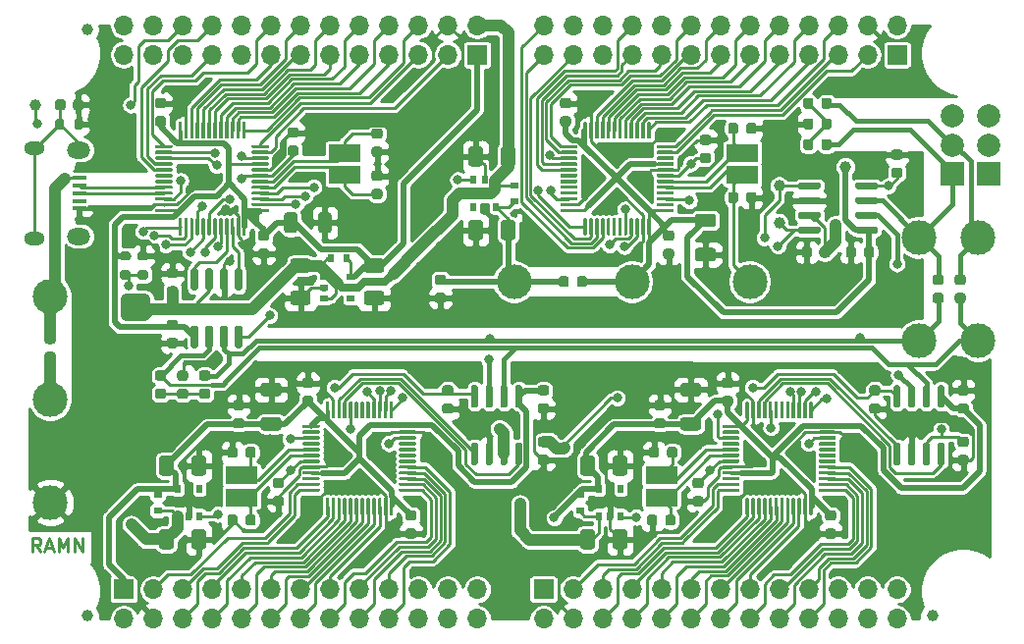
<source format=gbr>
G04 #@! TF.GenerationSoftware,KiCad,Pcbnew,(5.1.9)-1*
G04 #@! TF.CreationDate,2021-06-01T18:20:28+09:00*
G04 #@! TF.ProjectId,ramn,72616d6e-2e6b-4696-9361-645f70636258,rev?*
G04 #@! TF.SameCoordinates,Original*
G04 #@! TF.FileFunction,Copper,L1,Top*
G04 #@! TF.FilePolarity,Positive*
%FSLAX46Y46*%
G04 Gerber Fmt 4.6, Leading zero omitted, Abs format (unit mm)*
G04 Created by KiCad (PCBNEW (5.1.9)-1) date 2021-06-01 18:20:28*
%MOMM*%
%LPD*%
G01*
G04 APERTURE LIST*
G04 #@! TA.AperFunction,NonConductor*
%ADD10C,0.250000*%
G04 #@! TD*
G04 #@! TA.AperFunction,SMDPad,CuDef*
%ADD11R,0.700000X0.600000*%
G04 #@! TD*
G04 #@! TA.AperFunction,SMDPad,CuDef*
%ADD12R,0.600000X0.700000*%
G04 #@! TD*
G04 #@! TA.AperFunction,SMDPad,CuDef*
%ADD13C,1.000000*%
G04 #@! TD*
G04 #@! TA.AperFunction,ComponentPad*
%ADD14C,2.000000*%
G04 #@! TD*
G04 #@! TA.AperFunction,ComponentPad*
%ADD15R,2.000000X2.000000*%
G04 #@! TD*
G04 #@! TA.AperFunction,ComponentPad*
%ADD16C,3.000000*%
G04 #@! TD*
G04 #@! TA.AperFunction,ComponentPad*
%ADD17R,1.700000X1.700000*%
G04 #@! TD*
G04 #@! TA.AperFunction,ComponentPad*
%ADD18O,1.700000X1.700000*%
G04 #@! TD*
G04 #@! TA.AperFunction,SMDPad,CuDef*
%ADD19R,2.700000X1.500000*%
G04 #@! TD*
G04 #@! TA.AperFunction,SMDPad,CuDef*
%ADD20R,0.510000X0.700000*%
G04 #@! TD*
G04 #@! TA.AperFunction,SMDPad,CuDef*
%ADD21R,0.700000X0.510000*%
G04 #@! TD*
G04 #@! TA.AperFunction,ComponentPad*
%ADD22O,1.800000X1.150000*%
G04 #@! TD*
G04 #@! TA.AperFunction,ComponentPad*
%ADD23O,2.000000X1.450000*%
G04 #@! TD*
G04 #@! TA.AperFunction,SMDPad,CuDef*
%ADD24R,1.300000X0.450000*%
G04 #@! TD*
G04 #@! TA.AperFunction,ViaPad*
%ADD25C,0.800000*%
G04 #@! TD*
G04 #@! TA.AperFunction,ViaPad*
%ADD26C,1.000000*%
G04 #@! TD*
G04 #@! TA.AperFunction,Conductor*
%ADD27C,0.250000*%
G04 #@! TD*
G04 #@! TA.AperFunction,Conductor*
%ADD28C,0.500000*%
G04 #@! TD*
G04 #@! TA.AperFunction,Conductor*
%ADD29C,1.000000*%
G04 #@! TD*
G04 #@! TA.AperFunction,Conductor*
%ADD30C,0.700000*%
G04 #@! TD*
G04 #@! TA.AperFunction,Conductor*
%ADD31C,0.450000*%
G04 #@! TD*
G04 #@! TA.AperFunction,Conductor*
%ADD32C,0.254000*%
G04 #@! TD*
G04 #@! TA.AperFunction,Conductor*
%ADD33C,0.100000*%
G04 #@! TD*
G04 APERTURE END LIST*
D10*
X42992857Y-89988957D02*
X42592857Y-89417528D01*
X42307142Y-89988957D02*
X42307142Y-88788957D01*
X42764285Y-88788957D01*
X42878571Y-88846100D01*
X42935714Y-88903242D01*
X42992857Y-89017528D01*
X42992857Y-89188957D01*
X42935714Y-89303242D01*
X42878571Y-89360385D01*
X42764285Y-89417528D01*
X42307142Y-89417528D01*
X43450000Y-89646100D02*
X44021428Y-89646100D01*
X43335714Y-89988957D02*
X43735714Y-88788957D01*
X44135714Y-89988957D01*
X44535714Y-89988957D02*
X44535714Y-88788957D01*
X44935714Y-89646100D01*
X45335714Y-88788957D01*
X45335714Y-89988957D01*
X45907142Y-89988957D02*
X45907142Y-88788957D01*
X46592857Y-89988957D01*
X46592857Y-88788957D01*
G04 #@! TA.AperFunction,SMDPad,CuDef*
G36*
G01*
X45891000Y-53361000D02*
X45891000Y-52811000D01*
G75*
G02*
X46091000Y-52611000I200000J0D01*
G01*
X46491000Y-52611000D01*
G75*
G02*
X46691000Y-52811000I0J-200000D01*
G01*
X46691000Y-53361000D01*
G75*
G02*
X46491000Y-53561000I-200000J0D01*
G01*
X46091000Y-53561000D01*
G75*
G02*
X45891000Y-53361000I0J200000D01*
G01*
G37*
G04 #@! TD.AperFunction*
G04 #@! TA.AperFunction,SMDPad,CuDef*
G36*
G01*
X44241000Y-53361000D02*
X44241000Y-52811000D01*
G75*
G02*
X44441000Y-52611000I200000J0D01*
G01*
X44841000Y-52611000D01*
G75*
G02*
X45041000Y-52811000I0J-200000D01*
G01*
X45041000Y-53361000D01*
G75*
G02*
X44841000Y-53561000I-200000J0D01*
G01*
X44441000Y-53561000D01*
G75*
G02*
X44241000Y-53361000I0J200000D01*
G01*
G37*
G04 #@! TD.AperFunction*
G04 #@! TA.AperFunction,SMDPad,CuDef*
G36*
G01*
X45791000Y-51685000D02*
X45791000Y-51185000D01*
G75*
G02*
X46016000Y-50960000I225000J0D01*
G01*
X46466000Y-50960000D01*
G75*
G02*
X46691000Y-51185000I0J-225000D01*
G01*
X46691000Y-51685000D01*
G75*
G02*
X46466000Y-51910000I-225000J0D01*
G01*
X46016000Y-51910000D01*
G75*
G02*
X45791000Y-51685000I0J225000D01*
G01*
G37*
G04 #@! TD.AperFunction*
G04 #@! TA.AperFunction,SMDPad,CuDef*
G36*
G01*
X44241000Y-51685000D02*
X44241000Y-51185000D01*
G75*
G02*
X44466000Y-50960000I225000J0D01*
G01*
X44916000Y-50960000D01*
G75*
G02*
X45141000Y-51185000I0J-225000D01*
G01*
X45141000Y-51685000D01*
G75*
G02*
X44916000Y-51910000I-225000J0D01*
G01*
X44466000Y-51910000D01*
G75*
G02*
X44241000Y-51685000I0J225000D01*
G01*
G37*
G04 #@! TD.AperFunction*
D11*
X83820000Y-58355000D03*
X83820000Y-59755000D03*
X89535000Y-86425000D03*
X89535000Y-85025000D03*
X53086000Y-86425000D03*
X53086000Y-85025000D03*
D12*
X68007000Y-64643000D03*
X69407000Y-64643000D03*
G04 #@! TA.AperFunction,SMDPad,CuDef*
G36*
G01*
X99679999Y-63765000D02*
X100980001Y-63765000D01*
G75*
G02*
X101230000Y-64014999I0J-249999D01*
G01*
X101230000Y-64665001D01*
G75*
G02*
X100980001Y-64915000I-249999J0D01*
G01*
X99679999Y-64915000D01*
G75*
G02*
X99430000Y-64665001I0J249999D01*
G01*
X99430000Y-64014999D01*
G75*
G02*
X99679999Y-63765000I249999J0D01*
G01*
G37*
G04 #@! TD.AperFunction*
G04 #@! TA.AperFunction,SMDPad,CuDef*
G36*
G01*
X99679999Y-60815000D02*
X100980001Y-60815000D01*
G75*
G02*
X101230000Y-61064999I0J-249999D01*
G01*
X101230000Y-61715001D01*
G75*
G02*
X100980001Y-61965000I-249999J0D01*
G01*
X99679999Y-61965000D01*
G75*
G02*
X99430000Y-61715001I0J249999D01*
G01*
X99430000Y-61064999D01*
G75*
G02*
X99679999Y-60815000I249999J0D01*
G01*
G37*
G04 #@! TD.AperFunction*
G04 #@! TA.AperFunction,SMDPad,CuDef*
G36*
G01*
X99710001Y-76570000D02*
X98409999Y-76570000D01*
G75*
G02*
X98160000Y-76320001I0J249999D01*
G01*
X98160000Y-75669999D01*
G75*
G02*
X98409999Y-75420000I249999J0D01*
G01*
X99710001Y-75420000D01*
G75*
G02*
X99960000Y-75669999I0J-249999D01*
G01*
X99960000Y-76320001D01*
G75*
G02*
X99710001Y-76570000I-249999J0D01*
G01*
G37*
G04 #@! TD.AperFunction*
G04 #@! TA.AperFunction,SMDPad,CuDef*
G36*
G01*
X99710001Y-79520000D02*
X98409999Y-79520000D01*
G75*
G02*
X98160000Y-79270001I0J249999D01*
G01*
X98160000Y-78619999D01*
G75*
G02*
X98409999Y-78370000I249999J0D01*
G01*
X99710001Y-78370000D01*
G75*
G02*
X99960000Y-78619999I0J-249999D01*
G01*
X99960000Y-79270001D01*
G75*
G02*
X99710001Y-79520000I-249999J0D01*
G01*
G37*
G04 #@! TD.AperFunction*
G04 #@! TA.AperFunction,SMDPad,CuDef*
G36*
G01*
X63515001Y-76570000D02*
X62214999Y-76570000D01*
G75*
G02*
X61965000Y-76320001I0J249999D01*
G01*
X61965000Y-75669999D01*
G75*
G02*
X62214999Y-75420000I249999J0D01*
G01*
X63515001Y-75420000D01*
G75*
G02*
X63765000Y-75669999I0J-249999D01*
G01*
X63765000Y-76320001D01*
G75*
G02*
X63515001Y-76570000I-249999J0D01*
G01*
G37*
G04 #@! TD.AperFunction*
G04 #@! TA.AperFunction,SMDPad,CuDef*
G36*
G01*
X63515001Y-79520000D02*
X62214999Y-79520000D01*
G75*
G02*
X61965000Y-79270001I0J249999D01*
G01*
X61965000Y-78619999D01*
G75*
G02*
X62214999Y-78370000I249999J0D01*
G01*
X63515001Y-78370000D01*
G75*
G02*
X63765000Y-78619999I0J-249999D01*
G01*
X63765000Y-79270001D01*
G75*
G02*
X63515001Y-79520000I-249999J0D01*
G01*
G37*
G04 #@! TD.AperFunction*
G04 #@! TA.AperFunction,SMDPad,CuDef*
G36*
G01*
X66940000Y-62245001D02*
X66940000Y-60944999D01*
G75*
G02*
X67189999Y-60695000I249999J0D01*
G01*
X67840001Y-60695000D01*
G75*
G02*
X68090000Y-60944999I0J-249999D01*
G01*
X68090000Y-62245001D01*
G75*
G02*
X67840001Y-62495000I-249999J0D01*
G01*
X67189999Y-62495000D01*
G75*
G02*
X66940000Y-62245001I0J249999D01*
G01*
G37*
G04 #@! TD.AperFunction*
G04 #@! TA.AperFunction,SMDPad,CuDef*
G36*
G01*
X63990000Y-62245001D02*
X63990000Y-60944999D01*
G75*
G02*
X64239999Y-60695000I249999J0D01*
G01*
X64890001Y-60695000D01*
G75*
G02*
X65140000Y-60944999I0J-249999D01*
G01*
X65140000Y-62245001D01*
G75*
G02*
X64890001Y-62495000I-249999J0D01*
G01*
X64239999Y-62495000D01*
G75*
G02*
X63990000Y-62245001I0J249999D01*
G01*
G37*
G04 #@! TD.AperFunction*
D13*
X46990000Y-44958000D03*
X119888000Y-95504000D03*
X46990000Y-95504000D03*
G04 #@! TA.AperFunction,SMDPad,CuDef*
G36*
G01*
X50017000Y-64053000D02*
X50567000Y-64053000D01*
G75*
G02*
X50767000Y-64253000I0J-200000D01*
G01*
X50767000Y-64653000D01*
G75*
G02*
X50567000Y-64853000I-200000J0D01*
G01*
X50017000Y-64853000D01*
G75*
G02*
X49817000Y-64653000I0J200000D01*
G01*
X49817000Y-64253000D01*
G75*
G02*
X50017000Y-64053000I200000J0D01*
G01*
G37*
G04 #@! TD.AperFunction*
G04 #@! TA.AperFunction,SMDPad,CuDef*
G36*
G01*
X50017000Y-65703000D02*
X50567000Y-65703000D01*
G75*
G02*
X50767000Y-65903000I0J-200000D01*
G01*
X50767000Y-66303000D01*
G75*
G02*
X50567000Y-66503000I-200000J0D01*
G01*
X50017000Y-66503000D01*
G75*
G02*
X49817000Y-66303000I0J200000D01*
G01*
X49817000Y-65903000D01*
G75*
G02*
X50017000Y-65703000I200000J0D01*
G01*
G37*
G04 #@! TD.AperFunction*
G04 #@! TA.AperFunction,SMDPad,CuDef*
G36*
G01*
X52091000Y-66503000D02*
X51541000Y-66503000D01*
G75*
G02*
X51341000Y-66303000I0J200000D01*
G01*
X51341000Y-65903000D01*
G75*
G02*
X51541000Y-65703000I200000J0D01*
G01*
X52091000Y-65703000D01*
G75*
G02*
X52291000Y-65903000I0J-200000D01*
G01*
X52291000Y-66303000D01*
G75*
G02*
X52091000Y-66503000I-200000J0D01*
G01*
G37*
G04 #@! TD.AperFunction*
G04 #@! TA.AperFunction,SMDPad,CuDef*
G36*
G01*
X52091000Y-64853000D02*
X51541000Y-64853000D01*
G75*
G02*
X51341000Y-64653000I0J200000D01*
G01*
X51341000Y-64253000D01*
G75*
G02*
X51541000Y-64053000I200000J0D01*
G01*
X52091000Y-64053000D01*
G75*
G02*
X52291000Y-64253000I0J-200000D01*
G01*
X52291000Y-64653000D01*
G75*
G02*
X52091000Y-64853000I-200000J0D01*
G01*
G37*
G04 #@! TD.AperFunction*
D14*
X121614000Y-52404000D03*
X124714000Y-52404000D03*
X121614000Y-54904000D03*
X124714000Y-54904000D03*
D15*
X121614000Y-57404000D03*
X124714000Y-57404000D03*
G04 #@! TA.AperFunction,SMDPad,CuDef*
G36*
G01*
X77213750Y-67660000D02*
X77726250Y-67660000D01*
G75*
G02*
X77945000Y-67878750I0J-218750D01*
G01*
X77945000Y-68316250D01*
G75*
G02*
X77726250Y-68535000I-218750J0D01*
G01*
X77213750Y-68535000D01*
G75*
G02*
X76995000Y-68316250I0J218750D01*
G01*
X76995000Y-67878750D01*
G75*
G02*
X77213750Y-67660000I218750J0D01*
G01*
G37*
G04 #@! TD.AperFunction*
G04 #@! TA.AperFunction,SMDPad,CuDef*
G36*
G01*
X77213750Y-66085000D02*
X77726250Y-66085000D01*
G75*
G02*
X77945000Y-66303750I0J-218750D01*
G01*
X77945000Y-66741250D01*
G75*
G02*
X77726250Y-66960000I-218750J0D01*
G01*
X77213750Y-66960000D01*
G75*
G02*
X76995000Y-66741250I0J218750D01*
G01*
X76995000Y-66303750D01*
G75*
G02*
X77213750Y-66085000I218750J0D01*
G01*
G37*
G04 #@! TD.AperFunction*
G04 #@! TA.AperFunction,SMDPad,CuDef*
G36*
G01*
X96649250Y-77755000D02*
X96136750Y-77755000D01*
G75*
G02*
X95918000Y-77536250I0J218750D01*
G01*
X95918000Y-77098750D01*
G75*
G02*
X96136750Y-76880000I218750J0D01*
G01*
X96649250Y-76880000D01*
G75*
G02*
X96868000Y-77098750I0J-218750D01*
G01*
X96868000Y-77536250D01*
G75*
G02*
X96649250Y-77755000I-218750J0D01*
G01*
G37*
G04 #@! TD.AperFunction*
G04 #@! TA.AperFunction,SMDPad,CuDef*
G36*
G01*
X96649250Y-79330000D02*
X96136750Y-79330000D01*
G75*
G02*
X95918000Y-79111250I0J218750D01*
G01*
X95918000Y-78673750D01*
G75*
G02*
X96136750Y-78455000I218750J0D01*
G01*
X96649250Y-78455000D01*
G75*
G02*
X96868000Y-78673750I0J-218750D01*
G01*
X96868000Y-79111250D01*
G75*
G02*
X96649250Y-79330000I-218750J0D01*
G01*
G37*
G04 #@! TD.AperFunction*
G04 #@! TA.AperFunction,SMDPad,CuDef*
G36*
G01*
X60327250Y-79330000D02*
X59814750Y-79330000D01*
G75*
G02*
X59596000Y-79111250I0J218750D01*
G01*
X59596000Y-78673750D01*
G75*
G02*
X59814750Y-78455000I218750J0D01*
G01*
X60327250Y-78455000D01*
G75*
G02*
X60546000Y-78673750I0J-218750D01*
G01*
X60546000Y-79111250D01*
G75*
G02*
X60327250Y-79330000I-218750J0D01*
G01*
G37*
G04 #@! TD.AperFunction*
G04 #@! TA.AperFunction,SMDPad,CuDef*
G36*
G01*
X60327250Y-77755000D02*
X59814750Y-77755000D01*
G75*
G02*
X59596000Y-77536250I0J218750D01*
G01*
X59596000Y-77098750D01*
G75*
G02*
X59814750Y-76880000I218750J0D01*
G01*
X60327250Y-76880000D01*
G75*
G02*
X60546000Y-77098750I0J-218750D01*
G01*
X60546000Y-77536250D01*
G75*
G02*
X60327250Y-77755000I-218750J0D01*
G01*
G37*
G04 #@! TD.AperFunction*
G04 #@! TA.AperFunction,SMDPad,CuDef*
G36*
G01*
X74673750Y-87980000D02*
X75186250Y-87980000D01*
G75*
G02*
X75405000Y-88198750I0J-218750D01*
G01*
X75405000Y-88636250D01*
G75*
G02*
X75186250Y-88855000I-218750J0D01*
G01*
X74673750Y-88855000D01*
G75*
G02*
X74455000Y-88636250I0J218750D01*
G01*
X74455000Y-88198750D01*
G75*
G02*
X74673750Y-87980000I218750J0D01*
G01*
G37*
G04 #@! TD.AperFunction*
G04 #@! TA.AperFunction,SMDPad,CuDef*
G36*
G01*
X74673750Y-86405000D02*
X75186250Y-86405000D01*
G75*
G02*
X75405000Y-86623750I0J-218750D01*
G01*
X75405000Y-87061250D01*
G75*
G02*
X75186250Y-87280000I-218750J0D01*
G01*
X74673750Y-87280000D01*
G75*
G02*
X74455000Y-87061250I0J218750D01*
G01*
X74455000Y-86623750D01*
G75*
G02*
X74673750Y-86405000I218750J0D01*
G01*
G37*
G04 #@! TD.AperFunction*
G04 #@! TA.AperFunction,SMDPad,CuDef*
G36*
G01*
X65585000Y-79240000D02*
X65585000Y-79090000D01*
G75*
G02*
X65660000Y-79015000I75000J0D01*
G01*
X66985000Y-79015000D01*
G75*
G02*
X67060000Y-79090000I0J-75000D01*
G01*
X67060000Y-79240000D01*
G75*
G02*
X66985000Y-79315000I-75000J0D01*
G01*
X65660000Y-79315000D01*
G75*
G02*
X65585000Y-79240000I0J75000D01*
G01*
G37*
G04 #@! TD.AperFunction*
G04 #@! TA.AperFunction,SMDPad,CuDef*
G36*
G01*
X65585000Y-79740000D02*
X65585000Y-79590000D01*
G75*
G02*
X65660000Y-79515000I75000J0D01*
G01*
X66985000Y-79515000D01*
G75*
G02*
X67060000Y-79590000I0J-75000D01*
G01*
X67060000Y-79740000D01*
G75*
G02*
X66985000Y-79815000I-75000J0D01*
G01*
X65660000Y-79815000D01*
G75*
G02*
X65585000Y-79740000I0J75000D01*
G01*
G37*
G04 #@! TD.AperFunction*
G04 #@! TA.AperFunction,SMDPad,CuDef*
G36*
G01*
X65585000Y-80240000D02*
X65585000Y-80090000D01*
G75*
G02*
X65660000Y-80015000I75000J0D01*
G01*
X66985000Y-80015000D01*
G75*
G02*
X67060000Y-80090000I0J-75000D01*
G01*
X67060000Y-80240000D01*
G75*
G02*
X66985000Y-80315000I-75000J0D01*
G01*
X65660000Y-80315000D01*
G75*
G02*
X65585000Y-80240000I0J75000D01*
G01*
G37*
G04 #@! TD.AperFunction*
G04 #@! TA.AperFunction,SMDPad,CuDef*
G36*
G01*
X65585000Y-80740000D02*
X65585000Y-80590000D01*
G75*
G02*
X65660000Y-80515000I75000J0D01*
G01*
X66985000Y-80515000D01*
G75*
G02*
X67060000Y-80590000I0J-75000D01*
G01*
X67060000Y-80740000D01*
G75*
G02*
X66985000Y-80815000I-75000J0D01*
G01*
X65660000Y-80815000D01*
G75*
G02*
X65585000Y-80740000I0J75000D01*
G01*
G37*
G04 #@! TD.AperFunction*
G04 #@! TA.AperFunction,SMDPad,CuDef*
G36*
G01*
X65585000Y-81240000D02*
X65585000Y-81090000D01*
G75*
G02*
X65660000Y-81015000I75000J0D01*
G01*
X66985000Y-81015000D01*
G75*
G02*
X67060000Y-81090000I0J-75000D01*
G01*
X67060000Y-81240000D01*
G75*
G02*
X66985000Y-81315000I-75000J0D01*
G01*
X65660000Y-81315000D01*
G75*
G02*
X65585000Y-81240000I0J75000D01*
G01*
G37*
G04 #@! TD.AperFunction*
G04 #@! TA.AperFunction,SMDPad,CuDef*
G36*
G01*
X65585000Y-81740000D02*
X65585000Y-81590000D01*
G75*
G02*
X65660000Y-81515000I75000J0D01*
G01*
X66985000Y-81515000D01*
G75*
G02*
X67060000Y-81590000I0J-75000D01*
G01*
X67060000Y-81740000D01*
G75*
G02*
X66985000Y-81815000I-75000J0D01*
G01*
X65660000Y-81815000D01*
G75*
G02*
X65585000Y-81740000I0J75000D01*
G01*
G37*
G04 #@! TD.AperFunction*
G04 #@! TA.AperFunction,SMDPad,CuDef*
G36*
G01*
X65585000Y-82240000D02*
X65585000Y-82090000D01*
G75*
G02*
X65660000Y-82015000I75000J0D01*
G01*
X66985000Y-82015000D01*
G75*
G02*
X67060000Y-82090000I0J-75000D01*
G01*
X67060000Y-82240000D01*
G75*
G02*
X66985000Y-82315000I-75000J0D01*
G01*
X65660000Y-82315000D01*
G75*
G02*
X65585000Y-82240000I0J75000D01*
G01*
G37*
G04 #@! TD.AperFunction*
G04 #@! TA.AperFunction,SMDPad,CuDef*
G36*
G01*
X65585000Y-82740000D02*
X65585000Y-82590000D01*
G75*
G02*
X65660000Y-82515000I75000J0D01*
G01*
X66985000Y-82515000D01*
G75*
G02*
X67060000Y-82590000I0J-75000D01*
G01*
X67060000Y-82740000D01*
G75*
G02*
X66985000Y-82815000I-75000J0D01*
G01*
X65660000Y-82815000D01*
G75*
G02*
X65585000Y-82740000I0J75000D01*
G01*
G37*
G04 #@! TD.AperFunction*
G04 #@! TA.AperFunction,SMDPad,CuDef*
G36*
G01*
X65585000Y-83240000D02*
X65585000Y-83090000D01*
G75*
G02*
X65660000Y-83015000I75000J0D01*
G01*
X66985000Y-83015000D01*
G75*
G02*
X67060000Y-83090000I0J-75000D01*
G01*
X67060000Y-83240000D01*
G75*
G02*
X66985000Y-83315000I-75000J0D01*
G01*
X65660000Y-83315000D01*
G75*
G02*
X65585000Y-83240000I0J75000D01*
G01*
G37*
G04 #@! TD.AperFunction*
G04 #@! TA.AperFunction,SMDPad,CuDef*
G36*
G01*
X65585000Y-83740000D02*
X65585000Y-83590000D01*
G75*
G02*
X65660000Y-83515000I75000J0D01*
G01*
X66985000Y-83515000D01*
G75*
G02*
X67060000Y-83590000I0J-75000D01*
G01*
X67060000Y-83740000D01*
G75*
G02*
X66985000Y-83815000I-75000J0D01*
G01*
X65660000Y-83815000D01*
G75*
G02*
X65585000Y-83740000I0J75000D01*
G01*
G37*
G04 #@! TD.AperFunction*
G04 #@! TA.AperFunction,SMDPad,CuDef*
G36*
G01*
X65585000Y-84240000D02*
X65585000Y-84090000D01*
G75*
G02*
X65660000Y-84015000I75000J0D01*
G01*
X66985000Y-84015000D01*
G75*
G02*
X67060000Y-84090000I0J-75000D01*
G01*
X67060000Y-84240000D01*
G75*
G02*
X66985000Y-84315000I-75000J0D01*
G01*
X65660000Y-84315000D01*
G75*
G02*
X65585000Y-84240000I0J75000D01*
G01*
G37*
G04 #@! TD.AperFunction*
G04 #@! TA.AperFunction,SMDPad,CuDef*
G36*
G01*
X65585000Y-84740000D02*
X65585000Y-84590000D01*
G75*
G02*
X65660000Y-84515000I75000J0D01*
G01*
X66985000Y-84515000D01*
G75*
G02*
X67060000Y-84590000I0J-75000D01*
G01*
X67060000Y-84740000D01*
G75*
G02*
X66985000Y-84815000I-75000J0D01*
G01*
X65660000Y-84815000D01*
G75*
G02*
X65585000Y-84740000I0J75000D01*
G01*
G37*
G04 #@! TD.AperFunction*
G04 #@! TA.AperFunction,SMDPad,CuDef*
G36*
G01*
X67585000Y-86740000D02*
X67585000Y-85415000D01*
G75*
G02*
X67660000Y-85340000I75000J0D01*
G01*
X67810000Y-85340000D01*
G75*
G02*
X67885000Y-85415000I0J-75000D01*
G01*
X67885000Y-86740000D01*
G75*
G02*
X67810000Y-86815000I-75000J0D01*
G01*
X67660000Y-86815000D01*
G75*
G02*
X67585000Y-86740000I0J75000D01*
G01*
G37*
G04 #@! TD.AperFunction*
G04 #@! TA.AperFunction,SMDPad,CuDef*
G36*
G01*
X68085000Y-86740000D02*
X68085000Y-85415000D01*
G75*
G02*
X68160000Y-85340000I75000J0D01*
G01*
X68310000Y-85340000D01*
G75*
G02*
X68385000Y-85415000I0J-75000D01*
G01*
X68385000Y-86740000D01*
G75*
G02*
X68310000Y-86815000I-75000J0D01*
G01*
X68160000Y-86815000D01*
G75*
G02*
X68085000Y-86740000I0J75000D01*
G01*
G37*
G04 #@! TD.AperFunction*
G04 #@! TA.AperFunction,SMDPad,CuDef*
G36*
G01*
X68585000Y-86740000D02*
X68585000Y-85415000D01*
G75*
G02*
X68660000Y-85340000I75000J0D01*
G01*
X68810000Y-85340000D01*
G75*
G02*
X68885000Y-85415000I0J-75000D01*
G01*
X68885000Y-86740000D01*
G75*
G02*
X68810000Y-86815000I-75000J0D01*
G01*
X68660000Y-86815000D01*
G75*
G02*
X68585000Y-86740000I0J75000D01*
G01*
G37*
G04 #@! TD.AperFunction*
G04 #@! TA.AperFunction,SMDPad,CuDef*
G36*
G01*
X69085000Y-86740000D02*
X69085000Y-85415000D01*
G75*
G02*
X69160000Y-85340000I75000J0D01*
G01*
X69310000Y-85340000D01*
G75*
G02*
X69385000Y-85415000I0J-75000D01*
G01*
X69385000Y-86740000D01*
G75*
G02*
X69310000Y-86815000I-75000J0D01*
G01*
X69160000Y-86815000D01*
G75*
G02*
X69085000Y-86740000I0J75000D01*
G01*
G37*
G04 #@! TD.AperFunction*
G04 #@! TA.AperFunction,SMDPad,CuDef*
G36*
G01*
X69585000Y-86740000D02*
X69585000Y-85415000D01*
G75*
G02*
X69660000Y-85340000I75000J0D01*
G01*
X69810000Y-85340000D01*
G75*
G02*
X69885000Y-85415000I0J-75000D01*
G01*
X69885000Y-86740000D01*
G75*
G02*
X69810000Y-86815000I-75000J0D01*
G01*
X69660000Y-86815000D01*
G75*
G02*
X69585000Y-86740000I0J75000D01*
G01*
G37*
G04 #@! TD.AperFunction*
G04 #@! TA.AperFunction,SMDPad,CuDef*
G36*
G01*
X70085000Y-86740000D02*
X70085000Y-85415000D01*
G75*
G02*
X70160000Y-85340000I75000J0D01*
G01*
X70310000Y-85340000D01*
G75*
G02*
X70385000Y-85415000I0J-75000D01*
G01*
X70385000Y-86740000D01*
G75*
G02*
X70310000Y-86815000I-75000J0D01*
G01*
X70160000Y-86815000D01*
G75*
G02*
X70085000Y-86740000I0J75000D01*
G01*
G37*
G04 #@! TD.AperFunction*
G04 #@! TA.AperFunction,SMDPad,CuDef*
G36*
G01*
X70585000Y-86740000D02*
X70585000Y-85415000D01*
G75*
G02*
X70660000Y-85340000I75000J0D01*
G01*
X70810000Y-85340000D01*
G75*
G02*
X70885000Y-85415000I0J-75000D01*
G01*
X70885000Y-86740000D01*
G75*
G02*
X70810000Y-86815000I-75000J0D01*
G01*
X70660000Y-86815000D01*
G75*
G02*
X70585000Y-86740000I0J75000D01*
G01*
G37*
G04 #@! TD.AperFunction*
G04 #@! TA.AperFunction,SMDPad,CuDef*
G36*
G01*
X71085000Y-86740000D02*
X71085000Y-85415000D01*
G75*
G02*
X71160000Y-85340000I75000J0D01*
G01*
X71310000Y-85340000D01*
G75*
G02*
X71385000Y-85415000I0J-75000D01*
G01*
X71385000Y-86740000D01*
G75*
G02*
X71310000Y-86815000I-75000J0D01*
G01*
X71160000Y-86815000D01*
G75*
G02*
X71085000Y-86740000I0J75000D01*
G01*
G37*
G04 #@! TD.AperFunction*
G04 #@! TA.AperFunction,SMDPad,CuDef*
G36*
G01*
X71585000Y-86740000D02*
X71585000Y-85415000D01*
G75*
G02*
X71660000Y-85340000I75000J0D01*
G01*
X71810000Y-85340000D01*
G75*
G02*
X71885000Y-85415000I0J-75000D01*
G01*
X71885000Y-86740000D01*
G75*
G02*
X71810000Y-86815000I-75000J0D01*
G01*
X71660000Y-86815000D01*
G75*
G02*
X71585000Y-86740000I0J75000D01*
G01*
G37*
G04 #@! TD.AperFunction*
G04 #@! TA.AperFunction,SMDPad,CuDef*
G36*
G01*
X72085000Y-86740000D02*
X72085000Y-85415000D01*
G75*
G02*
X72160000Y-85340000I75000J0D01*
G01*
X72310000Y-85340000D01*
G75*
G02*
X72385000Y-85415000I0J-75000D01*
G01*
X72385000Y-86740000D01*
G75*
G02*
X72310000Y-86815000I-75000J0D01*
G01*
X72160000Y-86815000D01*
G75*
G02*
X72085000Y-86740000I0J75000D01*
G01*
G37*
G04 #@! TD.AperFunction*
G04 #@! TA.AperFunction,SMDPad,CuDef*
G36*
G01*
X72585000Y-86740000D02*
X72585000Y-85415000D01*
G75*
G02*
X72660000Y-85340000I75000J0D01*
G01*
X72810000Y-85340000D01*
G75*
G02*
X72885000Y-85415000I0J-75000D01*
G01*
X72885000Y-86740000D01*
G75*
G02*
X72810000Y-86815000I-75000J0D01*
G01*
X72660000Y-86815000D01*
G75*
G02*
X72585000Y-86740000I0J75000D01*
G01*
G37*
G04 #@! TD.AperFunction*
G04 #@! TA.AperFunction,SMDPad,CuDef*
G36*
G01*
X73085000Y-86740000D02*
X73085000Y-85415000D01*
G75*
G02*
X73160000Y-85340000I75000J0D01*
G01*
X73310000Y-85340000D01*
G75*
G02*
X73385000Y-85415000I0J-75000D01*
G01*
X73385000Y-86740000D01*
G75*
G02*
X73310000Y-86815000I-75000J0D01*
G01*
X73160000Y-86815000D01*
G75*
G02*
X73085000Y-86740000I0J75000D01*
G01*
G37*
G04 #@! TD.AperFunction*
G04 #@! TA.AperFunction,SMDPad,CuDef*
G36*
G01*
X73910000Y-84740000D02*
X73910000Y-84590000D01*
G75*
G02*
X73985000Y-84515000I75000J0D01*
G01*
X75310000Y-84515000D01*
G75*
G02*
X75385000Y-84590000I0J-75000D01*
G01*
X75385000Y-84740000D01*
G75*
G02*
X75310000Y-84815000I-75000J0D01*
G01*
X73985000Y-84815000D01*
G75*
G02*
X73910000Y-84740000I0J75000D01*
G01*
G37*
G04 #@! TD.AperFunction*
G04 #@! TA.AperFunction,SMDPad,CuDef*
G36*
G01*
X73910000Y-84240000D02*
X73910000Y-84090000D01*
G75*
G02*
X73985000Y-84015000I75000J0D01*
G01*
X75310000Y-84015000D01*
G75*
G02*
X75385000Y-84090000I0J-75000D01*
G01*
X75385000Y-84240000D01*
G75*
G02*
X75310000Y-84315000I-75000J0D01*
G01*
X73985000Y-84315000D01*
G75*
G02*
X73910000Y-84240000I0J75000D01*
G01*
G37*
G04 #@! TD.AperFunction*
G04 #@! TA.AperFunction,SMDPad,CuDef*
G36*
G01*
X73910000Y-83740000D02*
X73910000Y-83590000D01*
G75*
G02*
X73985000Y-83515000I75000J0D01*
G01*
X75310000Y-83515000D01*
G75*
G02*
X75385000Y-83590000I0J-75000D01*
G01*
X75385000Y-83740000D01*
G75*
G02*
X75310000Y-83815000I-75000J0D01*
G01*
X73985000Y-83815000D01*
G75*
G02*
X73910000Y-83740000I0J75000D01*
G01*
G37*
G04 #@! TD.AperFunction*
G04 #@! TA.AperFunction,SMDPad,CuDef*
G36*
G01*
X73910000Y-83240000D02*
X73910000Y-83090000D01*
G75*
G02*
X73985000Y-83015000I75000J0D01*
G01*
X75310000Y-83015000D01*
G75*
G02*
X75385000Y-83090000I0J-75000D01*
G01*
X75385000Y-83240000D01*
G75*
G02*
X75310000Y-83315000I-75000J0D01*
G01*
X73985000Y-83315000D01*
G75*
G02*
X73910000Y-83240000I0J75000D01*
G01*
G37*
G04 #@! TD.AperFunction*
G04 #@! TA.AperFunction,SMDPad,CuDef*
G36*
G01*
X73910000Y-82740000D02*
X73910000Y-82590000D01*
G75*
G02*
X73985000Y-82515000I75000J0D01*
G01*
X75310000Y-82515000D01*
G75*
G02*
X75385000Y-82590000I0J-75000D01*
G01*
X75385000Y-82740000D01*
G75*
G02*
X75310000Y-82815000I-75000J0D01*
G01*
X73985000Y-82815000D01*
G75*
G02*
X73910000Y-82740000I0J75000D01*
G01*
G37*
G04 #@! TD.AperFunction*
G04 #@! TA.AperFunction,SMDPad,CuDef*
G36*
G01*
X73910000Y-82240000D02*
X73910000Y-82090000D01*
G75*
G02*
X73985000Y-82015000I75000J0D01*
G01*
X75310000Y-82015000D01*
G75*
G02*
X75385000Y-82090000I0J-75000D01*
G01*
X75385000Y-82240000D01*
G75*
G02*
X75310000Y-82315000I-75000J0D01*
G01*
X73985000Y-82315000D01*
G75*
G02*
X73910000Y-82240000I0J75000D01*
G01*
G37*
G04 #@! TD.AperFunction*
G04 #@! TA.AperFunction,SMDPad,CuDef*
G36*
G01*
X73910000Y-81740000D02*
X73910000Y-81590000D01*
G75*
G02*
X73985000Y-81515000I75000J0D01*
G01*
X75310000Y-81515000D01*
G75*
G02*
X75385000Y-81590000I0J-75000D01*
G01*
X75385000Y-81740000D01*
G75*
G02*
X75310000Y-81815000I-75000J0D01*
G01*
X73985000Y-81815000D01*
G75*
G02*
X73910000Y-81740000I0J75000D01*
G01*
G37*
G04 #@! TD.AperFunction*
G04 #@! TA.AperFunction,SMDPad,CuDef*
G36*
G01*
X73910000Y-81240000D02*
X73910000Y-81090000D01*
G75*
G02*
X73985000Y-81015000I75000J0D01*
G01*
X75310000Y-81015000D01*
G75*
G02*
X75385000Y-81090000I0J-75000D01*
G01*
X75385000Y-81240000D01*
G75*
G02*
X75310000Y-81315000I-75000J0D01*
G01*
X73985000Y-81315000D01*
G75*
G02*
X73910000Y-81240000I0J75000D01*
G01*
G37*
G04 #@! TD.AperFunction*
G04 #@! TA.AperFunction,SMDPad,CuDef*
G36*
G01*
X73910000Y-80740000D02*
X73910000Y-80590000D01*
G75*
G02*
X73985000Y-80515000I75000J0D01*
G01*
X75310000Y-80515000D01*
G75*
G02*
X75385000Y-80590000I0J-75000D01*
G01*
X75385000Y-80740000D01*
G75*
G02*
X75310000Y-80815000I-75000J0D01*
G01*
X73985000Y-80815000D01*
G75*
G02*
X73910000Y-80740000I0J75000D01*
G01*
G37*
G04 #@! TD.AperFunction*
G04 #@! TA.AperFunction,SMDPad,CuDef*
G36*
G01*
X73910000Y-80240000D02*
X73910000Y-80090000D01*
G75*
G02*
X73985000Y-80015000I75000J0D01*
G01*
X75310000Y-80015000D01*
G75*
G02*
X75385000Y-80090000I0J-75000D01*
G01*
X75385000Y-80240000D01*
G75*
G02*
X75310000Y-80315000I-75000J0D01*
G01*
X73985000Y-80315000D01*
G75*
G02*
X73910000Y-80240000I0J75000D01*
G01*
G37*
G04 #@! TD.AperFunction*
G04 #@! TA.AperFunction,SMDPad,CuDef*
G36*
G01*
X73910000Y-79740000D02*
X73910000Y-79590000D01*
G75*
G02*
X73985000Y-79515000I75000J0D01*
G01*
X75310000Y-79515000D01*
G75*
G02*
X75385000Y-79590000I0J-75000D01*
G01*
X75385000Y-79740000D01*
G75*
G02*
X75310000Y-79815000I-75000J0D01*
G01*
X73985000Y-79815000D01*
G75*
G02*
X73910000Y-79740000I0J75000D01*
G01*
G37*
G04 #@! TD.AperFunction*
G04 #@! TA.AperFunction,SMDPad,CuDef*
G36*
G01*
X73910000Y-79240000D02*
X73910000Y-79090000D01*
G75*
G02*
X73985000Y-79015000I75000J0D01*
G01*
X75310000Y-79015000D01*
G75*
G02*
X75385000Y-79090000I0J-75000D01*
G01*
X75385000Y-79240000D01*
G75*
G02*
X75310000Y-79315000I-75000J0D01*
G01*
X73985000Y-79315000D01*
G75*
G02*
X73910000Y-79240000I0J75000D01*
G01*
G37*
G04 #@! TD.AperFunction*
G04 #@! TA.AperFunction,SMDPad,CuDef*
G36*
G01*
X73085000Y-78415000D02*
X73085000Y-77090000D01*
G75*
G02*
X73160000Y-77015000I75000J0D01*
G01*
X73310000Y-77015000D01*
G75*
G02*
X73385000Y-77090000I0J-75000D01*
G01*
X73385000Y-78415000D01*
G75*
G02*
X73310000Y-78490000I-75000J0D01*
G01*
X73160000Y-78490000D01*
G75*
G02*
X73085000Y-78415000I0J75000D01*
G01*
G37*
G04 #@! TD.AperFunction*
G04 #@! TA.AperFunction,SMDPad,CuDef*
G36*
G01*
X72585000Y-78415000D02*
X72585000Y-77090000D01*
G75*
G02*
X72660000Y-77015000I75000J0D01*
G01*
X72810000Y-77015000D01*
G75*
G02*
X72885000Y-77090000I0J-75000D01*
G01*
X72885000Y-78415000D01*
G75*
G02*
X72810000Y-78490000I-75000J0D01*
G01*
X72660000Y-78490000D01*
G75*
G02*
X72585000Y-78415000I0J75000D01*
G01*
G37*
G04 #@! TD.AperFunction*
G04 #@! TA.AperFunction,SMDPad,CuDef*
G36*
G01*
X72085000Y-78415000D02*
X72085000Y-77090000D01*
G75*
G02*
X72160000Y-77015000I75000J0D01*
G01*
X72310000Y-77015000D01*
G75*
G02*
X72385000Y-77090000I0J-75000D01*
G01*
X72385000Y-78415000D01*
G75*
G02*
X72310000Y-78490000I-75000J0D01*
G01*
X72160000Y-78490000D01*
G75*
G02*
X72085000Y-78415000I0J75000D01*
G01*
G37*
G04 #@! TD.AperFunction*
G04 #@! TA.AperFunction,SMDPad,CuDef*
G36*
G01*
X71585000Y-78415000D02*
X71585000Y-77090000D01*
G75*
G02*
X71660000Y-77015000I75000J0D01*
G01*
X71810000Y-77015000D01*
G75*
G02*
X71885000Y-77090000I0J-75000D01*
G01*
X71885000Y-78415000D01*
G75*
G02*
X71810000Y-78490000I-75000J0D01*
G01*
X71660000Y-78490000D01*
G75*
G02*
X71585000Y-78415000I0J75000D01*
G01*
G37*
G04 #@! TD.AperFunction*
G04 #@! TA.AperFunction,SMDPad,CuDef*
G36*
G01*
X71085000Y-78415000D02*
X71085000Y-77090000D01*
G75*
G02*
X71160000Y-77015000I75000J0D01*
G01*
X71310000Y-77015000D01*
G75*
G02*
X71385000Y-77090000I0J-75000D01*
G01*
X71385000Y-78415000D01*
G75*
G02*
X71310000Y-78490000I-75000J0D01*
G01*
X71160000Y-78490000D01*
G75*
G02*
X71085000Y-78415000I0J75000D01*
G01*
G37*
G04 #@! TD.AperFunction*
G04 #@! TA.AperFunction,SMDPad,CuDef*
G36*
G01*
X70585000Y-78415000D02*
X70585000Y-77090000D01*
G75*
G02*
X70660000Y-77015000I75000J0D01*
G01*
X70810000Y-77015000D01*
G75*
G02*
X70885000Y-77090000I0J-75000D01*
G01*
X70885000Y-78415000D01*
G75*
G02*
X70810000Y-78490000I-75000J0D01*
G01*
X70660000Y-78490000D01*
G75*
G02*
X70585000Y-78415000I0J75000D01*
G01*
G37*
G04 #@! TD.AperFunction*
G04 #@! TA.AperFunction,SMDPad,CuDef*
G36*
G01*
X70085000Y-78415000D02*
X70085000Y-77090000D01*
G75*
G02*
X70160000Y-77015000I75000J0D01*
G01*
X70310000Y-77015000D01*
G75*
G02*
X70385000Y-77090000I0J-75000D01*
G01*
X70385000Y-78415000D01*
G75*
G02*
X70310000Y-78490000I-75000J0D01*
G01*
X70160000Y-78490000D01*
G75*
G02*
X70085000Y-78415000I0J75000D01*
G01*
G37*
G04 #@! TD.AperFunction*
G04 #@! TA.AperFunction,SMDPad,CuDef*
G36*
G01*
X69585000Y-78415000D02*
X69585000Y-77090000D01*
G75*
G02*
X69660000Y-77015000I75000J0D01*
G01*
X69810000Y-77015000D01*
G75*
G02*
X69885000Y-77090000I0J-75000D01*
G01*
X69885000Y-78415000D01*
G75*
G02*
X69810000Y-78490000I-75000J0D01*
G01*
X69660000Y-78490000D01*
G75*
G02*
X69585000Y-78415000I0J75000D01*
G01*
G37*
G04 #@! TD.AperFunction*
G04 #@! TA.AperFunction,SMDPad,CuDef*
G36*
G01*
X69085000Y-78415000D02*
X69085000Y-77090000D01*
G75*
G02*
X69160000Y-77015000I75000J0D01*
G01*
X69310000Y-77015000D01*
G75*
G02*
X69385000Y-77090000I0J-75000D01*
G01*
X69385000Y-78415000D01*
G75*
G02*
X69310000Y-78490000I-75000J0D01*
G01*
X69160000Y-78490000D01*
G75*
G02*
X69085000Y-78415000I0J75000D01*
G01*
G37*
G04 #@! TD.AperFunction*
G04 #@! TA.AperFunction,SMDPad,CuDef*
G36*
G01*
X68585000Y-78415000D02*
X68585000Y-77090000D01*
G75*
G02*
X68660000Y-77015000I75000J0D01*
G01*
X68810000Y-77015000D01*
G75*
G02*
X68885000Y-77090000I0J-75000D01*
G01*
X68885000Y-78415000D01*
G75*
G02*
X68810000Y-78490000I-75000J0D01*
G01*
X68660000Y-78490000D01*
G75*
G02*
X68585000Y-78415000I0J75000D01*
G01*
G37*
G04 #@! TD.AperFunction*
G04 #@! TA.AperFunction,SMDPad,CuDef*
G36*
G01*
X68085000Y-78415000D02*
X68085000Y-77090000D01*
G75*
G02*
X68160000Y-77015000I75000J0D01*
G01*
X68310000Y-77015000D01*
G75*
G02*
X68385000Y-77090000I0J-75000D01*
G01*
X68385000Y-78415000D01*
G75*
G02*
X68310000Y-78490000I-75000J0D01*
G01*
X68160000Y-78490000D01*
G75*
G02*
X68085000Y-78415000I0J75000D01*
G01*
G37*
G04 #@! TD.AperFunction*
G04 #@! TA.AperFunction,SMDPad,CuDef*
G36*
G01*
X67585000Y-78415000D02*
X67585000Y-77090000D01*
G75*
G02*
X67660000Y-77015000I75000J0D01*
G01*
X67810000Y-77015000D01*
G75*
G02*
X67885000Y-77090000I0J-75000D01*
G01*
X67885000Y-78415000D01*
G75*
G02*
X67810000Y-78490000I-75000J0D01*
G01*
X67660000Y-78490000D01*
G75*
G02*
X67585000Y-78415000I0J75000D01*
G01*
G37*
G04 #@! TD.AperFunction*
D16*
X43815000Y-85725000D03*
D17*
X86360000Y-93218000D03*
D18*
X86360000Y-95758000D03*
X88900000Y-93218000D03*
X88900000Y-95758000D03*
X91440000Y-93218000D03*
X91440000Y-95758000D03*
X93980000Y-93218000D03*
X93980000Y-95758000D03*
X96520000Y-93218000D03*
X96520000Y-95758000D03*
X99060000Y-93218000D03*
X99060000Y-95758000D03*
X101600000Y-93218000D03*
X101600000Y-95758000D03*
X104140000Y-93218000D03*
X104140000Y-95758000D03*
X106680000Y-93218000D03*
X106680000Y-95758000D03*
X109220000Y-93218000D03*
X109220000Y-95758000D03*
X111760000Y-93218000D03*
X111760000Y-95758000D03*
X114300000Y-93218000D03*
X114300000Y-95758000D03*
X116840000Y-93218000D03*
X116840000Y-95758000D03*
D17*
X50165000Y-93218000D03*
D18*
X50165000Y-95758000D03*
X52705000Y-93218000D03*
X52705000Y-95758000D03*
X55245000Y-93218000D03*
X55245000Y-95758000D03*
X57785000Y-93218000D03*
X57785000Y-95758000D03*
X60325000Y-93218000D03*
X60325000Y-95758000D03*
X62865000Y-93218000D03*
X62865000Y-95758000D03*
X65405000Y-93218000D03*
X65405000Y-95758000D03*
X67945000Y-93218000D03*
X67945000Y-95758000D03*
X70485000Y-93218000D03*
X70485000Y-95758000D03*
X73025000Y-93218000D03*
X73025000Y-95758000D03*
X75565000Y-93218000D03*
X75565000Y-95758000D03*
X78105000Y-93218000D03*
X78105000Y-95758000D03*
X80645000Y-93218000D03*
X80645000Y-95758000D03*
D17*
X116840000Y-47117000D03*
D18*
X116840000Y-44577000D03*
X114300000Y-47117000D03*
X114300000Y-44577000D03*
X111760000Y-47117000D03*
X111760000Y-44577000D03*
X109220000Y-47117000D03*
X109220000Y-44577000D03*
X106680000Y-47117000D03*
X106680000Y-44577000D03*
X104140000Y-47117000D03*
X104140000Y-44577000D03*
X101600000Y-47117000D03*
X101600000Y-44577000D03*
X99060000Y-47117000D03*
X99060000Y-44577000D03*
X96520000Y-47117000D03*
X96520000Y-44577000D03*
X93980000Y-47117000D03*
X93980000Y-44577000D03*
X91440000Y-47117000D03*
X91440000Y-44577000D03*
X88900000Y-47117000D03*
X88900000Y-44577000D03*
X86360000Y-47117000D03*
X86360000Y-44577000D03*
X50165000Y-44577000D03*
X50165000Y-47117000D03*
X52705000Y-44577000D03*
X52705000Y-47117000D03*
X55245000Y-44577000D03*
X55245000Y-47117000D03*
X57785000Y-44577000D03*
X57785000Y-47117000D03*
X60325000Y-44577000D03*
X60325000Y-47117000D03*
X62865000Y-44577000D03*
X62865000Y-47117000D03*
X65405000Y-44577000D03*
X65405000Y-47117000D03*
X67945000Y-44577000D03*
X67945000Y-47117000D03*
X70485000Y-44577000D03*
X70485000Y-47117000D03*
X73025000Y-44577000D03*
X73025000Y-47117000D03*
X75565000Y-44577000D03*
X75565000Y-47117000D03*
X78105000Y-44577000D03*
X78105000Y-47117000D03*
X80645000Y-44577000D03*
D17*
X80645000Y-47117000D03*
D19*
X103505000Y-57465000D03*
X103505000Y-55565000D03*
X96520000Y-83378000D03*
X96520000Y-85278000D03*
X60325000Y-85278000D03*
X60325000Y-83378000D03*
X69215000Y-55565000D03*
X69215000Y-57465000D03*
D13*
X106680000Y-61595000D03*
X106680000Y-58420000D03*
G04 #@! TA.AperFunction,SMDPad,CuDef*
G36*
G01*
X103780000Y-78415000D02*
X103780000Y-77090000D01*
G75*
G02*
X103855000Y-77015000I75000J0D01*
G01*
X104005000Y-77015000D01*
G75*
G02*
X104080000Y-77090000I0J-75000D01*
G01*
X104080000Y-78415000D01*
G75*
G02*
X104005000Y-78490000I-75000J0D01*
G01*
X103855000Y-78490000D01*
G75*
G02*
X103780000Y-78415000I0J75000D01*
G01*
G37*
G04 #@! TD.AperFunction*
G04 #@! TA.AperFunction,SMDPad,CuDef*
G36*
G01*
X104280000Y-78415000D02*
X104280000Y-77090000D01*
G75*
G02*
X104355000Y-77015000I75000J0D01*
G01*
X104505000Y-77015000D01*
G75*
G02*
X104580000Y-77090000I0J-75000D01*
G01*
X104580000Y-78415000D01*
G75*
G02*
X104505000Y-78490000I-75000J0D01*
G01*
X104355000Y-78490000D01*
G75*
G02*
X104280000Y-78415000I0J75000D01*
G01*
G37*
G04 #@! TD.AperFunction*
G04 #@! TA.AperFunction,SMDPad,CuDef*
G36*
G01*
X104780000Y-78415000D02*
X104780000Y-77090000D01*
G75*
G02*
X104855000Y-77015000I75000J0D01*
G01*
X105005000Y-77015000D01*
G75*
G02*
X105080000Y-77090000I0J-75000D01*
G01*
X105080000Y-78415000D01*
G75*
G02*
X105005000Y-78490000I-75000J0D01*
G01*
X104855000Y-78490000D01*
G75*
G02*
X104780000Y-78415000I0J75000D01*
G01*
G37*
G04 #@! TD.AperFunction*
G04 #@! TA.AperFunction,SMDPad,CuDef*
G36*
G01*
X105280000Y-78415000D02*
X105280000Y-77090000D01*
G75*
G02*
X105355000Y-77015000I75000J0D01*
G01*
X105505000Y-77015000D01*
G75*
G02*
X105580000Y-77090000I0J-75000D01*
G01*
X105580000Y-78415000D01*
G75*
G02*
X105505000Y-78490000I-75000J0D01*
G01*
X105355000Y-78490000D01*
G75*
G02*
X105280000Y-78415000I0J75000D01*
G01*
G37*
G04 #@! TD.AperFunction*
G04 #@! TA.AperFunction,SMDPad,CuDef*
G36*
G01*
X105780000Y-78415000D02*
X105780000Y-77090000D01*
G75*
G02*
X105855000Y-77015000I75000J0D01*
G01*
X106005000Y-77015000D01*
G75*
G02*
X106080000Y-77090000I0J-75000D01*
G01*
X106080000Y-78415000D01*
G75*
G02*
X106005000Y-78490000I-75000J0D01*
G01*
X105855000Y-78490000D01*
G75*
G02*
X105780000Y-78415000I0J75000D01*
G01*
G37*
G04 #@! TD.AperFunction*
G04 #@! TA.AperFunction,SMDPad,CuDef*
G36*
G01*
X106280000Y-78415000D02*
X106280000Y-77090000D01*
G75*
G02*
X106355000Y-77015000I75000J0D01*
G01*
X106505000Y-77015000D01*
G75*
G02*
X106580000Y-77090000I0J-75000D01*
G01*
X106580000Y-78415000D01*
G75*
G02*
X106505000Y-78490000I-75000J0D01*
G01*
X106355000Y-78490000D01*
G75*
G02*
X106280000Y-78415000I0J75000D01*
G01*
G37*
G04 #@! TD.AperFunction*
G04 #@! TA.AperFunction,SMDPad,CuDef*
G36*
G01*
X106780000Y-78415000D02*
X106780000Y-77090000D01*
G75*
G02*
X106855000Y-77015000I75000J0D01*
G01*
X107005000Y-77015000D01*
G75*
G02*
X107080000Y-77090000I0J-75000D01*
G01*
X107080000Y-78415000D01*
G75*
G02*
X107005000Y-78490000I-75000J0D01*
G01*
X106855000Y-78490000D01*
G75*
G02*
X106780000Y-78415000I0J75000D01*
G01*
G37*
G04 #@! TD.AperFunction*
G04 #@! TA.AperFunction,SMDPad,CuDef*
G36*
G01*
X107280000Y-78415000D02*
X107280000Y-77090000D01*
G75*
G02*
X107355000Y-77015000I75000J0D01*
G01*
X107505000Y-77015000D01*
G75*
G02*
X107580000Y-77090000I0J-75000D01*
G01*
X107580000Y-78415000D01*
G75*
G02*
X107505000Y-78490000I-75000J0D01*
G01*
X107355000Y-78490000D01*
G75*
G02*
X107280000Y-78415000I0J75000D01*
G01*
G37*
G04 #@! TD.AperFunction*
G04 #@! TA.AperFunction,SMDPad,CuDef*
G36*
G01*
X107780000Y-78415000D02*
X107780000Y-77090000D01*
G75*
G02*
X107855000Y-77015000I75000J0D01*
G01*
X108005000Y-77015000D01*
G75*
G02*
X108080000Y-77090000I0J-75000D01*
G01*
X108080000Y-78415000D01*
G75*
G02*
X108005000Y-78490000I-75000J0D01*
G01*
X107855000Y-78490000D01*
G75*
G02*
X107780000Y-78415000I0J75000D01*
G01*
G37*
G04 #@! TD.AperFunction*
G04 #@! TA.AperFunction,SMDPad,CuDef*
G36*
G01*
X108280000Y-78415000D02*
X108280000Y-77090000D01*
G75*
G02*
X108355000Y-77015000I75000J0D01*
G01*
X108505000Y-77015000D01*
G75*
G02*
X108580000Y-77090000I0J-75000D01*
G01*
X108580000Y-78415000D01*
G75*
G02*
X108505000Y-78490000I-75000J0D01*
G01*
X108355000Y-78490000D01*
G75*
G02*
X108280000Y-78415000I0J75000D01*
G01*
G37*
G04 #@! TD.AperFunction*
G04 #@! TA.AperFunction,SMDPad,CuDef*
G36*
G01*
X108780000Y-78415000D02*
X108780000Y-77090000D01*
G75*
G02*
X108855000Y-77015000I75000J0D01*
G01*
X109005000Y-77015000D01*
G75*
G02*
X109080000Y-77090000I0J-75000D01*
G01*
X109080000Y-78415000D01*
G75*
G02*
X109005000Y-78490000I-75000J0D01*
G01*
X108855000Y-78490000D01*
G75*
G02*
X108780000Y-78415000I0J75000D01*
G01*
G37*
G04 #@! TD.AperFunction*
G04 #@! TA.AperFunction,SMDPad,CuDef*
G36*
G01*
X109280000Y-78415000D02*
X109280000Y-77090000D01*
G75*
G02*
X109355000Y-77015000I75000J0D01*
G01*
X109505000Y-77015000D01*
G75*
G02*
X109580000Y-77090000I0J-75000D01*
G01*
X109580000Y-78415000D01*
G75*
G02*
X109505000Y-78490000I-75000J0D01*
G01*
X109355000Y-78490000D01*
G75*
G02*
X109280000Y-78415000I0J75000D01*
G01*
G37*
G04 #@! TD.AperFunction*
G04 #@! TA.AperFunction,SMDPad,CuDef*
G36*
G01*
X110105000Y-79240000D02*
X110105000Y-79090000D01*
G75*
G02*
X110180000Y-79015000I75000J0D01*
G01*
X111505000Y-79015000D01*
G75*
G02*
X111580000Y-79090000I0J-75000D01*
G01*
X111580000Y-79240000D01*
G75*
G02*
X111505000Y-79315000I-75000J0D01*
G01*
X110180000Y-79315000D01*
G75*
G02*
X110105000Y-79240000I0J75000D01*
G01*
G37*
G04 #@! TD.AperFunction*
G04 #@! TA.AperFunction,SMDPad,CuDef*
G36*
G01*
X110105000Y-79740000D02*
X110105000Y-79590000D01*
G75*
G02*
X110180000Y-79515000I75000J0D01*
G01*
X111505000Y-79515000D01*
G75*
G02*
X111580000Y-79590000I0J-75000D01*
G01*
X111580000Y-79740000D01*
G75*
G02*
X111505000Y-79815000I-75000J0D01*
G01*
X110180000Y-79815000D01*
G75*
G02*
X110105000Y-79740000I0J75000D01*
G01*
G37*
G04 #@! TD.AperFunction*
G04 #@! TA.AperFunction,SMDPad,CuDef*
G36*
G01*
X110105000Y-80240000D02*
X110105000Y-80090000D01*
G75*
G02*
X110180000Y-80015000I75000J0D01*
G01*
X111505000Y-80015000D01*
G75*
G02*
X111580000Y-80090000I0J-75000D01*
G01*
X111580000Y-80240000D01*
G75*
G02*
X111505000Y-80315000I-75000J0D01*
G01*
X110180000Y-80315000D01*
G75*
G02*
X110105000Y-80240000I0J75000D01*
G01*
G37*
G04 #@! TD.AperFunction*
G04 #@! TA.AperFunction,SMDPad,CuDef*
G36*
G01*
X110105000Y-80740000D02*
X110105000Y-80590000D01*
G75*
G02*
X110180000Y-80515000I75000J0D01*
G01*
X111505000Y-80515000D01*
G75*
G02*
X111580000Y-80590000I0J-75000D01*
G01*
X111580000Y-80740000D01*
G75*
G02*
X111505000Y-80815000I-75000J0D01*
G01*
X110180000Y-80815000D01*
G75*
G02*
X110105000Y-80740000I0J75000D01*
G01*
G37*
G04 #@! TD.AperFunction*
G04 #@! TA.AperFunction,SMDPad,CuDef*
G36*
G01*
X110105000Y-81240000D02*
X110105000Y-81090000D01*
G75*
G02*
X110180000Y-81015000I75000J0D01*
G01*
X111505000Y-81015000D01*
G75*
G02*
X111580000Y-81090000I0J-75000D01*
G01*
X111580000Y-81240000D01*
G75*
G02*
X111505000Y-81315000I-75000J0D01*
G01*
X110180000Y-81315000D01*
G75*
G02*
X110105000Y-81240000I0J75000D01*
G01*
G37*
G04 #@! TD.AperFunction*
G04 #@! TA.AperFunction,SMDPad,CuDef*
G36*
G01*
X110105000Y-81740000D02*
X110105000Y-81590000D01*
G75*
G02*
X110180000Y-81515000I75000J0D01*
G01*
X111505000Y-81515000D01*
G75*
G02*
X111580000Y-81590000I0J-75000D01*
G01*
X111580000Y-81740000D01*
G75*
G02*
X111505000Y-81815000I-75000J0D01*
G01*
X110180000Y-81815000D01*
G75*
G02*
X110105000Y-81740000I0J75000D01*
G01*
G37*
G04 #@! TD.AperFunction*
G04 #@! TA.AperFunction,SMDPad,CuDef*
G36*
G01*
X110105000Y-82240000D02*
X110105000Y-82090000D01*
G75*
G02*
X110180000Y-82015000I75000J0D01*
G01*
X111505000Y-82015000D01*
G75*
G02*
X111580000Y-82090000I0J-75000D01*
G01*
X111580000Y-82240000D01*
G75*
G02*
X111505000Y-82315000I-75000J0D01*
G01*
X110180000Y-82315000D01*
G75*
G02*
X110105000Y-82240000I0J75000D01*
G01*
G37*
G04 #@! TD.AperFunction*
G04 #@! TA.AperFunction,SMDPad,CuDef*
G36*
G01*
X110105000Y-82740000D02*
X110105000Y-82590000D01*
G75*
G02*
X110180000Y-82515000I75000J0D01*
G01*
X111505000Y-82515000D01*
G75*
G02*
X111580000Y-82590000I0J-75000D01*
G01*
X111580000Y-82740000D01*
G75*
G02*
X111505000Y-82815000I-75000J0D01*
G01*
X110180000Y-82815000D01*
G75*
G02*
X110105000Y-82740000I0J75000D01*
G01*
G37*
G04 #@! TD.AperFunction*
G04 #@! TA.AperFunction,SMDPad,CuDef*
G36*
G01*
X110105000Y-83240000D02*
X110105000Y-83090000D01*
G75*
G02*
X110180000Y-83015000I75000J0D01*
G01*
X111505000Y-83015000D01*
G75*
G02*
X111580000Y-83090000I0J-75000D01*
G01*
X111580000Y-83240000D01*
G75*
G02*
X111505000Y-83315000I-75000J0D01*
G01*
X110180000Y-83315000D01*
G75*
G02*
X110105000Y-83240000I0J75000D01*
G01*
G37*
G04 #@! TD.AperFunction*
G04 #@! TA.AperFunction,SMDPad,CuDef*
G36*
G01*
X110105000Y-83740000D02*
X110105000Y-83590000D01*
G75*
G02*
X110180000Y-83515000I75000J0D01*
G01*
X111505000Y-83515000D01*
G75*
G02*
X111580000Y-83590000I0J-75000D01*
G01*
X111580000Y-83740000D01*
G75*
G02*
X111505000Y-83815000I-75000J0D01*
G01*
X110180000Y-83815000D01*
G75*
G02*
X110105000Y-83740000I0J75000D01*
G01*
G37*
G04 #@! TD.AperFunction*
G04 #@! TA.AperFunction,SMDPad,CuDef*
G36*
G01*
X110105000Y-84240000D02*
X110105000Y-84090000D01*
G75*
G02*
X110180000Y-84015000I75000J0D01*
G01*
X111505000Y-84015000D01*
G75*
G02*
X111580000Y-84090000I0J-75000D01*
G01*
X111580000Y-84240000D01*
G75*
G02*
X111505000Y-84315000I-75000J0D01*
G01*
X110180000Y-84315000D01*
G75*
G02*
X110105000Y-84240000I0J75000D01*
G01*
G37*
G04 #@! TD.AperFunction*
G04 #@! TA.AperFunction,SMDPad,CuDef*
G36*
G01*
X110105000Y-84740000D02*
X110105000Y-84590000D01*
G75*
G02*
X110180000Y-84515000I75000J0D01*
G01*
X111505000Y-84515000D01*
G75*
G02*
X111580000Y-84590000I0J-75000D01*
G01*
X111580000Y-84740000D01*
G75*
G02*
X111505000Y-84815000I-75000J0D01*
G01*
X110180000Y-84815000D01*
G75*
G02*
X110105000Y-84740000I0J75000D01*
G01*
G37*
G04 #@! TD.AperFunction*
G04 #@! TA.AperFunction,SMDPad,CuDef*
G36*
G01*
X109280000Y-86740000D02*
X109280000Y-85415000D01*
G75*
G02*
X109355000Y-85340000I75000J0D01*
G01*
X109505000Y-85340000D01*
G75*
G02*
X109580000Y-85415000I0J-75000D01*
G01*
X109580000Y-86740000D01*
G75*
G02*
X109505000Y-86815000I-75000J0D01*
G01*
X109355000Y-86815000D01*
G75*
G02*
X109280000Y-86740000I0J75000D01*
G01*
G37*
G04 #@! TD.AperFunction*
G04 #@! TA.AperFunction,SMDPad,CuDef*
G36*
G01*
X108780000Y-86740000D02*
X108780000Y-85415000D01*
G75*
G02*
X108855000Y-85340000I75000J0D01*
G01*
X109005000Y-85340000D01*
G75*
G02*
X109080000Y-85415000I0J-75000D01*
G01*
X109080000Y-86740000D01*
G75*
G02*
X109005000Y-86815000I-75000J0D01*
G01*
X108855000Y-86815000D01*
G75*
G02*
X108780000Y-86740000I0J75000D01*
G01*
G37*
G04 #@! TD.AperFunction*
G04 #@! TA.AperFunction,SMDPad,CuDef*
G36*
G01*
X108280000Y-86740000D02*
X108280000Y-85415000D01*
G75*
G02*
X108355000Y-85340000I75000J0D01*
G01*
X108505000Y-85340000D01*
G75*
G02*
X108580000Y-85415000I0J-75000D01*
G01*
X108580000Y-86740000D01*
G75*
G02*
X108505000Y-86815000I-75000J0D01*
G01*
X108355000Y-86815000D01*
G75*
G02*
X108280000Y-86740000I0J75000D01*
G01*
G37*
G04 #@! TD.AperFunction*
G04 #@! TA.AperFunction,SMDPad,CuDef*
G36*
G01*
X107780000Y-86740000D02*
X107780000Y-85415000D01*
G75*
G02*
X107855000Y-85340000I75000J0D01*
G01*
X108005000Y-85340000D01*
G75*
G02*
X108080000Y-85415000I0J-75000D01*
G01*
X108080000Y-86740000D01*
G75*
G02*
X108005000Y-86815000I-75000J0D01*
G01*
X107855000Y-86815000D01*
G75*
G02*
X107780000Y-86740000I0J75000D01*
G01*
G37*
G04 #@! TD.AperFunction*
G04 #@! TA.AperFunction,SMDPad,CuDef*
G36*
G01*
X107280000Y-86740000D02*
X107280000Y-85415000D01*
G75*
G02*
X107355000Y-85340000I75000J0D01*
G01*
X107505000Y-85340000D01*
G75*
G02*
X107580000Y-85415000I0J-75000D01*
G01*
X107580000Y-86740000D01*
G75*
G02*
X107505000Y-86815000I-75000J0D01*
G01*
X107355000Y-86815000D01*
G75*
G02*
X107280000Y-86740000I0J75000D01*
G01*
G37*
G04 #@! TD.AperFunction*
G04 #@! TA.AperFunction,SMDPad,CuDef*
G36*
G01*
X106780000Y-86740000D02*
X106780000Y-85415000D01*
G75*
G02*
X106855000Y-85340000I75000J0D01*
G01*
X107005000Y-85340000D01*
G75*
G02*
X107080000Y-85415000I0J-75000D01*
G01*
X107080000Y-86740000D01*
G75*
G02*
X107005000Y-86815000I-75000J0D01*
G01*
X106855000Y-86815000D01*
G75*
G02*
X106780000Y-86740000I0J75000D01*
G01*
G37*
G04 #@! TD.AperFunction*
G04 #@! TA.AperFunction,SMDPad,CuDef*
G36*
G01*
X106280000Y-86740000D02*
X106280000Y-85415000D01*
G75*
G02*
X106355000Y-85340000I75000J0D01*
G01*
X106505000Y-85340000D01*
G75*
G02*
X106580000Y-85415000I0J-75000D01*
G01*
X106580000Y-86740000D01*
G75*
G02*
X106505000Y-86815000I-75000J0D01*
G01*
X106355000Y-86815000D01*
G75*
G02*
X106280000Y-86740000I0J75000D01*
G01*
G37*
G04 #@! TD.AperFunction*
G04 #@! TA.AperFunction,SMDPad,CuDef*
G36*
G01*
X105780000Y-86740000D02*
X105780000Y-85415000D01*
G75*
G02*
X105855000Y-85340000I75000J0D01*
G01*
X106005000Y-85340000D01*
G75*
G02*
X106080000Y-85415000I0J-75000D01*
G01*
X106080000Y-86740000D01*
G75*
G02*
X106005000Y-86815000I-75000J0D01*
G01*
X105855000Y-86815000D01*
G75*
G02*
X105780000Y-86740000I0J75000D01*
G01*
G37*
G04 #@! TD.AperFunction*
G04 #@! TA.AperFunction,SMDPad,CuDef*
G36*
G01*
X105280000Y-86740000D02*
X105280000Y-85415000D01*
G75*
G02*
X105355000Y-85340000I75000J0D01*
G01*
X105505000Y-85340000D01*
G75*
G02*
X105580000Y-85415000I0J-75000D01*
G01*
X105580000Y-86740000D01*
G75*
G02*
X105505000Y-86815000I-75000J0D01*
G01*
X105355000Y-86815000D01*
G75*
G02*
X105280000Y-86740000I0J75000D01*
G01*
G37*
G04 #@! TD.AperFunction*
G04 #@! TA.AperFunction,SMDPad,CuDef*
G36*
G01*
X104780000Y-86740000D02*
X104780000Y-85415000D01*
G75*
G02*
X104855000Y-85340000I75000J0D01*
G01*
X105005000Y-85340000D01*
G75*
G02*
X105080000Y-85415000I0J-75000D01*
G01*
X105080000Y-86740000D01*
G75*
G02*
X105005000Y-86815000I-75000J0D01*
G01*
X104855000Y-86815000D01*
G75*
G02*
X104780000Y-86740000I0J75000D01*
G01*
G37*
G04 #@! TD.AperFunction*
G04 #@! TA.AperFunction,SMDPad,CuDef*
G36*
G01*
X104280000Y-86740000D02*
X104280000Y-85415000D01*
G75*
G02*
X104355000Y-85340000I75000J0D01*
G01*
X104505000Y-85340000D01*
G75*
G02*
X104580000Y-85415000I0J-75000D01*
G01*
X104580000Y-86740000D01*
G75*
G02*
X104505000Y-86815000I-75000J0D01*
G01*
X104355000Y-86815000D01*
G75*
G02*
X104280000Y-86740000I0J75000D01*
G01*
G37*
G04 #@! TD.AperFunction*
G04 #@! TA.AperFunction,SMDPad,CuDef*
G36*
G01*
X103780000Y-86740000D02*
X103780000Y-85415000D01*
G75*
G02*
X103855000Y-85340000I75000J0D01*
G01*
X104005000Y-85340000D01*
G75*
G02*
X104080000Y-85415000I0J-75000D01*
G01*
X104080000Y-86740000D01*
G75*
G02*
X104005000Y-86815000I-75000J0D01*
G01*
X103855000Y-86815000D01*
G75*
G02*
X103780000Y-86740000I0J75000D01*
G01*
G37*
G04 #@! TD.AperFunction*
G04 #@! TA.AperFunction,SMDPad,CuDef*
G36*
G01*
X101780000Y-84740000D02*
X101780000Y-84590000D01*
G75*
G02*
X101855000Y-84515000I75000J0D01*
G01*
X103180000Y-84515000D01*
G75*
G02*
X103255000Y-84590000I0J-75000D01*
G01*
X103255000Y-84740000D01*
G75*
G02*
X103180000Y-84815000I-75000J0D01*
G01*
X101855000Y-84815000D01*
G75*
G02*
X101780000Y-84740000I0J75000D01*
G01*
G37*
G04 #@! TD.AperFunction*
G04 #@! TA.AperFunction,SMDPad,CuDef*
G36*
G01*
X101780000Y-84240000D02*
X101780000Y-84090000D01*
G75*
G02*
X101855000Y-84015000I75000J0D01*
G01*
X103180000Y-84015000D01*
G75*
G02*
X103255000Y-84090000I0J-75000D01*
G01*
X103255000Y-84240000D01*
G75*
G02*
X103180000Y-84315000I-75000J0D01*
G01*
X101855000Y-84315000D01*
G75*
G02*
X101780000Y-84240000I0J75000D01*
G01*
G37*
G04 #@! TD.AperFunction*
G04 #@! TA.AperFunction,SMDPad,CuDef*
G36*
G01*
X101780000Y-83740000D02*
X101780000Y-83590000D01*
G75*
G02*
X101855000Y-83515000I75000J0D01*
G01*
X103180000Y-83515000D01*
G75*
G02*
X103255000Y-83590000I0J-75000D01*
G01*
X103255000Y-83740000D01*
G75*
G02*
X103180000Y-83815000I-75000J0D01*
G01*
X101855000Y-83815000D01*
G75*
G02*
X101780000Y-83740000I0J75000D01*
G01*
G37*
G04 #@! TD.AperFunction*
G04 #@! TA.AperFunction,SMDPad,CuDef*
G36*
G01*
X101780000Y-83240000D02*
X101780000Y-83090000D01*
G75*
G02*
X101855000Y-83015000I75000J0D01*
G01*
X103180000Y-83015000D01*
G75*
G02*
X103255000Y-83090000I0J-75000D01*
G01*
X103255000Y-83240000D01*
G75*
G02*
X103180000Y-83315000I-75000J0D01*
G01*
X101855000Y-83315000D01*
G75*
G02*
X101780000Y-83240000I0J75000D01*
G01*
G37*
G04 #@! TD.AperFunction*
G04 #@! TA.AperFunction,SMDPad,CuDef*
G36*
G01*
X101780000Y-82740000D02*
X101780000Y-82590000D01*
G75*
G02*
X101855000Y-82515000I75000J0D01*
G01*
X103180000Y-82515000D01*
G75*
G02*
X103255000Y-82590000I0J-75000D01*
G01*
X103255000Y-82740000D01*
G75*
G02*
X103180000Y-82815000I-75000J0D01*
G01*
X101855000Y-82815000D01*
G75*
G02*
X101780000Y-82740000I0J75000D01*
G01*
G37*
G04 #@! TD.AperFunction*
G04 #@! TA.AperFunction,SMDPad,CuDef*
G36*
G01*
X101780000Y-82240000D02*
X101780000Y-82090000D01*
G75*
G02*
X101855000Y-82015000I75000J0D01*
G01*
X103180000Y-82015000D01*
G75*
G02*
X103255000Y-82090000I0J-75000D01*
G01*
X103255000Y-82240000D01*
G75*
G02*
X103180000Y-82315000I-75000J0D01*
G01*
X101855000Y-82315000D01*
G75*
G02*
X101780000Y-82240000I0J75000D01*
G01*
G37*
G04 #@! TD.AperFunction*
G04 #@! TA.AperFunction,SMDPad,CuDef*
G36*
G01*
X101780000Y-81740000D02*
X101780000Y-81590000D01*
G75*
G02*
X101855000Y-81515000I75000J0D01*
G01*
X103180000Y-81515000D01*
G75*
G02*
X103255000Y-81590000I0J-75000D01*
G01*
X103255000Y-81740000D01*
G75*
G02*
X103180000Y-81815000I-75000J0D01*
G01*
X101855000Y-81815000D01*
G75*
G02*
X101780000Y-81740000I0J75000D01*
G01*
G37*
G04 #@! TD.AperFunction*
G04 #@! TA.AperFunction,SMDPad,CuDef*
G36*
G01*
X101780000Y-81240000D02*
X101780000Y-81090000D01*
G75*
G02*
X101855000Y-81015000I75000J0D01*
G01*
X103180000Y-81015000D01*
G75*
G02*
X103255000Y-81090000I0J-75000D01*
G01*
X103255000Y-81240000D01*
G75*
G02*
X103180000Y-81315000I-75000J0D01*
G01*
X101855000Y-81315000D01*
G75*
G02*
X101780000Y-81240000I0J75000D01*
G01*
G37*
G04 #@! TD.AperFunction*
G04 #@! TA.AperFunction,SMDPad,CuDef*
G36*
G01*
X101780000Y-80740000D02*
X101780000Y-80590000D01*
G75*
G02*
X101855000Y-80515000I75000J0D01*
G01*
X103180000Y-80515000D01*
G75*
G02*
X103255000Y-80590000I0J-75000D01*
G01*
X103255000Y-80740000D01*
G75*
G02*
X103180000Y-80815000I-75000J0D01*
G01*
X101855000Y-80815000D01*
G75*
G02*
X101780000Y-80740000I0J75000D01*
G01*
G37*
G04 #@! TD.AperFunction*
G04 #@! TA.AperFunction,SMDPad,CuDef*
G36*
G01*
X101780000Y-80240000D02*
X101780000Y-80090000D01*
G75*
G02*
X101855000Y-80015000I75000J0D01*
G01*
X103180000Y-80015000D01*
G75*
G02*
X103255000Y-80090000I0J-75000D01*
G01*
X103255000Y-80240000D01*
G75*
G02*
X103180000Y-80315000I-75000J0D01*
G01*
X101855000Y-80315000D01*
G75*
G02*
X101780000Y-80240000I0J75000D01*
G01*
G37*
G04 #@! TD.AperFunction*
G04 #@! TA.AperFunction,SMDPad,CuDef*
G36*
G01*
X101780000Y-79740000D02*
X101780000Y-79590000D01*
G75*
G02*
X101855000Y-79515000I75000J0D01*
G01*
X103180000Y-79515000D01*
G75*
G02*
X103255000Y-79590000I0J-75000D01*
G01*
X103255000Y-79740000D01*
G75*
G02*
X103180000Y-79815000I-75000J0D01*
G01*
X101855000Y-79815000D01*
G75*
G02*
X101780000Y-79740000I0J75000D01*
G01*
G37*
G04 #@! TD.AperFunction*
G04 #@! TA.AperFunction,SMDPad,CuDef*
G36*
G01*
X101780000Y-79240000D02*
X101780000Y-79090000D01*
G75*
G02*
X101855000Y-79015000I75000J0D01*
G01*
X103180000Y-79015000D01*
G75*
G02*
X103255000Y-79090000I0J-75000D01*
G01*
X103255000Y-79240000D01*
G75*
G02*
X103180000Y-79315000I-75000J0D01*
G01*
X101855000Y-79315000D01*
G75*
G02*
X101780000Y-79240000I0J75000D01*
G01*
G37*
G04 #@! TD.AperFunction*
G04 #@! TA.AperFunction,SMDPad,CuDef*
G36*
G01*
X59921000Y-65511000D02*
X60221000Y-65511000D01*
G75*
G02*
X60371000Y-65661000I0J-150000D01*
G01*
X60371000Y-67311000D01*
G75*
G02*
X60221000Y-67461000I-150000J0D01*
G01*
X59921000Y-67461000D01*
G75*
G02*
X59771000Y-67311000I0J150000D01*
G01*
X59771000Y-65661000D01*
G75*
G02*
X59921000Y-65511000I150000J0D01*
G01*
G37*
G04 #@! TD.AperFunction*
G04 #@! TA.AperFunction,SMDPad,CuDef*
G36*
G01*
X58651000Y-65511000D02*
X58951000Y-65511000D01*
G75*
G02*
X59101000Y-65661000I0J-150000D01*
G01*
X59101000Y-67311000D01*
G75*
G02*
X58951000Y-67461000I-150000J0D01*
G01*
X58651000Y-67461000D01*
G75*
G02*
X58501000Y-67311000I0J150000D01*
G01*
X58501000Y-65661000D01*
G75*
G02*
X58651000Y-65511000I150000J0D01*
G01*
G37*
G04 #@! TD.AperFunction*
G04 #@! TA.AperFunction,SMDPad,CuDef*
G36*
G01*
X57381000Y-65511000D02*
X57681000Y-65511000D01*
G75*
G02*
X57831000Y-65661000I0J-150000D01*
G01*
X57831000Y-67311000D01*
G75*
G02*
X57681000Y-67461000I-150000J0D01*
G01*
X57381000Y-67461000D01*
G75*
G02*
X57231000Y-67311000I0J150000D01*
G01*
X57231000Y-65661000D01*
G75*
G02*
X57381000Y-65511000I150000J0D01*
G01*
G37*
G04 #@! TD.AperFunction*
G04 #@! TA.AperFunction,SMDPad,CuDef*
G36*
G01*
X56111000Y-65511000D02*
X56411000Y-65511000D01*
G75*
G02*
X56561000Y-65661000I0J-150000D01*
G01*
X56561000Y-67311000D01*
G75*
G02*
X56411000Y-67461000I-150000J0D01*
G01*
X56111000Y-67461000D01*
G75*
G02*
X55961000Y-67311000I0J150000D01*
G01*
X55961000Y-65661000D01*
G75*
G02*
X56111000Y-65511000I150000J0D01*
G01*
G37*
G04 #@! TD.AperFunction*
G04 #@! TA.AperFunction,SMDPad,CuDef*
G36*
G01*
X56111000Y-70461000D02*
X56411000Y-70461000D01*
G75*
G02*
X56561000Y-70611000I0J-150000D01*
G01*
X56561000Y-72261000D01*
G75*
G02*
X56411000Y-72411000I-150000J0D01*
G01*
X56111000Y-72411000D01*
G75*
G02*
X55961000Y-72261000I0J150000D01*
G01*
X55961000Y-70611000D01*
G75*
G02*
X56111000Y-70461000I150000J0D01*
G01*
G37*
G04 #@! TD.AperFunction*
G04 #@! TA.AperFunction,SMDPad,CuDef*
G36*
G01*
X57381000Y-70461000D02*
X57681000Y-70461000D01*
G75*
G02*
X57831000Y-70611000I0J-150000D01*
G01*
X57831000Y-72261000D01*
G75*
G02*
X57681000Y-72411000I-150000J0D01*
G01*
X57381000Y-72411000D01*
G75*
G02*
X57231000Y-72261000I0J150000D01*
G01*
X57231000Y-70611000D01*
G75*
G02*
X57381000Y-70461000I150000J0D01*
G01*
G37*
G04 #@! TD.AperFunction*
G04 #@! TA.AperFunction,SMDPad,CuDef*
G36*
G01*
X58651000Y-70461000D02*
X58951000Y-70461000D01*
G75*
G02*
X59101000Y-70611000I0J-150000D01*
G01*
X59101000Y-72261000D01*
G75*
G02*
X58951000Y-72411000I-150000J0D01*
G01*
X58651000Y-72411000D01*
G75*
G02*
X58501000Y-72261000I0J150000D01*
G01*
X58501000Y-70611000D01*
G75*
G02*
X58651000Y-70461000I150000J0D01*
G01*
G37*
G04 #@! TD.AperFunction*
G04 #@! TA.AperFunction,SMDPad,CuDef*
G36*
G01*
X59921000Y-70461000D02*
X60221000Y-70461000D01*
G75*
G02*
X60371000Y-70611000I0J-150000D01*
G01*
X60371000Y-72261000D01*
G75*
G02*
X60221000Y-72411000I-150000J0D01*
G01*
X59921000Y-72411000D01*
G75*
G02*
X59771000Y-72261000I0J150000D01*
G01*
X59771000Y-70611000D01*
G75*
G02*
X59921000Y-70461000I150000J0D01*
G01*
G37*
G04 #@! TD.AperFunction*
G04 #@! TA.AperFunction,SMDPad,CuDef*
G36*
G01*
X60685000Y-61285000D02*
X60685000Y-62610000D01*
G75*
G02*
X60610000Y-62685000I-75000J0D01*
G01*
X60460000Y-62685000D01*
G75*
G02*
X60385000Y-62610000I0J75000D01*
G01*
X60385000Y-61285000D01*
G75*
G02*
X60460000Y-61210000I75000J0D01*
G01*
X60610000Y-61210000D01*
G75*
G02*
X60685000Y-61285000I0J-75000D01*
G01*
G37*
G04 #@! TD.AperFunction*
G04 #@! TA.AperFunction,SMDPad,CuDef*
G36*
G01*
X60185000Y-61285000D02*
X60185000Y-62610000D01*
G75*
G02*
X60110000Y-62685000I-75000J0D01*
G01*
X59960000Y-62685000D01*
G75*
G02*
X59885000Y-62610000I0J75000D01*
G01*
X59885000Y-61285000D01*
G75*
G02*
X59960000Y-61210000I75000J0D01*
G01*
X60110000Y-61210000D01*
G75*
G02*
X60185000Y-61285000I0J-75000D01*
G01*
G37*
G04 #@! TD.AperFunction*
G04 #@! TA.AperFunction,SMDPad,CuDef*
G36*
G01*
X59685000Y-61285000D02*
X59685000Y-62610000D01*
G75*
G02*
X59610000Y-62685000I-75000J0D01*
G01*
X59460000Y-62685000D01*
G75*
G02*
X59385000Y-62610000I0J75000D01*
G01*
X59385000Y-61285000D01*
G75*
G02*
X59460000Y-61210000I75000J0D01*
G01*
X59610000Y-61210000D01*
G75*
G02*
X59685000Y-61285000I0J-75000D01*
G01*
G37*
G04 #@! TD.AperFunction*
G04 #@! TA.AperFunction,SMDPad,CuDef*
G36*
G01*
X59185000Y-61285000D02*
X59185000Y-62610000D01*
G75*
G02*
X59110000Y-62685000I-75000J0D01*
G01*
X58960000Y-62685000D01*
G75*
G02*
X58885000Y-62610000I0J75000D01*
G01*
X58885000Y-61285000D01*
G75*
G02*
X58960000Y-61210000I75000J0D01*
G01*
X59110000Y-61210000D01*
G75*
G02*
X59185000Y-61285000I0J-75000D01*
G01*
G37*
G04 #@! TD.AperFunction*
G04 #@! TA.AperFunction,SMDPad,CuDef*
G36*
G01*
X58685000Y-61285000D02*
X58685000Y-62610000D01*
G75*
G02*
X58610000Y-62685000I-75000J0D01*
G01*
X58460000Y-62685000D01*
G75*
G02*
X58385000Y-62610000I0J75000D01*
G01*
X58385000Y-61285000D01*
G75*
G02*
X58460000Y-61210000I75000J0D01*
G01*
X58610000Y-61210000D01*
G75*
G02*
X58685000Y-61285000I0J-75000D01*
G01*
G37*
G04 #@! TD.AperFunction*
G04 #@! TA.AperFunction,SMDPad,CuDef*
G36*
G01*
X58185000Y-61285000D02*
X58185000Y-62610000D01*
G75*
G02*
X58110000Y-62685000I-75000J0D01*
G01*
X57960000Y-62685000D01*
G75*
G02*
X57885000Y-62610000I0J75000D01*
G01*
X57885000Y-61285000D01*
G75*
G02*
X57960000Y-61210000I75000J0D01*
G01*
X58110000Y-61210000D01*
G75*
G02*
X58185000Y-61285000I0J-75000D01*
G01*
G37*
G04 #@! TD.AperFunction*
G04 #@! TA.AperFunction,SMDPad,CuDef*
G36*
G01*
X57685000Y-61285000D02*
X57685000Y-62610000D01*
G75*
G02*
X57610000Y-62685000I-75000J0D01*
G01*
X57460000Y-62685000D01*
G75*
G02*
X57385000Y-62610000I0J75000D01*
G01*
X57385000Y-61285000D01*
G75*
G02*
X57460000Y-61210000I75000J0D01*
G01*
X57610000Y-61210000D01*
G75*
G02*
X57685000Y-61285000I0J-75000D01*
G01*
G37*
G04 #@! TD.AperFunction*
G04 #@! TA.AperFunction,SMDPad,CuDef*
G36*
G01*
X57185000Y-61285000D02*
X57185000Y-62610000D01*
G75*
G02*
X57110000Y-62685000I-75000J0D01*
G01*
X56960000Y-62685000D01*
G75*
G02*
X56885000Y-62610000I0J75000D01*
G01*
X56885000Y-61285000D01*
G75*
G02*
X56960000Y-61210000I75000J0D01*
G01*
X57110000Y-61210000D01*
G75*
G02*
X57185000Y-61285000I0J-75000D01*
G01*
G37*
G04 #@! TD.AperFunction*
G04 #@! TA.AperFunction,SMDPad,CuDef*
G36*
G01*
X56685000Y-61285000D02*
X56685000Y-62610000D01*
G75*
G02*
X56610000Y-62685000I-75000J0D01*
G01*
X56460000Y-62685000D01*
G75*
G02*
X56385000Y-62610000I0J75000D01*
G01*
X56385000Y-61285000D01*
G75*
G02*
X56460000Y-61210000I75000J0D01*
G01*
X56610000Y-61210000D01*
G75*
G02*
X56685000Y-61285000I0J-75000D01*
G01*
G37*
G04 #@! TD.AperFunction*
G04 #@! TA.AperFunction,SMDPad,CuDef*
G36*
G01*
X56185000Y-61285000D02*
X56185000Y-62610000D01*
G75*
G02*
X56110000Y-62685000I-75000J0D01*
G01*
X55960000Y-62685000D01*
G75*
G02*
X55885000Y-62610000I0J75000D01*
G01*
X55885000Y-61285000D01*
G75*
G02*
X55960000Y-61210000I75000J0D01*
G01*
X56110000Y-61210000D01*
G75*
G02*
X56185000Y-61285000I0J-75000D01*
G01*
G37*
G04 #@! TD.AperFunction*
G04 #@! TA.AperFunction,SMDPad,CuDef*
G36*
G01*
X55685000Y-61285000D02*
X55685000Y-62610000D01*
G75*
G02*
X55610000Y-62685000I-75000J0D01*
G01*
X55460000Y-62685000D01*
G75*
G02*
X55385000Y-62610000I0J75000D01*
G01*
X55385000Y-61285000D01*
G75*
G02*
X55460000Y-61210000I75000J0D01*
G01*
X55610000Y-61210000D01*
G75*
G02*
X55685000Y-61285000I0J-75000D01*
G01*
G37*
G04 #@! TD.AperFunction*
G04 #@! TA.AperFunction,SMDPad,CuDef*
G36*
G01*
X55185000Y-61285000D02*
X55185000Y-62610000D01*
G75*
G02*
X55110000Y-62685000I-75000J0D01*
G01*
X54960000Y-62685000D01*
G75*
G02*
X54885000Y-62610000I0J75000D01*
G01*
X54885000Y-61285000D01*
G75*
G02*
X54960000Y-61210000I75000J0D01*
G01*
X55110000Y-61210000D01*
G75*
G02*
X55185000Y-61285000I0J-75000D01*
G01*
G37*
G04 #@! TD.AperFunction*
G04 #@! TA.AperFunction,SMDPad,CuDef*
G36*
G01*
X54360000Y-60460000D02*
X54360000Y-60610000D01*
G75*
G02*
X54285000Y-60685000I-75000J0D01*
G01*
X52960000Y-60685000D01*
G75*
G02*
X52885000Y-60610000I0J75000D01*
G01*
X52885000Y-60460000D01*
G75*
G02*
X52960000Y-60385000I75000J0D01*
G01*
X54285000Y-60385000D01*
G75*
G02*
X54360000Y-60460000I0J-75000D01*
G01*
G37*
G04 #@! TD.AperFunction*
G04 #@! TA.AperFunction,SMDPad,CuDef*
G36*
G01*
X54360000Y-59960000D02*
X54360000Y-60110000D01*
G75*
G02*
X54285000Y-60185000I-75000J0D01*
G01*
X52960000Y-60185000D01*
G75*
G02*
X52885000Y-60110000I0J75000D01*
G01*
X52885000Y-59960000D01*
G75*
G02*
X52960000Y-59885000I75000J0D01*
G01*
X54285000Y-59885000D01*
G75*
G02*
X54360000Y-59960000I0J-75000D01*
G01*
G37*
G04 #@! TD.AperFunction*
G04 #@! TA.AperFunction,SMDPad,CuDef*
G36*
G01*
X54360000Y-59460000D02*
X54360000Y-59610000D01*
G75*
G02*
X54285000Y-59685000I-75000J0D01*
G01*
X52960000Y-59685000D01*
G75*
G02*
X52885000Y-59610000I0J75000D01*
G01*
X52885000Y-59460000D01*
G75*
G02*
X52960000Y-59385000I75000J0D01*
G01*
X54285000Y-59385000D01*
G75*
G02*
X54360000Y-59460000I0J-75000D01*
G01*
G37*
G04 #@! TD.AperFunction*
G04 #@! TA.AperFunction,SMDPad,CuDef*
G36*
G01*
X54360000Y-58960000D02*
X54360000Y-59110000D01*
G75*
G02*
X54285000Y-59185000I-75000J0D01*
G01*
X52960000Y-59185000D01*
G75*
G02*
X52885000Y-59110000I0J75000D01*
G01*
X52885000Y-58960000D01*
G75*
G02*
X52960000Y-58885000I75000J0D01*
G01*
X54285000Y-58885000D01*
G75*
G02*
X54360000Y-58960000I0J-75000D01*
G01*
G37*
G04 #@! TD.AperFunction*
G04 #@! TA.AperFunction,SMDPad,CuDef*
G36*
G01*
X54360000Y-58460000D02*
X54360000Y-58610000D01*
G75*
G02*
X54285000Y-58685000I-75000J0D01*
G01*
X52960000Y-58685000D01*
G75*
G02*
X52885000Y-58610000I0J75000D01*
G01*
X52885000Y-58460000D01*
G75*
G02*
X52960000Y-58385000I75000J0D01*
G01*
X54285000Y-58385000D01*
G75*
G02*
X54360000Y-58460000I0J-75000D01*
G01*
G37*
G04 #@! TD.AperFunction*
G04 #@! TA.AperFunction,SMDPad,CuDef*
G36*
G01*
X54360000Y-57960000D02*
X54360000Y-58110000D01*
G75*
G02*
X54285000Y-58185000I-75000J0D01*
G01*
X52960000Y-58185000D01*
G75*
G02*
X52885000Y-58110000I0J75000D01*
G01*
X52885000Y-57960000D01*
G75*
G02*
X52960000Y-57885000I75000J0D01*
G01*
X54285000Y-57885000D01*
G75*
G02*
X54360000Y-57960000I0J-75000D01*
G01*
G37*
G04 #@! TD.AperFunction*
G04 #@! TA.AperFunction,SMDPad,CuDef*
G36*
G01*
X54360000Y-57460000D02*
X54360000Y-57610000D01*
G75*
G02*
X54285000Y-57685000I-75000J0D01*
G01*
X52960000Y-57685000D01*
G75*
G02*
X52885000Y-57610000I0J75000D01*
G01*
X52885000Y-57460000D01*
G75*
G02*
X52960000Y-57385000I75000J0D01*
G01*
X54285000Y-57385000D01*
G75*
G02*
X54360000Y-57460000I0J-75000D01*
G01*
G37*
G04 #@! TD.AperFunction*
G04 #@! TA.AperFunction,SMDPad,CuDef*
G36*
G01*
X54360000Y-56960000D02*
X54360000Y-57110000D01*
G75*
G02*
X54285000Y-57185000I-75000J0D01*
G01*
X52960000Y-57185000D01*
G75*
G02*
X52885000Y-57110000I0J75000D01*
G01*
X52885000Y-56960000D01*
G75*
G02*
X52960000Y-56885000I75000J0D01*
G01*
X54285000Y-56885000D01*
G75*
G02*
X54360000Y-56960000I0J-75000D01*
G01*
G37*
G04 #@! TD.AperFunction*
G04 #@! TA.AperFunction,SMDPad,CuDef*
G36*
G01*
X54360000Y-56460000D02*
X54360000Y-56610000D01*
G75*
G02*
X54285000Y-56685000I-75000J0D01*
G01*
X52960000Y-56685000D01*
G75*
G02*
X52885000Y-56610000I0J75000D01*
G01*
X52885000Y-56460000D01*
G75*
G02*
X52960000Y-56385000I75000J0D01*
G01*
X54285000Y-56385000D01*
G75*
G02*
X54360000Y-56460000I0J-75000D01*
G01*
G37*
G04 #@! TD.AperFunction*
G04 #@! TA.AperFunction,SMDPad,CuDef*
G36*
G01*
X54360000Y-55960000D02*
X54360000Y-56110000D01*
G75*
G02*
X54285000Y-56185000I-75000J0D01*
G01*
X52960000Y-56185000D01*
G75*
G02*
X52885000Y-56110000I0J75000D01*
G01*
X52885000Y-55960000D01*
G75*
G02*
X52960000Y-55885000I75000J0D01*
G01*
X54285000Y-55885000D01*
G75*
G02*
X54360000Y-55960000I0J-75000D01*
G01*
G37*
G04 #@! TD.AperFunction*
G04 #@! TA.AperFunction,SMDPad,CuDef*
G36*
G01*
X54360000Y-55460000D02*
X54360000Y-55610000D01*
G75*
G02*
X54285000Y-55685000I-75000J0D01*
G01*
X52960000Y-55685000D01*
G75*
G02*
X52885000Y-55610000I0J75000D01*
G01*
X52885000Y-55460000D01*
G75*
G02*
X52960000Y-55385000I75000J0D01*
G01*
X54285000Y-55385000D01*
G75*
G02*
X54360000Y-55460000I0J-75000D01*
G01*
G37*
G04 #@! TD.AperFunction*
G04 #@! TA.AperFunction,SMDPad,CuDef*
G36*
G01*
X54360000Y-54960000D02*
X54360000Y-55110000D01*
G75*
G02*
X54285000Y-55185000I-75000J0D01*
G01*
X52960000Y-55185000D01*
G75*
G02*
X52885000Y-55110000I0J75000D01*
G01*
X52885000Y-54960000D01*
G75*
G02*
X52960000Y-54885000I75000J0D01*
G01*
X54285000Y-54885000D01*
G75*
G02*
X54360000Y-54960000I0J-75000D01*
G01*
G37*
G04 #@! TD.AperFunction*
G04 #@! TA.AperFunction,SMDPad,CuDef*
G36*
G01*
X55185000Y-52960000D02*
X55185000Y-54285000D01*
G75*
G02*
X55110000Y-54360000I-75000J0D01*
G01*
X54960000Y-54360000D01*
G75*
G02*
X54885000Y-54285000I0J75000D01*
G01*
X54885000Y-52960000D01*
G75*
G02*
X54960000Y-52885000I75000J0D01*
G01*
X55110000Y-52885000D01*
G75*
G02*
X55185000Y-52960000I0J-75000D01*
G01*
G37*
G04 #@! TD.AperFunction*
G04 #@! TA.AperFunction,SMDPad,CuDef*
G36*
G01*
X55685000Y-52960000D02*
X55685000Y-54285000D01*
G75*
G02*
X55610000Y-54360000I-75000J0D01*
G01*
X55460000Y-54360000D01*
G75*
G02*
X55385000Y-54285000I0J75000D01*
G01*
X55385000Y-52960000D01*
G75*
G02*
X55460000Y-52885000I75000J0D01*
G01*
X55610000Y-52885000D01*
G75*
G02*
X55685000Y-52960000I0J-75000D01*
G01*
G37*
G04 #@! TD.AperFunction*
G04 #@! TA.AperFunction,SMDPad,CuDef*
G36*
G01*
X56185000Y-52960000D02*
X56185000Y-54285000D01*
G75*
G02*
X56110000Y-54360000I-75000J0D01*
G01*
X55960000Y-54360000D01*
G75*
G02*
X55885000Y-54285000I0J75000D01*
G01*
X55885000Y-52960000D01*
G75*
G02*
X55960000Y-52885000I75000J0D01*
G01*
X56110000Y-52885000D01*
G75*
G02*
X56185000Y-52960000I0J-75000D01*
G01*
G37*
G04 #@! TD.AperFunction*
G04 #@! TA.AperFunction,SMDPad,CuDef*
G36*
G01*
X56685000Y-52960000D02*
X56685000Y-54285000D01*
G75*
G02*
X56610000Y-54360000I-75000J0D01*
G01*
X56460000Y-54360000D01*
G75*
G02*
X56385000Y-54285000I0J75000D01*
G01*
X56385000Y-52960000D01*
G75*
G02*
X56460000Y-52885000I75000J0D01*
G01*
X56610000Y-52885000D01*
G75*
G02*
X56685000Y-52960000I0J-75000D01*
G01*
G37*
G04 #@! TD.AperFunction*
G04 #@! TA.AperFunction,SMDPad,CuDef*
G36*
G01*
X57185000Y-52960000D02*
X57185000Y-54285000D01*
G75*
G02*
X57110000Y-54360000I-75000J0D01*
G01*
X56960000Y-54360000D01*
G75*
G02*
X56885000Y-54285000I0J75000D01*
G01*
X56885000Y-52960000D01*
G75*
G02*
X56960000Y-52885000I75000J0D01*
G01*
X57110000Y-52885000D01*
G75*
G02*
X57185000Y-52960000I0J-75000D01*
G01*
G37*
G04 #@! TD.AperFunction*
G04 #@! TA.AperFunction,SMDPad,CuDef*
G36*
G01*
X57685000Y-52960000D02*
X57685000Y-54285000D01*
G75*
G02*
X57610000Y-54360000I-75000J0D01*
G01*
X57460000Y-54360000D01*
G75*
G02*
X57385000Y-54285000I0J75000D01*
G01*
X57385000Y-52960000D01*
G75*
G02*
X57460000Y-52885000I75000J0D01*
G01*
X57610000Y-52885000D01*
G75*
G02*
X57685000Y-52960000I0J-75000D01*
G01*
G37*
G04 #@! TD.AperFunction*
G04 #@! TA.AperFunction,SMDPad,CuDef*
G36*
G01*
X58185000Y-52960000D02*
X58185000Y-54285000D01*
G75*
G02*
X58110000Y-54360000I-75000J0D01*
G01*
X57960000Y-54360000D01*
G75*
G02*
X57885000Y-54285000I0J75000D01*
G01*
X57885000Y-52960000D01*
G75*
G02*
X57960000Y-52885000I75000J0D01*
G01*
X58110000Y-52885000D01*
G75*
G02*
X58185000Y-52960000I0J-75000D01*
G01*
G37*
G04 #@! TD.AperFunction*
G04 #@! TA.AperFunction,SMDPad,CuDef*
G36*
G01*
X58685000Y-52960000D02*
X58685000Y-54285000D01*
G75*
G02*
X58610000Y-54360000I-75000J0D01*
G01*
X58460000Y-54360000D01*
G75*
G02*
X58385000Y-54285000I0J75000D01*
G01*
X58385000Y-52960000D01*
G75*
G02*
X58460000Y-52885000I75000J0D01*
G01*
X58610000Y-52885000D01*
G75*
G02*
X58685000Y-52960000I0J-75000D01*
G01*
G37*
G04 #@! TD.AperFunction*
G04 #@! TA.AperFunction,SMDPad,CuDef*
G36*
G01*
X59185000Y-52960000D02*
X59185000Y-54285000D01*
G75*
G02*
X59110000Y-54360000I-75000J0D01*
G01*
X58960000Y-54360000D01*
G75*
G02*
X58885000Y-54285000I0J75000D01*
G01*
X58885000Y-52960000D01*
G75*
G02*
X58960000Y-52885000I75000J0D01*
G01*
X59110000Y-52885000D01*
G75*
G02*
X59185000Y-52960000I0J-75000D01*
G01*
G37*
G04 #@! TD.AperFunction*
G04 #@! TA.AperFunction,SMDPad,CuDef*
G36*
G01*
X59685000Y-52960000D02*
X59685000Y-54285000D01*
G75*
G02*
X59610000Y-54360000I-75000J0D01*
G01*
X59460000Y-54360000D01*
G75*
G02*
X59385000Y-54285000I0J75000D01*
G01*
X59385000Y-52960000D01*
G75*
G02*
X59460000Y-52885000I75000J0D01*
G01*
X59610000Y-52885000D01*
G75*
G02*
X59685000Y-52960000I0J-75000D01*
G01*
G37*
G04 #@! TD.AperFunction*
G04 #@! TA.AperFunction,SMDPad,CuDef*
G36*
G01*
X60185000Y-52960000D02*
X60185000Y-54285000D01*
G75*
G02*
X60110000Y-54360000I-75000J0D01*
G01*
X59960000Y-54360000D01*
G75*
G02*
X59885000Y-54285000I0J75000D01*
G01*
X59885000Y-52960000D01*
G75*
G02*
X59960000Y-52885000I75000J0D01*
G01*
X60110000Y-52885000D01*
G75*
G02*
X60185000Y-52960000I0J-75000D01*
G01*
G37*
G04 #@! TD.AperFunction*
G04 #@! TA.AperFunction,SMDPad,CuDef*
G36*
G01*
X60685000Y-52960000D02*
X60685000Y-54285000D01*
G75*
G02*
X60610000Y-54360000I-75000J0D01*
G01*
X60460000Y-54360000D01*
G75*
G02*
X60385000Y-54285000I0J75000D01*
G01*
X60385000Y-52960000D01*
G75*
G02*
X60460000Y-52885000I75000J0D01*
G01*
X60610000Y-52885000D01*
G75*
G02*
X60685000Y-52960000I0J-75000D01*
G01*
G37*
G04 #@! TD.AperFunction*
G04 #@! TA.AperFunction,SMDPad,CuDef*
G36*
G01*
X62685000Y-54960000D02*
X62685000Y-55110000D01*
G75*
G02*
X62610000Y-55185000I-75000J0D01*
G01*
X61285000Y-55185000D01*
G75*
G02*
X61210000Y-55110000I0J75000D01*
G01*
X61210000Y-54960000D01*
G75*
G02*
X61285000Y-54885000I75000J0D01*
G01*
X62610000Y-54885000D01*
G75*
G02*
X62685000Y-54960000I0J-75000D01*
G01*
G37*
G04 #@! TD.AperFunction*
G04 #@! TA.AperFunction,SMDPad,CuDef*
G36*
G01*
X62685000Y-55460000D02*
X62685000Y-55610000D01*
G75*
G02*
X62610000Y-55685000I-75000J0D01*
G01*
X61285000Y-55685000D01*
G75*
G02*
X61210000Y-55610000I0J75000D01*
G01*
X61210000Y-55460000D01*
G75*
G02*
X61285000Y-55385000I75000J0D01*
G01*
X62610000Y-55385000D01*
G75*
G02*
X62685000Y-55460000I0J-75000D01*
G01*
G37*
G04 #@! TD.AperFunction*
G04 #@! TA.AperFunction,SMDPad,CuDef*
G36*
G01*
X62685000Y-55960000D02*
X62685000Y-56110000D01*
G75*
G02*
X62610000Y-56185000I-75000J0D01*
G01*
X61285000Y-56185000D01*
G75*
G02*
X61210000Y-56110000I0J75000D01*
G01*
X61210000Y-55960000D01*
G75*
G02*
X61285000Y-55885000I75000J0D01*
G01*
X62610000Y-55885000D01*
G75*
G02*
X62685000Y-55960000I0J-75000D01*
G01*
G37*
G04 #@! TD.AperFunction*
G04 #@! TA.AperFunction,SMDPad,CuDef*
G36*
G01*
X62685000Y-56460000D02*
X62685000Y-56610000D01*
G75*
G02*
X62610000Y-56685000I-75000J0D01*
G01*
X61285000Y-56685000D01*
G75*
G02*
X61210000Y-56610000I0J75000D01*
G01*
X61210000Y-56460000D01*
G75*
G02*
X61285000Y-56385000I75000J0D01*
G01*
X62610000Y-56385000D01*
G75*
G02*
X62685000Y-56460000I0J-75000D01*
G01*
G37*
G04 #@! TD.AperFunction*
G04 #@! TA.AperFunction,SMDPad,CuDef*
G36*
G01*
X62685000Y-56960000D02*
X62685000Y-57110000D01*
G75*
G02*
X62610000Y-57185000I-75000J0D01*
G01*
X61285000Y-57185000D01*
G75*
G02*
X61210000Y-57110000I0J75000D01*
G01*
X61210000Y-56960000D01*
G75*
G02*
X61285000Y-56885000I75000J0D01*
G01*
X62610000Y-56885000D01*
G75*
G02*
X62685000Y-56960000I0J-75000D01*
G01*
G37*
G04 #@! TD.AperFunction*
G04 #@! TA.AperFunction,SMDPad,CuDef*
G36*
G01*
X62685000Y-57460000D02*
X62685000Y-57610000D01*
G75*
G02*
X62610000Y-57685000I-75000J0D01*
G01*
X61285000Y-57685000D01*
G75*
G02*
X61210000Y-57610000I0J75000D01*
G01*
X61210000Y-57460000D01*
G75*
G02*
X61285000Y-57385000I75000J0D01*
G01*
X62610000Y-57385000D01*
G75*
G02*
X62685000Y-57460000I0J-75000D01*
G01*
G37*
G04 #@! TD.AperFunction*
G04 #@! TA.AperFunction,SMDPad,CuDef*
G36*
G01*
X62685000Y-57960000D02*
X62685000Y-58110000D01*
G75*
G02*
X62610000Y-58185000I-75000J0D01*
G01*
X61285000Y-58185000D01*
G75*
G02*
X61210000Y-58110000I0J75000D01*
G01*
X61210000Y-57960000D01*
G75*
G02*
X61285000Y-57885000I75000J0D01*
G01*
X62610000Y-57885000D01*
G75*
G02*
X62685000Y-57960000I0J-75000D01*
G01*
G37*
G04 #@! TD.AperFunction*
G04 #@! TA.AperFunction,SMDPad,CuDef*
G36*
G01*
X62685000Y-58460000D02*
X62685000Y-58610000D01*
G75*
G02*
X62610000Y-58685000I-75000J0D01*
G01*
X61285000Y-58685000D01*
G75*
G02*
X61210000Y-58610000I0J75000D01*
G01*
X61210000Y-58460000D01*
G75*
G02*
X61285000Y-58385000I75000J0D01*
G01*
X62610000Y-58385000D01*
G75*
G02*
X62685000Y-58460000I0J-75000D01*
G01*
G37*
G04 #@! TD.AperFunction*
G04 #@! TA.AperFunction,SMDPad,CuDef*
G36*
G01*
X62685000Y-58960000D02*
X62685000Y-59110000D01*
G75*
G02*
X62610000Y-59185000I-75000J0D01*
G01*
X61285000Y-59185000D01*
G75*
G02*
X61210000Y-59110000I0J75000D01*
G01*
X61210000Y-58960000D01*
G75*
G02*
X61285000Y-58885000I75000J0D01*
G01*
X62610000Y-58885000D01*
G75*
G02*
X62685000Y-58960000I0J-75000D01*
G01*
G37*
G04 #@! TD.AperFunction*
G04 #@! TA.AperFunction,SMDPad,CuDef*
G36*
G01*
X62685000Y-59460000D02*
X62685000Y-59610000D01*
G75*
G02*
X62610000Y-59685000I-75000J0D01*
G01*
X61285000Y-59685000D01*
G75*
G02*
X61210000Y-59610000I0J75000D01*
G01*
X61210000Y-59460000D01*
G75*
G02*
X61285000Y-59385000I75000J0D01*
G01*
X62610000Y-59385000D01*
G75*
G02*
X62685000Y-59460000I0J-75000D01*
G01*
G37*
G04 #@! TD.AperFunction*
G04 #@! TA.AperFunction,SMDPad,CuDef*
G36*
G01*
X62685000Y-59960000D02*
X62685000Y-60110000D01*
G75*
G02*
X62610000Y-60185000I-75000J0D01*
G01*
X61285000Y-60185000D01*
G75*
G02*
X61210000Y-60110000I0J75000D01*
G01*
X61210000Y-59960000D01*
G75*
G02*
X61285000Y-59885000I75000J0D01*
G01*
X62610000Y-59885000D01*
G75*
G02*
X62685000Y-59960000I0J-75000D01*
G01*
G37*
G04 #@! TD.AperFunction*
G04 #@! TA.AperFunction,SMDPad,CuDef*
G36*
G01*
X62685000Y-60460000D02*
X62685000Y-60610000D01*
G75*
G02*
X62610000Y-60685000I-75000J0D01*
G01*
X61285000Y-60685000D01*
G75*
G02*
X61210000Y-60610000I0J75000D01*
G01*
X61210000Y-60460000D01*
G75*
G02*
X61285000Y-60385000I75000J0D01*
G01*
X62610000Y-60385000D01*
G75*
G02*
X62685000Y-60460000I0J-75000D01*
G01*
G37*
G04 #@! TD.AperFunction*
D16*
X104140000Y-66675000D03*
X123825000Y-62865000D03*
X118745000Y-62865000D03*
X123825000Y-71755000D03*
X118745000Y-71755000D03*
X93980000Y-66675000D03*
X83820000Y-66675000D03*
X43815000Y-76835000D03*
X43815000Y-67945000D03*
G04 #@! TA.AperFunction,SMDPad,CuDef*
G36*
G01*
X88550000Y-66418750D02*
X88550000Y-66931250D01*
G75*
G02*
X88331250Y-67150000I-218750J0D01*
G01*
X87893750Y-67150000D01*
G75*
G02*
X87675000Y-66931250I0J218750D01*
G01*
X87675000Y-66418750D01*
G75*
G02*
X87893750Y-66200000I218750J0D01*
G01*
X88331250Y-66200000D01*
G75*
G02*
X88550000Y-66418750I0J-218750D01*
G01*
G37*
G04 #@! TD.AperFunction*
G04 #@! TA.AperFunction,SMDPad,CuDef*
G36*
G01*
X90125000Y-66418750D02*
X90125000Y-66931250D01*
G75*
G02*
X89906250Y-67150000I-218750J0D01*
G01*
X89468750Y-67150000D01*
G75*
G02*
X89250000Y-66931250I0J218750D01*
G01*
X89250000Y-66418750D01*
G75*
G02*
X89468750Y-66200000I218750J0D01*
G01*
X89906250Y-66200000D01*
G75*
G02*
X90125000Y-66418750I0J-218750D01*
G01*
G37*
G04 #@! TD.AperFunction*
D20*
X82230000Y-60215000D03*
X80330000Y-60215000D03*
X80330000Y-57895000D03*
X81280000Y-57895000D03*
X82230000Y-57895000D03*
G04 #@! TA.AperFunction,SMDPad,CuDef*
G36*
G01*
X95610000Y-61285000D02*
X95610000Y-62610000D01*
G75*
G02*
X95535000Y-62685000I-75000J0D01*
G01*
X95385000Y-62685000D01*
G75*
G02*
X95310000Y-62610000I0J75000D01*
G01*
X95310000Y-61285000D01*
G75*
G02*
X95385000Y-61210000I75000J0D01*
G01*
X95535000Y-61210000D01*
G75*
G02*
X95610000Y-61285000I0J-75000D01*
G01*
G37*
G04 #@! TD.AperFunction*
G04 #@! TA.AperFunction,SMDPad,CuDef*
G36*
G01*
X95110000Y-61285000D02*
X95110000Y-62610000D01*
G75*
G02*
X95035000Y-62685000I-75000J0D01*
G01*
X94885000Y-62685000D01*
G75*
G02*
X94810000Y-62610000I0J75000D01*
G01*
X94810000Y-61285000D01*
G75*
G02*
X94885000Y-61210000I75000J0D01*
G01*
X95035000Y-61210000D01*
G75*
G02*
X95110000Y-61285000I0J-75000D01*
G01*
G37*
G04 #@! TD.AperFunction*
G04 #@! TA.AperFunction,SMDPad,CuDef*
G36*
G01*
X94610000Y-61285000D02*
X94610000Y-62610000D01*
G75*
G02*
X94535000Y-62685000I-75000J0D01*
G01*
X94385000Y-62685000D01*
G75*
G02*
X94310000Y-62610000I0J75000D01*
G01*
X94310000Y-61285000D01*
G75*
G02*
X94385000Y-61210000I75000J0D01*
G01*
X94535000Y-61210000D01*
G75*
G02*
X94610000Y-61285000I0J-75000D01*
G01*
G37*
G04 #@! TD.AperFunction*
G04 #@! TA.AperFunction,SMDPad,CuDef*
G36*
G01*
X94110000Y-61285000D02*
X94110000Y-62610000D01*
G75*
G02*
X94035000Y-62685000I-75000J0D01*
G01*
X93885000Y-62685000D01*
G75*
G02*
X93810000Y-62610000I0J75000D01*
G01*
X93810000Y-61285000D01*
G75*
G02*
X93885000Y-61210000I75000J0D01*
G01*
X94035000Y-61210000D01*
G75*
G02*
X94110000Y-61285000I0J-75000D01*
G01*
G37*
G04 #@! TD.AperFunction*
G04 #@! TA.AperFunction,SMDPad,CuDef*
G36*
G01*
X93610000Y-61285000D02*
X93610000Y-62610000D01*
G75*
G02*
X93535000Y-62685000I-75000J0D01*
G01*
X93385000Y-62685000D01*
G75*
G02*
X93310000Y-62610000I0J75000D01*
G01*
X93310000Y-61285000D01*
G75*
G02*
X93385000Y-61210000I75000J0D01*
G01*
X93535000Y-61210000D01*
G75*
G02*
X93610000Y-61285000I0J-75000D01*
G01*
G37*
G04 #@! TD.AperFunction*
G04 #@! TA.AperFunction,SMDPad,CuDef*
G36*
G01*
X93110000Y-61285000D02*
X93110000Y-62610000D01*
G75*
G02*
X93035000Y-62685000I-75000J0D01*
G01*
X92885000Y-62685000D01*
G75*
G02*
X92810000Y-62610000I0J75000D01*
G01*
X92810000Y-61285000D01*
G75*
G02*
X92885000Y-61210000I75000J0D01*
G01*
X93035000Y-61210000D01*
G75*
G02*
X93110000Y-61285000I0J-75000D01*
G01*
G37*
G04 #@! TD.AperFunction*
G04 #@! TA.AperFunction,SMDPad,CuDef*
G36*
G01*
X92610000Y-61285000D02*
X92610000Y-62610000D01*
G75*
G02*
X92535000Y-62685000I-75000J0D01*
G01*
X92385000Y-62685000D01*
G75*
G02*
X92310000Y-62610000I0J75000D01*
G01*
X92310000Y-61285000D01*
G75*
G02*
X92385000Y-61210000I75000J0D01*
G01*
X92535000Y-61210000D01*
G75*
G02*
X92610000Y-61285000I0J-75000D01*
G01*
G37*
G04 #@! TD.AperFunction*
G04 #@! TA.AperFunction,SMDPad,CuDef*
G36*
G01*
X92110000Y-61285000D02*
X92110000Y-62610000D01*
G75*
G02*
X92035000Y-62685000I-75000J0D01*
G01*
X91885000Y-62685000D01*
G75*
G02*
X91810000Y-62610000I0J75000D01*
G01*
X91810000Y-61285000D01*
G75*
G02*
X91885000Y-61210000I75000J0D01*
G01*
X92035000Y-61210000D01*
G75*
G02*
X92110000Y-61285000I0J-75000D01*
G01*
G37*
G04 #@! TD.AperFunction*
G04 #@! TA.AperFunction,SMDPad,CuDef*
G36*
G01*
X91610000Y-61285000D02*
X91610000Y-62610000D01*
G75*
G02*
X91535000Y-62685000I-75000J0D01*
G01*
X91385000Y-62685000D01*
G75*
G02*
X91310000Y-62610000I0J75000D01*
G01*
X91310000Y-61285000D01*
G75*
G02*
X91385000Y-61210000I75000J0D01*
G01*
X91535000Y-61210000D01*
G75*
G02*
X91610000Y-61285000I0J-75000D01*
G01*
G37*
G04 #@! TD.AperFunction*
G04 #@! TA.AperFunction,SMDPad,CuDef*
G36*
G01*
X91110000Y-61285000D02*
X91110000Y-62610000D01*
G75*
G02*
X91035000Y-62685000I-75000J0D01*
G01*
X90885000Y-62685000D01*
G75*
G02*
X90810000Y-62610000I0J75000D01*
G01*
X90810000Y-61285000D01*
G75*
G02*
X90885000Y-61210000I75000J0D01*
G01*
X91035000Y-61210000D01*
G75*
G02*
X91110000Y-61285000I0J-75000D01*
G01*
G37*
G04 #@! TD.AperFunction*
G04 #@! TA.AperFunction,SMDPad,CuDef*
G36*
G01*
X90610000Y-61285000D02*
X90610000Y-62610000D01*
G75*
G02*
X90535000Y-62685000I-75000J0D01*
G01*
X90385000Y-62685000D01*
G75*
G02*
X90310000Y-62610000I0J75000D01*
G01*
X90310000Y-61285000D01*
G75*
G02*
X90385000Y-61210000I75000J0D01*
G01*
X90535000Y-61210000D01*
G75*
G02*
X90610000Y-61285000I0J-75000D01*
G01*
G37*
G04 #@! TD.AperFunction*
G04 #@! TA.AperFunction,SMDPad,CuDef*
G36*
G01*
X90110000Y-61285000D02*
X90110000Y-62610000D01*
G75*
G02*
X90035000Y-62685000I-75000J0D01*
G01*
X89885000Y-62685000D01*
G75*
G02*
X89810000Y-62610000I0J75000D01*
G01*
X89810000Y-61285000D01*
G75*
G02*
X89885000Y-61210000I75000J0D01*
G01*
X90035000Y-61210000D01*
G75*
G02*
X90110000Y-61285000I0J-75000D01*
G01*
G37*
G04 #@! TD.AperFunction*
G04 #@! TA.AperFunction,SMDPad,CuDef*
G36*
G01*
X89285000Y-60460000D02*
X89285000Y-60610000D01*
G75*
G02*
X89210000Y-60685000I-75000J0D01*
G01*
X87885000Y-60685000D01*
G75*
G02*
X87810000Y-60610000I0J75000D01*
G01*
X87810000Y-60460000D01*
G75*
G02*
X87885000Y-60385000I75000J0D01*
G01*
X89210000Y-60385000D01*
G75*
G02*
X89285000Y-60460000I0J-75000D01*
G01*
G37*
G04 #@! TD.AperFunction*
G04 #@! TA.AperFunction,SMDPad,CuDef*
G36*
G01*
X89285000Y-59960000D02*
X89285000Y-60110000D01*
G75*
G02*
X89210000Y-60185000I-75000J0D01*
G01*
X87885000Y-60185000D01*
G75*
G02*
X87810000Y-60110000I0J75000D01*
G01*
X87810000Y-59960000D01*
G75*
G02*
X87885000Y-59885000I75000J0D01*
G01*
X89210000Y-59885000D01*
G75*
G02*
X89285000Y-59960000I0J-75000D01*
G01*
G37*
G04 #@! TD.AperFunction*
G04 #@! TA.AperFunction,SMDPad,CuDef*
G36*
G01*
X89285000Y-59460000D02*
X89285000Y-59610000D01*
G75*
G02*
X89210000Y-59685000I-75000J0D01*
G01*
X87885000Y-59685000D01*
G75*
G02*
X87810000Y-59610000I0J75000D01*
G01*
X87810000Y-59460000D01*
G75*
G02*
X87885000Y-59385000I75000J0D01*
G01*
X89210000Y-59385000D01*
G75*
G02*
X89285000Y-59460000I0J-75000D01*
G01*
G37*
G04 #@! TD.AperFunction*
G04 #@! TA.AperFunction,SMDPad,CuDef*
G36*
G01*
X89285000Y-58960000D02*
X89285000Y-59110000D01*
G75*
G02*
X89210000Y-59185000I-75000J0D01*
G01*
X87885000Y-59185000D01*
G75*
G02*
X87810000Y-59110000I0J75000D01*
G01*
X87810000Y-58960000D01*
G75*
G02*
X87885000Y-58885000I75000J0D01*
G01*
X89210000Y-58885000D01*
G75*
G02*
X89285000Y-58960000I0J-75000D01*
G01*
G37*
G04 #@! TD.AperFunction*
G04 #@! TA.AperFunction,SMDPad,CuDef*
G36*
G01*
X89285000Y-58460000D02*
X89285000Y-58610000D01*
G75*
G02*
X89210000Y-58685000I-75000J0D01*
G01*
X87885000Y-58685000D01*
G75*
G02*
X87810000Y-58610000I0J75000D01*
G01*
X87810000Y-58460000D01*
G75*
G02*
X87885000Y-58385000I75000J0D01*
G01*
X89210000Y-58385000D01*
G75*
G02*
X89285000Y-58460000I0J-75000D01*
G01*
G37*
G04 #@! TD.AperFunction*
G04 #@! TA.AperFunction,SMDPad,CuDef*
G36*
G01*
X89285000Y-57960000D02*
X89285000Y-58110000D01*
G75*
G02*
X89210000Y-58185000I-75000J0D01*
G01*
X87885000Y-58185000D01*
G75*
G02*
X87810000Y-58110000I0J75000D01*
G01*
X87810000Y-57960000D01*
G75*
G02*
X87885000Y-57885000I75000J0D01*
G01*
X89210000Y-57885000D01*
G75*
G02*
X89285000Y-57960000I0J-75000D01*
G01*
G37*
G04 #@! TD.AperFunction*
G04 #@! TA.AperFunction,SMDPad,CuDef*
G36*
G01*
X89285000Y-57460000D02*
X89285000Y-57610000D01*
G75*
G02*
X89210000Y-57685000I-75000J0D01*
G01*
X87885000Y-57685000D01*
G75*
G02*
X87810000Y-57610000I0J75000D01*
G01*
X87810000Y-57460000D01*
G75*
G02*
X87885000Y-57385000I75000J0D01*
G01*
X89210000Y-57385000D01*
G75*
G02*
X89285000Y-57460000I0J-75000D01*
G01*
G37*
G04 #@! TD.AperFunction*
G04 #@! TA.AperFunction,SMDPad,CuDef*
G36*
G01*
X89285000Y-56960000D02*
X89285000Y-57110000D01*
G75*
G02*
X89210000Y-57185000I-75000J0D01*
G01*
X87885000Y-57185000D01*
G75*
G02*
X87810000Y-57110000I0J75000D01*
G01*
X87810000Y-56960000D01*
G75*
G02*
X87885000Y-56885000I75000J0D01*
G01*
X89210000Y-56885000D01*
G75*
G02*
X89285000Y-56960000I0J-75000D01*
G01*
G37*
G04 #@! TD.AperFunction*
G04 #@! TA.AperFunction,SMDPad,CuDef*
G36*
G01*
X89285000Y-56460000D02*
X89285000Y-56610000D01*
G75*
G02*
X89210000Y-56685000I-75000J0D01*
G01*
X87885000Y-56685000D01*
G75*
G02*
X87810000Y-56610000I0J75000D01*
G01*
X87810000Y-56460000D01*
G75*
G02*
X87885000Y-56385000I75000J0D01*
G01*
X89210000Y-56385000D01*
G75*
G02*
X89285000Y-56460000I0J-75000D01*
G01*
G37*
G04 #@! TD.AperFunction*
G04 #@! TA.AperFunction,SMDPad,CuDef*
G36*
G01*
X89285000Y-55960000D02*
X89285000Y-56110000D01*
G75*
G02*
X89210000Y-56185000I-75000J0D01*
G01*
X87885000Y-56185000D01*
G75*
G02*
X87810000Y-56110000I0J75000D01*
G01*
X87810000Y-55960000D01*
G75*
G02*
X87885000Y-55885000I75000J0D01*
G01*
X89210000Y-55885000D01*
G75*
G02*
X89285000Y-55960000I0J-75000D01*
G01*
G37*
G04 #@! TD.AperFunction*
G04 #@! TA.AperFunction,SMDPad,CuDef*
G36*
G01*
X89285000Y-55460000D02*
X89285000Y-55610000D01*
G75*
G02*
X89210000Y-55685000I-75000J0D01*
G01*
X87885000Y-55685000D01*
G75*
G02*
X87810000Y-55610000I0J75000D01*
G01*
X87810000Y-55460000D01*
G75*
G02*
X87885000Y-55385000I75000J0D01*
G01*
X89210000Y-55385000D01*
G75*
G02*
X89285000Y-55460000I0J-75000D01*
G01*
G37*
G04 #@! TD.AperFunction*
G04 #@! TA.AperFunction,SMDPad,CuDef*
G36*
G01*
X89285000Y-54960000D02*
X89285000Y-55110000D01*
G75*
G02*
X89210000Y-55185000I-75000J0D01*
G01*
X87885000Y-55185000D01*
G75*
G02*
X87810000Y-55110000I0J75000D01*
G01*
X87810000Y-54960000D01*
G75*
G02*
X87885000Y-54885000I75000J0D01*
G01*
X89210000Y-54885000D01*
G75*
G02*
X89285000Y-54960000I0J-75000D01*
G01*
G37*
G04 #@! TD.AperFunction*
G04 #@! TA.AperFunction,SMDPad,CuDef*
G36*
G01*
X90110000Y-52960000D02*
X90110000Y-54285000D01*
G75*
G02*
X90035000Y-54360000I-75000J0D01*
G01*
X89885000Y-54360000D01*
G75*
G02*
X89810000Y-54285000I0J75000D01*
G01*
X89810000Y-52960000D01*
G75*
G02*
X89885000Y-52885000I75000J0D01*
G01*
X90035000Y-52885000D01*
G75*
G02*
X90110000Y-52960000I0J-75000D01*
G01*
G37*
G04 #@! TD.AperFunction*
G04 #@! TA.AperFunction,SMDPad,CuDef*
G36*
G01*
X90610000Y-52960000D02*
X90610000Y-54285000D01*
G75*
G02*
X90535000Y-54360000I-75000J0D01*
G01*
X90385000Y-54360000D01*
G75*
G02*
X90310000Y-54285000I0J75000D01*
G01*
X90310000Y-52960000D01*
G75*
G02*
X90385000Y-52885000I75000J0D01*
G01*
X90535000Y-52885000D01*
G75*
G02*
X90610000Y-52960000I0J-75000D01*
G01*
G37*
G04 #@! TD.AperFunction*
G04 #@! TA.AperFunction,SMDPad,CuDef*
G36*
G01*
X91110000Y-52960000D02*
X91110000Y-54285000D01*
G75*
G02*
X91035000Y-54360000I-75000J0D01*
G01*
X90885000Y-54360000D01*
G75*
G02*
X90810000Y-54285000I0J75000D01*
G01*
X90810000Y-52960000D01*
G75*
G02*
X90885000Y-52885000I75000J0D01*
G01*
X91035000Y-52885000D01*
G75*
G02*
X91110000Y-52960000I0J-75000D01*
G01*
G37*
G04 #@! TD.AperFunction*
G04 #@! TA.AperFunction,SMDPad,CuDef*
G36*
G01*
X91610000Y-52960000D02*
X91610000Y-54285000D01*
G75*
G02*
X91535000Y-54360000I-75000J0D01*
G01*
X91385000Y-54360000D01*
G75*
G02*
X91310000Y-54285000I0J75000D01*
G01*
X91310000Y-52960000D01*
G75*
G02*
X91385000Y-52885000I75000J0D01*
G01*
X91535000Y-52885000D01*
G75*
G02*
X91610000Y-52960000I0J-75000D01*
G01*
G37*
G04 #@! TD.AperFunction*
G04 #@! TA.AperFunction,SMDPad,CuDef*
G36*
G01*
X92110000Y-52960000D02*
X92110000Y-54285000D01*
G75*
G02*
X92035000Y-54360000I-75000J0D01*
G01*
X91885000Y-54360000D01*
G75*
G02*
X91810000Y-54285000I0J75000D01*
G01*
X91810000Y-52960000D01*
G75*
G02*
X91885000Y-52885000I75000J0D01*
G01*
X92035000Y-52885000D01*
G75*
G02*
X92110000Y-52960000I0J-75000D01*
G01*
G37*
G04 #@! TD.AperFunction*
G04 #@! TA.AperFunction,SMDPad,CuDef*
G36*
G01*
X92610000Y-52960000D02*
X92610000Y-54285000D01*
G75*
G02*
X92535000Y-54360000I-75000J0D01*
G01*
X92385000Y-54360000D01*
G75*
G02*
X92310000Y-54285000I0J75000D01*
G01*
X92310000Y-52960000D01*
G75*
G02*
X92385000Y-52885000I75000J0D01*
G01*
X92535000Y-52885000D01*
G75*
G02*
X92610000Y-52960000I0J-75000D01*
G01*
G37*
G04 #@! TD.AperFunction*
G04 #@! TA.AperFunction,SMDPad,CuDef*
G36*
G01*
X93110000Y-52960000D02*
X93110000Y-54285000D01*
G75*
G02*
X93035000Y-54360000I-75000J0D01*
G01*
X92885000Y-54360000D01*
G75*
G02*
X92810000Y-54285000I0J75000D01*
G01*
X92810000Y-52960000D01*
G75*
G02*
X92885000Y-52885000I75000J0D01*
G01*
X93035000Y-52885000D01*
G75*
G02*
X93110000Y-52960000I0J-75000D01*
G01*
G37*
G04 #@! TD.AperFunction*
G04 #@! TA.AperFunction,SMDPad,CuDef*
G36*
G01*
X93610000Y-52960000D02*
X93610000Y-54285000D01*
G75*
G02*
X93535000Y-54360000I-75000J0D01*
G01*
X93385000Y-54360000D01*
G75*
G02*
X93310000Y-54285000I0J75000D01*
G01*
X93310000Y-52960000D01*
G75*
G02*
X93385000Y-52885000I75000J0D01*
G01*
X93535000Y-52885000D01*
G75*
G02*
X93610000Y-52960000I0J-75000D01*
G01*
G37*
G04 #@! TD.AperFunction*
G04 #@! TA.AperFunction,SMDPad,CuDef*
G36*
G01*
X94110000Y-52960000D02*
X94110000Y-54285000D01*
G75*
G02*
X94035000Y-54360000I-75000J0D01*
G01*
X93885000Y-54360000D01*
G75*
G02*
X93810000Y-54285000I0J75000D01*
G01*
X93810000Y-52960000D01*
G75*
G02*
X93885000Y-52885000I75000J0D01*
G01*
X94035000Y-52885000D01*
G75*
G02*
X94110000Y-52960000I0J-75000D01*
G01*
G37*
G04 #@! TD.AperFunction*
G04 #@! TA.AperFunction,SMDPad,CuDef*
G36*
G01*
X94610000Y-52960000D02*
X94610000Y-54285000D01*
G75*
G02*
X94535000Y-54360000I-75000J0D01*
G01*
X94385000Y-54360000D01*
G75*
G02*
X94310000Y-54285000I0J75000D01*
G01*
X94310000Y-52960000D01*
G75*
G02*
X94385000Y-52885000I75000J0D01*
G01*
X94535000Y-52885000D01*
G75*
G02*
X94610000Y-52960000I0J-75000D01*
G01*
G37*
G04 #@! TD.AperFunction*
G04 #@! TA.AperFunction,SMDPad,CuDef*
G36*
G01*
X95110000Y-52960000D02*
X95110000Y-54285000D01*
G75*
G02*
X95035000Y-54360000I-75000J0D01*
G01*
X94885000Y-54360000D01*
G75*
G02*
X94810000Y-54285000I0J75000D01*
G01*
X94810000Y-52960000D01*
G75*
G02*
X94885000Y-52885000I75000J0D01*
G01*
X95035000Y-52885000D01*
G75*
G02*
X95110000Y-52960000I0J-75000D01*
G01*
G37*
G04 #@! TD.AperFunction*
G04 #@! TA.AperFunction,SMDPad,CuDef*
G36*
G01*
X95610000Y-52960000D02*
X95610000Y-54285000D01*
G75*
G02*
X95535000Y-54360000I-75000J0D01*
G01*
X95385000Y-54360000D01*
G75*
G02*
X95310000Y-54285000I0J75000D01*
G01*
X95310000Y-52960000D01*
G75*
G02*
X95385000Y-52885000I75000J0D01*
G01*
X95535000Y-52885000D01*
G75*
G02*
X95610000Y-52960000I0J-75000D01*
G01*
G37*
G04 #@! TD.AperFunction*
G04 #@! TA.AperFunction,SMDPad,CuDef*
G36*
G01*
X97610000Y-54960000D02*
X97610000Y-55110000D01*
G75*
G02*
X97535000Y-55185000I-75000J0D01*
G01*
X96210000Y-55185000D01*
G75*
G02*
X96135000Y-55110000I0J75000D01*
G01*
X96135000Y-54960000D01*
G75*
G02*
X96210000Y-54885000I75000J0D01*
G01*
X97535000Y-54885000D01*
G75*
G02*
X97610000Y-54960000I0J-75000D01*
G01*
G37*
G04 #@! TD.AperFunction*
G04 #@! TA.AperFunction,SMDPad,CuDef*
G36*
G01*
X97610000Y-55460000D02*
X97610000Y-55610000D01*
G75*
G02*
X97535000Y-55685000I-75000J0D01*
G01*
X96210000Y-55685000D01*
G75*
G02*
X96135000Y-55610000I0J75000D01*
G01*
X96135000Y-55460000D01*
G75*
G02*
X96210000Y-55385000I75000J0D01*
G01*
X97535000Y-55385000D01*
G75*
G02*
X97610000Y-55460000I0J-75000D01*
G01*
G37*
G04 #@! TD.AperFunction*
G04 #@! TA.AperFunction,SMDPad,CuDef*
G36*
G01*
X97610000Y-55960000D02*
X97610000Y-56110000D01*
G75*
G02*
X97535000Y-56185000I-75000J0D01*
G01*
X96210000Y-56185000D01*
G75*
G02*
X96135000Y-56110000I0J75000D01*
G01*
X96135000Y-55960000D01*
G75*
G02*
X96210000Y-55885000I75000J0D01*
G01*
X97535000Y-55885000D01*
G75*
G02*
X97610000Y-55960000I0J-75000D01*
G01*
G37*
G04 #@! TD.AperFunction*
G04 #@! TA.AperFunction,SMDPad,CuDef*
G36*
G01*
X97610000Y-56460000D02*
X97610000Y-56610000D01*
G75*
G02*
X97535000Y-56685000I-75000J0D01*
G01*
X96210000Y-56685000D01*
G75*
G02*
X96135000Y-56610000I0J75000D01*
G01*
X96135000Y-56460000D01*
G75*
G02*
X96210000Y-56385000I75000J0D01*
G01*
X97535000Y-56385000D01*
G75*
G02*
X97610000Y-56460000I0J-75000D01*
G01*
G37*
G04 #@! TD.AperFunction*
G04 #@! TA.AperFunction,SMDPad,CuDef*
G36*
G01*
X97610000Y-56960000D02*
X97610000Y-57110000D01*
G75*
G02*
X97535000Y-57185000I-75000J0D01*
G01*
X96210000Y-57185000D01*
G75*
G02*
X96135000Y-57110000I0J75000D01*
G01*
X96135000Y-56960000D01*
G75*
G02*
X96210000Y-56885000I75000J0D01*
G01*
X97535000Y-56885000D01*
G75*
G02*
X97610000Y-56960000I0J-75000D01*
G01*
G37*
G04 #@! TD.AperFunction*
G04 #@! TA.AperFunction,SMDPad,CuDef*
G36*
G01*
X97610000Y-57460000D02*
X97610000Y-57610000D01*
G75*
G02*
X97535000Y-57685000I-75000J0D01*
G01*
X96210000Y-57685000D01*
G75*
G02*
X96135000Y-57610000I0J75000D01*
G01*
X96135000Y-57460000D01*
G75*
G02*
X96210000Y-57385000I75000J0D01*
G01*
X97535000Y-57385000D01*
G75*
G02*
X97610000Y-57460000I0J-75000D01*
G01*
G37*
G04 #@! TD.AperFunction*
G04 #@! TA.AperFunction,SMDPad,CuDef*
G36*
G01*
X97610000Y-57960000D02*
X97610000Y-58110000D01*
G75*
G02*
X97535000Y-58185000I-75000J0D01*
G01*
X96210000Y-58185000D01*
G75*
G02*
X96135000Y-58110000I0J75000D01*
G01*
X96135000Y-57960000D01*
G75*
G02*
X96210000Y-57885000I75000J0D01*
G01*
X97535000Y-57885000D01*
G75*
G02*
X97610000Y-57960000I0J-75000D01*
G01*
G37*
G04 #@! TD.AperFunction*
G04 #@! TA.AperFunction,SMDPad,CuDef*
G36*
G01*
X97610000Y-58460000D02*
X97610000Y-58610000D01*
G75*
G02*
X97535000Y-58685000I-75000J0D01*
G01*
X96210000Y-58685000D01*
G75*
G02*
X96135000Y-58610000I0J75000D01*
G01*
X96135000Y-58460000D01*
G75*
G02*
X96210000Y-58385000I75000J0D01*
G01*
X97535000Y-58385000D01*
G75*
G02*
X97610000Y-58460000I0J-75000D01*
G01*
G37*
G04 #@! TD.AperFunction*
G04 #@! TA.AperFunction,SMDPad,CuDef*
G36*
G01*
X97610000Y-58960000D02*
X97610000Y-59110000D01*
G75*
G02*
X97535000Y-59185000I-75000J0D01*
G01*
X96210000Y-59185000D01*
G75*
G02*
X96135000Y-59110000I0J75000D01*
G01*
X96135000Y-58960000D01*
G75*
G02*
X96210000Y-58885000I75000J0D01*
G01*
X97535000Y-58885000D01*
G75*
G02*
X97610000Y-58960000I0J-75000D01*
G01*
G37*
G04 #@! TD.AperFunction*
G04 #@! TA.AperFunction,SMDPad,CuDef*
G36*
G01*
X97610000Y-59460000D02*
X97610000Y-59610000D01*
G75*
G02*
X97535000Y-59685000I-75000J0D01*
G01*
X96210000Y-59685000D01*
G75*
G02*
X96135000Y-59610000I0J75000D01*
G01*
X96135000Y-59460000D01*
G75*
G02*
X96210000Y-59385000I75000J0D01*
G01*
X97535000Y-59385000D01*
G75*
G02*
X97610000Y-59460000I0J-75000D01*
G01*
G37*
G04 #@! TD.AperFunction*
G04 #@! TA.AperFunction,SMDPad,CuDef*
G36*
G01*
X97610000Y-59960000D02*
X97610000Y-60110000D01*
G75*
G02*
X97535000Y-60185000I-75000J0D01*
G01*
X96210000Y-60185000D01*
G75*
G02*
X96135000Y-60110000I0J75000D01*
G01*
X96135000Y-59960000D01*
G75*
G02*
X96210000Y-59885000I75000J0D01*
G01*
X97535000Y-59885000D01*
G75*
G02*
X97610000Y-59960000I0J-75000D01*
G01*
G37*
G04 #@! TD.AperFunction*
G04 #@! TA.AperFunction,SMDPad,CuDef*
G36*
G01*
X97610000Y-60460000D02*
X97610000Y-60610000D01*
G75*
G02*
X97535000Y-60685000I-75000J0D01*
G01*
X96210000Y-60685000D01*
G75*
G02*
X96135000Y-60610000I0J75000D01*
G01*
X96135000Y-60460000D01*
G75*
G02*
X96210000Y-60385000I75000J0D01*
G01*
X97535000Y-60385000D01*
G75*
G02*
X97610000Y-60460000I0J-75000D01*
G01*
G37*
G04 #@! TD.AperFunction*
G04 #@! TA.AperFunction,SMDPad,CuDef*
G36*
G01*
X113260000Y-58570000D02*
X113260000Y-58270000D01*
G75*
G02*
X113410000Y-58120000I150000J0D01*
G01*
X115060000Y-58120000D01*
G75*
G02*
X115210000Y-58270000I0J-150000D01*
G01*
X115210000Y-58570000D01*
G75*
G02*
X115060000Y-58720000I-150000J0D01*
G01*
X113410000Y-58720000D01*
G75*
G02*
X113260000Y-58570000I0J150000D01*
G01*
G37*
G04 #@! TD.AperFunction*
G04 #@! TA.AperFunction,SMDPad,CuDef*
G36*
G01*
X113260000Y-59840000D02*
X113260000Y-59540000D01*
G75*
G02*
X113410000Y-59390000I150000J0D01*
G01*
X115060000Y-59390000D01*
G75*
G02*
X115210000Y-59540000I0J-150000D01*
G01*
X115210000Y-59840000D01*
G75*
G02*
X115060000Y-59990000I-150000J0D01*
G01*
X113410000Y-59990000D01*
G75*
G02*
X113260000Y-59840000I0J150000D01*
G01*
G37*
G04 #@! TD.AperFunction*
G04 #@! TA.AperFunction,SMDPad,CuDef*
G36*
G01*
X113260000Y-61110000D02*
X113260000Y-60810000D01*
G75*
G02*
X113410000Y-60660000I150000J0D01*
G01*
X115060000Y-60660000D01*
G75*
G02*
X115210000Y-60810000I0J-150000D01*
G01*
X115210000Y-61110000D01*
G75*
G02*
X115060000Y-61260000I-150000J0D01*
G01*
X113410000Y-61260000D01*
G75*
G02*
X113260000Y-61110000I0J150000D01*
G01*
G37*
G04 #@! TD.AperFunction*
G04 #@! TA.AperFunction,SMDPad,CuDef*
G36*
G01*
X113260000Y-62380000D02*
X113260000Y-62080000D01*
G75*
G02*
X113410000Y-61930000I150000J0D01*
G01*
X115060000Y-61930000D01*
G75*
G02*
X115210000Y-62080000I0J-150000D01*
G01*
X115210000Y-62380000D01*
G75*
G02*
X115060000Y-62530000I-150000J0D01*
G01*
X113410000Y-62530000D01*
G75*
G02*
X113260000Y-62380000I0J150000D01*
G01*
G37*
G04 #@! TD.AperFunction*
G04 #@! TA.AperFunction,SMDPad,CuDef*
G36*
G01*
X108310000Y-62380000D02*
X108310000Y-62080000D01*
G75*
G02*
X108460000Y-61930000I150000J0D01*
G01*
X110110000Y-61930000D01*
G75*
G02*
X110260000Y-62080000I0J-150000D01*
G01*
X110260000Y-62380000D01*
G75*
G02*
X110110000Y-62530000I-150000J0D01*
G01*
X108460000Y-62530000D01*
G75*
G02*
X108310000Y-62380000I0J150000D01*
G01*
G37*
G04 #@! TD.AperFunction*
G04 #@! TA.AperFunction,SMDPad,CuDef*
G36*
G01*
X108310000Y-61110000D02*
X108310000Y-60810000D01*
G75*
G02*
X108460000Y-60660000I150000J0D01*
G01*
X110110000Y-60660000D01*
G75*
G02*
X110260000Y-60810000I0J-150000D01*
G01*
X110260000Y-61110000D01*
G75*
G02*
X110110000Y-61260000I-150000J0D01*
G01*
X108460000Y-61260000D01*
G75*
G02*
X108310000Y-61110000I0J150000D01*
G01*
G37*
G04 #@! TD.AperFunction*
G04 #@! TA.AperFunction,SMDPad,CuDef*
G36*
G01*
X108310000Y-59840000D02*
X108310000Y-59540000D01*
G75*
G02*
X108460000Y-59390000I150000J0D01*
G01*
X110110000Y-59390000D01*
G75*
G02*
X110260000Y-59540000I0J-150000D01*
G01*
X110260000Y-59840000D01*
G75*
G02*
X110110000Y-59990000I-150000J0D01*
G01*
X108460000Y-59990000D01*
G75*
G02*
X108310000Y-59840000I0J150000D01*
G01*
G37*
G04 #@! TD.AperFunction*
G04 #@! TA.AperFunction,SMDPad,CuDef*
G36*
G01*
X108310000Y-58570000D02*
X108310000Y-58270000D01*
G75*
G02*
X108460000Y-58120000I150000J0D01*
G01*
X110110000Y-58120000D01*
G75*
G02*
X110260000Y-58270000I0J-150000D01*
G01*
X110260000Y-58570000D01*
G75*
G02*
X110110000Y-58720000I-150000J0D01*
G01*
X108460000Y-58720000D01*
G75*
G02*
X108310000Y-58570000I0J150000D01*
G01*
G37*
G04 #@! TD.AperFunction*
G04 #@! TA.AperFunction,SMDPad,CuDef*
G36*
G01*
X117096250Y-56165000D02*
X116583750Y-56165000D01*
G75*
G02*
X116365000Y-55946250I0J218750D01*
G01*
X116365000Y-55508750D01*
G75*
G02*
X116583750Y-55290000I218750J0D01*
G01*
X117096250Y-55290000D01*
G75*
G02*
X117315000Y-55508750I0J-218750D01*
G01*
X117315000Y-55946250D01*
G75*
G02*
X117096250Y-56165000I-218750J0D01*
G01*
G37*
G04 #@! TD.AperFunction*
G04 #@! TA.AperFunction,SMDPad,CuDef*
G36*
G01*
X117096250Y-57740000D02*
X116583750Y-57740000D01*
G75*
G02*
X116365000Y-57521250I0J218750D01*
G01*
X116365000Y-57083750D01*
G75*
G02*
X116583750Y-56865000I218750J0D01*
G01*
X117096250Y-56865000D01*
G75*
G02*
X117315000Y-57083750I0J-218750D01*
G01*
X117315000Y-57521250D01*
G75*
G02*
X117096250Y-57740000I-218750J0D01*
G01*
G37*
G04 #@! TD.AperFunction*
G04 #@! TA.AperFunction,SMDPad,CuDef*
G36*
G01*
X81140000Y-61605000D02*
X81140000Y-62855000D01*
G75*
G02*
X80890000Y-63105000I-250000J0D01*
G01*
X80140000Y-63105000D01*
G75*
G02*
X79890000Y-62855000I0J250000D01*
G01*
X79890000Y-61605000D01*
G75*
G02*
X80140000Y-61355000I250000J0D01*
G01*
X80890000Y-61355000D01*
G75*
G02*
X81140000Y-61605000I0J-250000D01*
G01*
G37*
G04 #@! TD.AperFunction*
G04 #@! TA.AperFunction,SMDPad,CuDef*
G36*
G01*
X83940000Y-61605000D02*
X83940000Y-62855000D01*
G75*
G02*
X83690000Y-63105000I-250000J0D01*
G01*
X82940000Y-63105000D01*
G75*
G02*
X82690000Y-62855000I0J250000D01*
G01*
X82690000Y-61605000D01*
G75*
G02*
X82940000Y-61355000I250000J0D01*
G01*
X83690000Y-61355000D01*
G75*
G02*
X83940000Y-61605000I0J-250000D01*
G01*
G37*
G04 #@! TD.AperFunction*
G04 #@! TA.AperFunction,SMDPad,CuDef*
G36*
G01*
X83940000Y-55255000D02*
X83940000Y-56505000D01*
G75*
G02*
X83690000Y-56755000I-250000J0D01*
G01*
X82940000Y-56755000D01*
G75*
G02*
X82690000Y-56505000I0J250000D01*
G01*
X82690000Y-55255000D01*
G75*
G02*
X82940000Y-55005000I250000J0D01*
G01*
X83690000Y-55005000D01*
G75*
G02*
X83940000Y-55255000I0J-250000D01*
G01*
G37*
G04 #@! TD.AperFunction*
G04 #@! TA.AperFunction,SMDPad,CuDef*
G36*
G01*
X81140000Y-55255000D02*
X81140000Y-56505000D01*
G75*
G02*
X80890000Y-56755000I-250000J0D01*
G01*
X80140000Y-56755000D01*
G75*
G02*
X79890000Y-56505000I0J250000D01*
G01*
X79890000Y-55255000D01*
G75*
G02*
X80140000Y-55005000I250000J0D01*
G01*
X80890000Y-55005000D01*
G75*
G02*
X81140000Y-55255000I0J-250000D01*
G01*
G37*
G04 #@! TD.AperFunction*
G04 #@! TA.AperFunction,SMDPad,CuDef*
G36*
G01*
X96898750Y-63850000D02*
X97411250Y-63850000D01*
G75*
G02*
X97630000Y-64068750I0J-218750D01*
G01*
X97630000Y-64506250D01*
G75*
G02*
X97411250Y-64725000I-218750J0D01*
G01*
X96898750Y-64725000D01*
G75*
G02*
X96680000Y-64506250I0J218750D01*
G01*
X96680000Y-64068750D01*
G75*
G02*
X96898750Y-63850000I218750J0D01*
G01*
G37*
G04 #@! TD.AperFunction*
G04 #@! TA.AperFunction,SMDPad,CuDef*
G36*
G01*
X96898750Y-62275000D02*
X97411250Y-62275000D01*
G75*
G02*
X97630000Y-62493750I0J-218750D01*
G01*
X97630000Y-62931250D01*
G75*
G02*
X97411250Y-63150000I-218750J0D01*
G01*
X96898750Y-63150000D01*
G75*
G02*
X96680000Y-62931250I0J218750D01*
G01*
X96680000Y-62493750D01*
G75*
G02*
X96898750Y-62275000I218750J0D01*
G01*
G37*
G04 #@! TD.AperFunction*
G04 #@! TA.AperFunction,SMDPad,CuDef*
G36*
G01*
X88521250Y-51720000D02*
X88008750Y-51720000D01*
G75*
G02*
X87790000Y-51501250I0J218750D01*
G01*
X87790000Y-51063750D01*
G75*
G02*
X88008750Y-50845000I218750J0D01*
G01*
X88521250Y-50845000D01*
G75*
G02*
X88740000Y-51063750I0J-218750D01*
G01*
X88740000Y-51501250D01*
G75*
G02*
X88521250Y-51720000I-218750J0D01*
G01*
G37*
G04 #@! TD.AperFunction*
G04 #@! TA.AperFunction,SMDPad,CuDef*
G36*
G01*
X88521250Y-53295000D02*
X88008750Y-53295000D01*
G75*
G02*
X87790000Y-53076250I0J218750D01*
G01*
X87790000Y-52638750D01*
G75*
G02*
X88008750Y-52420000I218750J0D01*
G01*
X88521250Y-52420000D01*
G75*
G02*
X88740000Y-52638750I0J-218750D01*
G01*
X88740000Y-53076250D01*
G75*
G02*
X88521250Y-53295000I-218750J0D01*
G01*
G37*
G04 #@! TD.AperFunction*
G04 #@! TA.AperFunction,SMDPad,CuDef*
G36*
G01*
X100586250Y-54895000D02*
X100073750Y-54895000D01*
G75*
G02*
X99855000Y-54676250I0J218750D01*
G01*
X99855000Y-54238750D01*
G75*
G02*
X100073750Y-54020000I218750J0D01*
G01*
X100586250Y-54020000D01*
G75*
G02*
X100805000Y-54238750I0J-218750D01*
G01*
X100805000Y-54676250D01*
G75*
G02*
X100586250Y-54895000I-218750J0D01*
G01*
G37*
G04 #@! TD.AperFunction*
G04 #@! TA.AperFunction,SMDPad,CuDef*
G36*
G01*
X100586250Y-56470000D02*
X100073750Y-56470000D01*
G75*
G02*
X99855000Y-56251250I0J218750D01*
G01*
X99855000Y-55813750D01*
G75*
G02*
X100073750Y-55595000I218750J0D01*
G01*
X100586250Y-55595000D01*
G75*
G02*
X100805000Y-55813750I0J-218750D01*
G01*
X100805000Y-56251250D01*
G75*
G02*
X100586250Y-56470000I-218750J0D01*
G01*
G37*
G04 #@! TD.AperFunction*
G04 #@! TA.AperFunction,SMDPad,CuDef*
G36*
G01*
X103855000Y-53723250D02*
X103855000Y-53210750D01*
G75*
G02*
X104073750Y-52992000I218750J0D01*
G01*
X104511250Y-52992000D01*
G75*
G02*
X104730000Y-53210750I0J-218750D01*
G01*
X104730000Y-53723250D01*
G75*
G02*
X104511250Y-53942000I-218750J0D01*
G01*
X104073750Y-53942000D01*
G75*
G02*
X103855000Y-53723250I0J218750D01*
G01*
G37*
G04 #@! TD.AperFunction*
G04 #@! TA.AperFunction,SMDPad,CuDef*
G36*
G01*
X102280000Y-53723250D02*
X102280000Y-53210750D01*
G75*
G02*
X102498750Y-52992000I218750J0D01*
G01*
X102936250Y-52992000D01*
G75*
G02*
X103155000Y-53210750I0J-218750D01*
G01*
X103155000Y-53723250D01*
G75*
G02*
X102936250Y-53942000I-218750J0D01*
G01*
X102498750Y-53942000D01*
G75*
G02*
X102280000Y-53723250I0J218750D01*
G01*
G37*
G04 #@! TD.AperFunction*
G04 #@! TA.AperFunction,SMDPad,CuDef*
G36*
G01*
X103855000Y-59692250D02*
X103855000Y-59179750D01*
G75*
G02*
X104073750Y-58961000I218750J0D01*
G01*
X104511250Y-58961000D01*
G75*
G02*
X104730000Y-59179750I0J-218750D01*
G01*
X104730000Y-59692250D01*
G75*
G02*
X104511250Y-59911000I-218750J0D01*
G01*
X104073750Y-59911000D01*
G75*
G02*
X103855000Y-59692250I0J218750D01*
G01*
G37*
G04 #@! TD.AperFunction*
G04 #@! TA.AperFunction,SMDPad,CuDef*
G36*
G01*
X102280000Y-59692250D02*
X102280000Y-59179750D01*
G75*
G02*
X102498750Y-58961000I218750J0D01*
G01*
X102936250Y-58961000D01*
G75*
G02*
X103155000Y-59179750I0J-218750D01*
G01*
X103155000Y-59692250D01*
G75*
G02*
X102936250Y-59911000I-218750J0D01*
G01*
X102498750Y-59911000D01*
G75*
G02*
X102280000Y-59692250I0J218750D01*
G01*
G37*
G04 #@! TD.AperFunction*
G04 #@! TA.AperFunction,SMDPad,CuDef*
G36*
G01*
X109505000Y-63878750D02*
X109505000Y-64391250D01*
G75*
G02*
X109286250Y-64610000I-218750J0D01*
G01*
X108848750Y-64610000D01*
G75*
G02*
X108630000Y-64391250I0J218750D01*
G01*
X108630000Y-63878750D01*
G75*
G02*
X108848750Y-63660000I218750J0D01*
G01*
X109286250Y-63660000D01*
G75*
G02*
X109505000Y-63878750I0J-218750D01*
G01*
G37*
G04 #@! TD.AperFunction*
G04 #@! TA.AperFunction,SMDPad,CuDef*
G36*
G01*
X111080000Y-63878750D02*
X111080000Y-64391250D01*
G75*
G02*
X110861250Y-64610000I-218750J0D01*
G01*
X110423750Y-64610000D01*
G75*
G02*
X110205000Y-64391250I0J218750D01*
G01*
X110205000Y-63878750D01*
G75*
G02*
X110423750Y-63660000I218750J0D01*
G01*
X110861250Y-63660000D01*
G75*
G02*
X111080000Y-63878750I0J-218750D01*
G01*
G37*
G04 #@! TD.AperFunction*
G04 #@! TA.AperFunction,SMDPad,CuDef*
G36*
G01*
X113315000Y-63878750D02*
X113315000Y-64391250D01*
G75*
G02*
X113096250Y-64610000I-218750J0D01*
G01*
X112658750Y-64610000D01*
G75*
G02*
X112440000Y-64391250I0J218750D01*
G01*
X112440000Y-63878750D01*
G75*
G02*
X112658750Y-63660000I218750J0D01*
G01*
X113096250Y-63660000D01*
G75*
G02*
X113315000Y-63878750I0J-218750D01*
G01*
G37*
G04 #@! TD.AperFunction*
G04 #@! TA.AperFunction,SMDPad,CuDef*
G36*
G01*
X114890000Y-63878750D02*
X114890000Y-64391250D01*
G75*
G02*
X114671250Y-64610000I-218750J0D01*
G01*
X114233750Y-64610000D01*
G75*
G02*
X114015000Y-64391250I0J218750D01*
G01*
X114015000Y-63878750D01*
G75*
G02*
X114233750Y-63660000I218750J0D01*
G01*
X114671250Y-63660000D01*
G75*
G02*
X114890000Y-63878750I0J-218750D01*
G01*
G37*
G04 #@! TD.AperFunction*
X91125000Y-84565000D03*
X93025000Y-84565000D03*
X93025000Y-86885000D03*
X92075000Y-86885000D03*
X91125000Y-86885000D03*
G04 #@! TA.AperFunction,SMDPad,CuDef*
G36*
G01*
X116990000Y-77560000D02*
X116690000Y-77560000D01*
G75*
G02*
X116540000Y-77410000I0J150000D01*
G01*
X116540000Y-75760000D01*
G75*
G02*
X116690000Y-75610000I150000J0D01*
G01*
X116990000Y-75610000D01*
G75*
G02*
X117140000Y-75760000I0J-150000D01*
G01*
X117140000Y-77410000D01*
G75*
G02*
X116990000Y-77560000I-150000J0D01*
G01*
G37*
G04 #@! TD.AperFunction*
G04 #@! TA.AperFunction,SMDPad,CuDef*
G36*
G01*
X118260000Y-77560000D02*
X117960000Y-77560000D01*
G75*
G02*
X117810000Y-77410000I0J150000D01*
G01*
X117810000Y-75760000D01*
G75*
G02*
X117960000Y-75610000I150000J0D01*
G01*
X118260000Y-75610000D01*
G75*
G02*
X118410000Y-75760000I0J-150000D01*
G01*
X118410000Y-77410000D01*
G75*
G02*
X118260000Y-77560000I-150000J0D01*
G01*
G37*
G04 #@! TD.AperFunction*
G04 #@! TA.AperFunction,SMDPad,CuDef*
G36*
G01*
X119530000Y-77560000D02*
X119230000Y-77560000D01*
G75*
G02*
X119080000Y-77410000I0J150000D01*
G01*
X119080000Y-75760000D01*
G75*
G02*
X119230000Y-75610000I150000J0D01*
G01*
X119530000Y-75610000D01*
G75*
G02*
X119680000Y-75760000I0J-150000D01*
G01*
X119680000Y-77410000D01*
G75*
G02*
X119530000Y-77560000I-150000J0D01*
G01*
G37*
G04 #@! TD.AperFunction*
G04 #@! TA.AperFunction,SMDPad,CuDef*
G36*
G01*
X120800000Y-77560000D02*
X120500000Y-77560000D01*
G75*
G02*
X120350000Y-77410000I0J150000D01*
G01*
X120350000Y-75760000D01*
G75*
G02*
X120500000Y-75610000I150000J0D01*
G01*
X120800000Y-75610000D01*
G75*
G02*
X120950000Y-75760000I0J-150000D01*
G01*
X120950000Y-77410000D01*
G75*
G02*
X120800000Y-77560000I-150000J0D01*
G01*
G37*
G04 #@! TD.AperFunction*
G04 #@! TA.AperFunction,SMDPad,CuDef*
G36*
G01*
X120800000Y-82510000D02*
X120500000Y-82510000D01*
G75*
G02*
X120350000Y-82360000I0J150000D01*
G01*
X120350000Y-80710000D01*
G75*
G02*
X120500000Y-80560000I150000J0D01*
G01*
X120800000Y-80560000D01*
G75*
G02*
X120950000Y-80710000I0J-150000D01*
G01*
X120950000Y-82360000D01*
G75*
G02*
X120800000Y-82510000I-150000J0D01*
G01*
G37*
G04 #@! TD.AperFunction*
G04 #@! TA.AperFunction,SMDPad,CuDef*
G36*
G01*
X119530000Y-82510000D02*
X119230000Y-82510000D01*
G75*
G02*
X119080000Y-82360000I0J150000D01*
G01*
X119080000Y-80710000D01*
G75*
G02*
X119230000Y-80560000I150000J0D01*
G01*
X119530000Y-80560000D01*
G75*
G02*
X119680000Y-80710000I0J-150000D01*
G01*
X119680000Y-82360000D01*
G75*
G02*
X119530000Y-82510000I-150000J0D01*
G01*
G37*
G04 #@! TD.AperFunction*
G04 #@! TA.AperFunction,SMDPad,CuDef*
G36*
G01*
X118260000Y-82510000D02*
X117960000Y-82510000D01*
G75*
G02*
X117810000Y-82360000I0J150000D01*
G01*
X117810000Y-80710000D01*
G75*
G02*
X117960000Y-80560000I150000J0D01*
G01*
X118260000Y-80560000D01*
G75*
G02*
X118410000Y-80710000I0J-150000D01*
G01*
X118410000Y-82360000D01*
G75*
G02*
X118260000Y-82510000I-150000J0D01*
G01*
G37*
G04 #@! TD.AperFunction*
G04 #@! TA.AperFunction,SMDPad,CuDef*
G36*
G01*
X116990000Y-82510000D02*
X116690000Y-82510000D01*
G75*
G02*
X116540000Y-82360000I0J150000D01*
G01*
X116540000Y-80710000D01*
G75*
G02*
X116690000Y-80560000I150000J0D01*
G01*
X116990000Y-80560000D01*
G75*
G02*
X117140000Y-80710000I0J-150000D01*
G01*
X117140000Y-82360000D01*
G75*
G02*
X116990000Y-82510000I-150000J0D01*
G01*
G37*
G04 #@! TD.AperFunction*
G04 #@! TA.AperFunction,SMDPad,CuDef*
G36*
G01*
X114678750Y-77185000D02*
X115191250Y-77185000D01*
G75*
G02*
X115410000Y-77403750I0J-218750D01*
G01*
X115410000Y-77841250D01*
G75*
G02*
X115191250Y-78060000I-218750J0D01*
G01*
X114678750Y-78060000D01*
G75*
G02*
X114460000Y-77841250I0J218750D01*
G01*
X114460000Y-77403750D01*
G75*
G02*
X114678750Y-77185000I218750J0D01*
G01*
G37*
G04 #@! TD.AperFunction*
G04 #@! TA.AperFunction,SMDPad,CuDef*
G36*
G01*
X114678750Y-75610000D02*
X115191250Y-75610000D01*
G75*
G02*
X115410000Y-75828750I0J-218750D01*
G01*
X115410000Y-76266250D01*
G75*
G02*
X115191250Y-76485000I-218750J0D01*
G01*
X114678750Y-76485000D01*
G75*
G02*
X114460000Y-76266250I0J218750D01*
G01*
X114460000Y-75828750D01*
G75*
G02*
X114678750Y-75610000I218750J0D01*
G01*
G37*
G04 #@! TD.AperFunction*
G04 #@! TA.AperFunction,SMDPad,CuDef*
G36*
G01*
X92342000Y-83175000D02*
X92342000Y-81925000D01*
G75*
G02*
X92592000Y-81675000I250000J0D01*
G01*
X93342000Y-81675000D01*
G75*
G02*
X93592000Y-81925000I0J-250000D01*
G01*
X93592000Y-83175000D01*
G75*
G02*
X93342000Y-83425000I-250000J0D01*
G01*
X92592000Y-83425000D01*
G75*
G02*
X92342000Y-83175000I0J250000D01*
G01*
G37*
G04 #@! TD.AperFunction*
G04 #@! TA.AperFunction,SMDPad,CuDef*
G36*
G01*
X89542000Y-83175000D02*
X89542000Y-81925000D01*
G75*
G02*
X89792000Y-81675000I250000J0D01*
G01*
X90542000Y-81675000D01*
G75*
G02*
X90792000Y-81925000I0J-250000D01*
G01*
X90792000Y-83175000D01*
G75*
G02*
X90542000Y-83425000I-250000J0D01*
G01*
X89792000Y-83425000D01*
G75*
G02*
X89542000Y-83175000I0J250000D01*
G01*
G37*
G04 #@! TD.AperFunction*
G04 #@! TA.AperFunction,SMDPad,CuDef*
G36*
G01*
X92342000Y-89525000D02*
X92342000Y-88275000D01*
G75*
G02*
X92592000Y-88025000I250000J0D01*
G01*
X93342000Y-88025000D01*
G75*
G02*
X93592000Y-88275000I0J-250000D01*
G01*
X93592000Y-89525000D01*
G75*
G02*
X93342000Y-89775000I-250000J0D01*
G01*
X92592000Y-89775000D01*
G75*
G02*
X92342000Y-89525000I0J250000D01*
G01*
G37*
G04 #@! TD.AperFunction*
G04 #@! TA.AperFunction,SMDPad,CuDef*
G36*
G01*
X89542000Y-89525000D02*
X89542000Y-88275000D01*
G75*
G02*
X89792000Y-88025000I250000J0D01*
G01*
X90542000Y-88025000D01*
G75*
G02*
X90792000Y-88275000I0J-250000D01*
G01*
X90792000Y-89525000D01*
G75*
G02*
X90542000Y-89775000I-250000J0D01*
G01*
X89792000Y-89775000D01*
G75*
G02*
X89542000Y-89525000I0J250000D01*
G01*
G37*
G04 #@! TD.AperFunction*
G04 #@! TA.AperFunction,SMDPad,CuDef*
G36*
G01*
X102491250Y-75850000D02*
X101978750Y-75850000D01*
G75*
G02*
X101760000Y-75631250I0J218750D01*
G01*
X101760000Y-75193750D01*
G75*
G02*
X101978750Y-74975000I218750J0D01*
G01*
X102491250Y-74975000D01*
G75*
G02*
X102710000Y-75193750I0J-218750D01*
G01*
X102710000Y-75631250D01*
G75*
G02*
X102491250Y-75850000I-218750J0D01*
G01*
G37*
G04 #@! TD.AperFunction*
G04 #@! TA.AperFunction,SMDPad,CuDef*
G36*
G01*
X102491250Y-77425000D02*
X101978750Y-77425000D01*
G75*
G02*
X101760000Y-77206250I0J218750D01*
G01*
X101760000Y-76768750D01*
G75*
G02*
X101978750Y-76550000I218750J0D01*
G01*
X102491250Y-76550000D01*
G75*
G02*
X102710000Y-76768750I0J-218750D01*
G01*
X102710000Y-77206250D01*
G75*
G02*
X102491250Y-77425000I-218750J0D01*
G01*
G37*
G04 #@! TD.AperFunction*
G04 #@! TA.AperFunction,SMDPad,CuDef*
G36*
G01*
X110868750Y-87980000D02*
X111381250Y-87980000D01*
G75*
G02*
X111600000Y-88198750I0J-218750D01*
G01*
X111600000Y-88636250D01*
G75*
G02*
X111381250Y-88855000I-218750J0D01*
G01*
X110868750Y-88855000D01*
G75*
G02*
X110650000Y-88636250I0J218750D01*
G01*
X110650000Y-88198750D01*
G75*
G02*
X110868750Y-87980000I218750J0D01*
G01*
G37*
G04 #@! TD.AperFunction*
G04 #@! TA.AperFunction,SMDPad,CuDef*
G36*
G01*
X110868750Y-86405000D02*
X111381250Y-86405000D01*
G75*
G02*
X111600000Y-86623750I0J-218750D01*
G01*
X111600000Y-87061250D01*
G75*
G02*
X111381250Y-87280000I-218750J0D01*
G01*
X110868750Y-87280000D01*
G75*
G02*
X110650000Y-87061250I0J218750D01*
G01*
X110650000Y-86623750D01*
G75*
G02*
X110868750Y-86405000I218750J0D01*
G01*
G37*
G04 #@! TD.AperFunction*
G04 #@! TA.AperFunction,SMDPad,CuDef*
G36*
G01*
X99438750Y-85186000D02*
X99951250Y-85186000D01*
G75*
G02*
X100170000Y-85404750I0J-218750D01*
G01*
X100170000Y-85842250D01*
G75*
G02*
X99951250Y-86061000I-218750J0D01*
G01*
X99438750Y-86061000D01*
G75*
G02*
X99220000Y-85842250I0J218750D01*
G01*
X99220000Y-85404750D01*
G75*
G02*
X99438750Y-85186000I218750J0D01*
G01*
G37*
G04 #@! TD.AperFunction*
G04 #@! TA.AperFunction,SMDPad,CuDef*
G36*
G01*
X99438750Y-83611000D02*
X99951250Y-83611000D01*
G75*
G02*
X100170000Y-83829750I0J-218750D01*
G01*
X100170000Y-84267250D01*
G75*
G02*
X99951250Y-84486000I-218750J0D01*
G01*
X99438750Y-84486000D01*
G75*
G02*
X99220000Y-84267250I0J218750D01*
G01*
X99220000Y-83829750D01*
G75*
G02*
X99438750Y-83611000I218750J0D01*
G01*
G37*
G04 #@! TD.AperFunction*
G04 #@! TA.AperFunction,SMDPad,CuDef*
G36*
G01*
X96170000Y-86992750D02*
X96170000Y-87505250D01*
G75*
G02*
X95951250Y-87724000I-218750J0D01*
G01*
X95513750Y-87724000D01*
G75*
G02*
X95295000Y-87505250I0J218750D01*
G01*
X95295000Y-86992750D01*
G75*
G02*
X95513750Y-86774000I218750J0D01*
G01*
X95951250Y-86774000D01*
G75*
G02*
X96170000Y-86992750I0J-218750D01*
G01*
G37*
G04 #@! TD.AperFunction*
G04 #@! TA.AperFunction,SMDPad,CuDef*
G36*
G01*
X97745000Y-86992750D02*
X97745000Y-87505250D01*
G75*
G02*
X97526250Y-87724000I-218750J0D01*
G01*
X97088750Y-87724000D01*
G75*
G02*
X96870000Y-87505250I0J218750D01*
G01*
X96870000Y-86992750D01*
G75*
G02*
X97088750Y-86774000I218750J0D01*
G01*
X97526250Y-86774000D01*
G75*
G02*
X97745000Y-86992750I0J-218750D01*
G01*
G37*
G04 #@! TD.AperFunction*
G04 #@! TA.AperFunction,SMDPad,CuDef*
G36*
G01*
X96322500Y-81150750D02*
X96322500Y-81663250D01*
G75*
G02*
X96103750Y-81882000I-218750J0D01*
G01*
X95666250Y-81882000D01*
G75*
G02*
X95447500Y-81663250I0J218750D01*
G01*
X95447500Y-81150750D01*
G75*
G02*
X95666250Y-80932000I218750J0D01*
G01*
X96103750Y-80932000D01*
G75*
G02*
X96322500Y-81150750I0J-218750D01*
G01*
G37*
G04 #@! TD.AperFunction*
G04 #@! TA.AperFunction,SMDPad,CuDef*
G36*
G01*
X97897500Y-81150750D02*
X97897500Y-81663250D01*
G75*
G02*
X97678750Y-81882000I-218750J0D01*
G01*
X97241250Y-81882000D01*
G75*
G02*
X97022500Y-81663250I0J218750D01*
G01*
X97022500Y-81150750D01*
G75*
G02*
X97241250Y-80932000I218750J0D01*
G01*
X97678750Y-80932000D01*
G75*
G02*
X97897500Y-81150750I0J-218750D01*
G01*
G37*
G04 #@! TD.AperFunction*
G04 #@! TA.AperFunction,SMDPad,CuDef*
G36*
G01*
X122298750Y-80055000D02*
X122811250Y-80055000D01*
G75*
G02*
X123030000Y-80273750I0J-218750D01*
G01*
X123030000Y-80711250D01*
G75*
G02*
X122811250Y-80930000I-218750J0D01*
G01*
X122298750Y-80930000D01*
G75*
G02*
X122080000Y-80711250I0J218750D01*
G01*
X122080000Y-80273750D01*
G75*
G02*
X122298750Y-80055000I218750J0D01*
G01*
G37*
G04 #@! TD.AperFunction*
G04 #@! TA.AperFunction,SMDPad,CuDef*
G36*
G01*
X122298750Y-81630000D02*
X122811250Y-81630000D01*
G75*
G02*
X123030000Y-81848750I0J-218750D01*
G01*
X123030000Y-82286250D01*
G75*
G02*
X122811250Y-82505000I-218750J0D01*
G01*
X122298750Y-82505000D01*
G75*
G02*
X122080000Y-82286250I0J218750D01*
G01*
X122080000Y-81848750D01*
G75*
G02*
X122298750Y-81630000I218750J0D01*
G01*
G37*
G04 #@! TD.AperFunction*
G04 #@! TA.AperFunction,SMDPad,CuDef*
G36*
G01*
X122811250Y-76485000D02*
X122298750Y-76485000D01*
G75*
G02*
X122080000Y-76266250I0J218750D01*
G01*
X122080000Y-75828750D01*
G75*
G02*
X122298750Y-75610000I218750J0D01*
G01*
X122811250Y-75610000D01*
G75*
G02*
X123030000Y-75828750I0J-218750D01*
G01*
X123030000Y-76266250D01*
G75*
G02*
X122811250Y-76485000I-218750J0D01*
G01*
G37*
G04 #@! TD.AperFunction*
G04 #@! TA.AperFunction,SMDPad,CuDef*
G36*
G01*
X122811250Y-78060000D02*
X122298750Y-78060000D01*
G75*
G02*
X122080000Y-77841250I0J218750D01*
G01*
X122080000Y-77403750D01*
G75*
G02*
X122298750Y-77185000I218750J0D01*
G01*
X122811250Y-77185000D01*
G75*
G02*
X123030000Y-77403750I0J-218750D01*
G01*
X123030000Y-77841250D01*
G75*
G02*
X122811250Y-78060000I-218750J0D01*
G01*
G37*
G04 #@! TD.AperFunction*
G04 #@! TA.AperFunction,SMDPad,CuDef*
G36*
G01*
X122044750Y-66085000D02*
X122557250Y-66085000D01*
G75*
G02*
X122776000Y-66303750I0J-218750D01*
G01*
X122776000Y-66741250D01*
G75*
G02*
X122557250Y-66960000I-218750J0D01*
G01*
X122044750Y-66960000D01*
G75*
G02*
X121826000Y-66741250I0J218750D01*
G01*
X121826000Y-66303750D01*
G75*
G02*
X122044750Y-66085000I218750J0D01*
G01*
G37*
G04 #@! TD.AperFunction*
G04 #@! TA.AperFunction,SMDPad,CuDef*
G36*
G01*
X122044750Y-67660000D02*
X122557250Y-67660000D01*
G75*
G02*
X122776000Y-67878750I0J-218750D01*
G01*
X122776000Y-68316250D01*
G75*
G02*
X122557250Y-68535000I-218750J0D01*
G01*
X122044750Y-68535000D01*
G75*
G02*
X121826000Y-68316250I0J218750D01*
G01*
X121826000Y-67878750D01*
G75*
G02*
X122044750Y-67660000I218750J0D01*
G01*
G37*
G04 #@! TD.AperFunction*
G04 #@! TA.AperFunction,SMDPad,CuDef*
G36*
G01*
X120139750Y-66085000D02*
X120652250Y-66085000D01*
G75*
G02*
X120871000Y-66303750I0J-218750D01*
G01*
X120871000Y-66741250D01*
G75*
G02*
X120652250Y-66960000I-218750J0D01*
G01*
X120139750Y-66960000D01*
G75*
G02*
X119921000Y-66741250I0J218750D01*
G01*
X119921000Y-66303750D01*
G75*
G02*
X120139750Y-66085000I218750J0D01*
G01*
G37*
G04 #@! TD.AperFunction*
G04 #@! TA.AperFunction,SMDPad,CuDef*
G36*
G01*
X120139750Y-67660000D02*
X120652250Y-67660000D01*
G75*
G02*
X120871000Y-67878750I0J-218750D01*
G01*
X120871000Y-68316250D01*
G75*
G02*
X120652250Y-68535000I-218750J0D01*
G01*
X120139750Y-68535000D01*
G75*
G02*
X119921000Y-68316250I0J218750D01*
G01*
X119921000Y-67878750D01*
G75*
G02*
X120139750Y-67660000I218750J0D01*
G01*
G37*
G04 #@! TD.AperFunction*
X54803000Y-84565000D03*
X56703000Y-84565000D03*
X56703000Y-86885000D03*
X55753000Y-86885000D03*
X54803000Y-86885000D03*
G04 #@! TA.AperFunction,SMDPad,CuDef*
G36*
G01*
X80555000Y-77560000D02*
X80255000Y-77560000D01*
G75*
G02*
X80105000Y-77410000I0J150000D01*
G01*
X80105000Y-75760000D01*
G75*
G02*
X80255000Y-75610000I150000J0D01*
G01*
X80555000Y-75610000D01*
G75*
G02*
X80705000Y-75760000I0J-150000D01*
G01*
X80705000Y-77410000D01*
G75*
G02*
X80555000Y-77560000I-150000J0D01*
G01*
G37*
G04 #@! TD.AperFunction*
G04 #@! TA.AperFunction,SMDPad,CuDef*
G36*
G01*
X81825000Y-77560000D02*
X81525000Y-77560000D01*
G75*
G02*
X81375000Y-77410000I0J150000D01*
G01*
X81375000Y-75760000D01*
G75*
G02*
X81525000Y-75610000I150000J0D01*
G01*
X81825000Y-75610000D01*
G75*
G02*
X81975000Y-75760000I0J-150000D01*
G01*
X81975000Y-77410000D01*
G75*
G02*
X81825000Y-77560000I-150000J0D01*
G01*
G37*
G04 #@! TD.AperFunction*
G04 #@! TA.AperFunction,SMDPad,CuDef*
G36*
G01*
X83095000Y-77560000D02*
X82795000Y-77560000D01*
G75*
G02*
X82645000Y-77410000I0J150000D01*
G01*
X82645000Y-75760000D01*
G75*
G02*
X82795000Y-75610000I150000J0D01*
G01*
X83095000Y-75610000D01*
G75*
G02*
X83245000Y-75760000I0J-150000D01*
G01*
X83245000Y-77410000D01*
G75*
G02*
X83095000Y-77560000I-150000J0D01*
G01*
G37*
G04 #@! TD.AperFunction*
G04 #@! TA.AperFunction,SMDPad,CuDef*
G36*
G01*
X84365000Y-77560000D02*
X84065000Y-77560000D01*
G75*
G02*
X83915000Y-77410000I0J150000D01*
G01*
X83915000Y-75760000D01*
G75*
G02*
X84065000Y-75610000I150000J0D01*
G01*
X84365000Y-75610000D01*
G75*
G02*
X84515000Y-75760000I0J-150000D01*
G01*
X84515000Y-77410000D01*
G75*
G02*
X84365000Y-77560000I-150000J0D01*
G01*
G37*
G04 #@! TD.AperFunction*
G04 #@! TA.AperFunction,SMDPad,CuDef*
G36*
G01*
X84365000Y-82510000D02*
X84065000Y-82510000D01*
G75*
G02*
X83915000Y-82360000I0J150000D01*
G01*
X83915000Y-80710000D01*
G75*
G02*
X84065000Y-80560000I150000J0D01*
G01*
X84365000Y-80560000D01*
G75*
G02*
X84515000Y-80710000I0J-150000D01*
G01*
X84515000Y-82360000D01*
G75*
G02*
X84365000Y-82510000I-150000J0D01*
G01*
G37*
G04 #@! TD.AperFunction*
G04 #@! TA.AperFunction,SMDPad,CuDef*
G36*
G01*
X83095000Y-82510000D02*
X82795000Y-82510000D01*
G75*
G02*
X82645000Y-82360000I0J150000D01*
G01*
X82645000Y-80710000D01*
G75*
G02*
X82795000Y-80560000I150000J0D01*
G01*
X83095000Y-80560000D01*
G75*
G02*
X83245000Y-80710000I0J-150000D01*
G01*
X83245000Y-82360000D01*
G75*
G02*
X83095000Y-82510000I-150000J0D01*
G01*
G37*
G04 #@! TD.AperFunction*
G04 #@! TA.AperFunction,SMDPad,CuDef*
G36*
G01*
X81825000Y-82510000D02*
X81525000Y-82510000D01*
G75*
G02*
X81375000Y-82360000I0J150000D01*
G01*
X81375000Y-80710000D01*
G75*
G02*
X81525000Y-80560000I150000J0D01*
G01*
X81825000Y-80560000D01*
G75*
G02*
X81975000Y-80710000I0J-150000D01*
G01*
X81975000Y-82360000D01*
G75*
G02*
X81825000Y-82510000I-150000J0D01*
G01*
G37*
G04 #@! TD.AperFunction*
G04 #@! TA.AperFunction,SMDPad,CuDef*
G36*
G01*
X80555000Y-82510000D02*
X80255000Y-82510000D01*
G75*
G02*
X80105000Y-82360000I0J150000D01*
G01*
X80105000Y-80710000D01*
G75*
G02*
X80255000Y-80560000I150000J0D01*
G01*
X80555000Y-80560000D01*
G75*
G02*
X80705000Y-80710000I0J-150000D01*
G01*
X80705000Y-82360000D01*
G75*
G02*
X80555000Y-82510000I-150000J0D01*
G01*
G37*
G04 #@! TD.AperFunction*
G04 #@! TA.AperFunction,SMDPad,CuDef*
G36*
G01*
X77848750Y-77185000D02*
X78361250Y-77185000D01*
G75*
G02*
X78580000Y-77403750I0J-218750D01*
G01*
X78580000Y-77841250D01*
G75*
G02*
X78361250Y-78060000I-218750J0D01*
G01*
X77848750Y-78060000D01*
G75*
G02*
X77630000Y-77841250I0J218750D01*
G01*
X77630000Y-77403750D01*
G75*
G02*
X77848750Y-77185000I218750J0D01*
G01*
G37*
G04 #@! TD.AperFunction*
G04 #@! TA.AperFunction,SMDPad,CuDef*
G36*
G01*
X77848750Y-75610000D02*
X78361250Y-75610000D01*
G75*
G02*
X78580000Y-75828750I0J-218750D01*
G01*
X78580000Y-76266250D01*
G75*
G02*
X78361250Y-76485000I-218750J0D01*
G01*
X77848750Y-76485000D01*
G75*
G02*
X77630000Y-76266250I0J218750D01*
G01*
X77630000Y-75828750D01*
G75*
G02*
X77848750Y-75610000I218750J0D01*
G01*
G37*
G04 #@! TD.AperFunction*
G04 #@! TA.AperFunction,SMDPad,CuDef*
G36*
G01*
X56020000Y-83175000D02*
X56020000Y-81925000D01*
G75*
G02*
X56270000Y-81675000I250000J0D01*
G01*
X57020000Y-81675000D01*
G75*
G02*
X57270000Y-81925000I0J-250000D01*
G01*
X57270000Y-83175000D01*
G75*
G02*
X57020000Y-83425000I-250000J0D01*
G01*
X56270000Y-83425000D01*
G75*
G02*
X56020000Y-83175000I0J250000D01*
G01*
G37*
G04 #@! TD.AperFunction*
G04 #@! TA.AperFunction,SMDPad,CuDef*
G36*
G01*
X53220000Y-83175000D02*
X53220000Y-81925000D01*
G75*
G02*
X53470000Y-81675000I250000J0D01*
G01*
X54220000Y-81675000D01*
G75*
G02*
X54470000Y-81925000I0J-250000D01*
G01*
X54470000Y-83175000D01*
G75*
G02*
X54220000Y-83425000I-250000J0D01*
G01*
X53470000Y-83425000D01*
G75*
G02*
X53220000Y-83175000I0J250000D01*
G01*
G37*
G04 #@! TD.AperFunction*
G04 #@! TA.AperFunction,SMDPad,CuDef*
G36*
G01*
X56020000Y-89525000D02*
X56020000Y-88275000D01*
G75*
G02*
X56270000Y-88025000I250000J0D01*
G01*
X57020000Y-88025000D01*
G75*
G02*
X57270000Y-88275000I0J-250000D01*
G01*
X57270000Y-89525000D01*
G75*
G02*
X57020000Y-89775000I-250000J0D01*
G01*
X56270000Y-89775000D01*
G75*
G02*
X56020000Y-89525000I0J250000D01*
G01*
G37*
G04 #@! TD.AperFunction*
G04 #@! TA.AperFunction,SMDPad,CuDef*
G36*
G01*
X53220000Y-89525000D02*
X53220000Y-88275000D01*
G75*
G02*
X53470000Y-88025000I250000J0D01*
G01*
X54220000Y-88025000D01*
G75*
G02*
X54470000Y-88275000I0J-250000D01*
G01*
X54470000Y-89525000D01*
G75*
G02*
X54220000Y-89775000I-250000J0D01*
G01*
X53470000Y-89775000D01*
G75*
G02*
X53220000Y-89525000I0J250000D01*
G01*
G37*
G04 #@! TD.AperFunction*
G04 #@! TA.AperFunction,SMDPad,CuDef*
G36*
G01*
X66296250Y-75850000D02*
X65783750Y-75850000D01*
G75*
G02*
X65565000Y-75631250I0J218750D01*
G01*
X65565000Y-75193750D01*
G75*
G02*
X65783750Y-74975000I218750J0D01*
G01*
X66296250Y-74975000D01*
G75*
G02*
X66515000Y-75193750I0J-218750D01*
G01*
X66515000Y-75631250D01*
G75*
G02*
X66296250Y-75850000I-218750J0D01*
G01*
G37*
G04 #@! TD.AperFunction*
G04 #@! TA.AperFunction,SMDPad,CuDef*
G36*
G01*
X66296250Y-77425000D02*
X65783750Y-77425000D01*
G75*
G02*
X65565000Y-77206250I0J218750D01*
G01*
X65565000Y-76768750D01*
G75*
G02*
X65783750Y-76550000I218750J0D01*
G01*
X66296250Y-76550000D01*
G75*
G02*
X66515000Y-76768750I0J-218750D01*
G01*
X66515000Y-77206250D01*
G75*
G02*
X66296250Y-77425000I-218750J0D01*
G01*
G37*
G04 #@! TD.AperFunction*
G04 #@! TA.AperFunction,SMDPad,CuDef*
G36*
G01*
X63243750Y-83611000D02*
X63756250Y-83611000D01*
G75*
G02*
X63975000Y-83829750I0J-218750D01*
G01*
X63975000Y-84267250D01*
G75*
G02*
X63756250Y-84486000I-218750J0D01*
G01*
X63243750Y-84486000D01*
G75*
G02*
X63025000Y-84267250I0J218750D01*
G01*
X63025000Y-83829750D01*
G75*
G02*
X63243750Y-83611000I218750J0D01*
G01*
G37*
G04 #@! TD.AperFunction*
G04 #@! TA.AperFunction,SMDPad,CuDef*
G36*
G01*
X63243750Y-85186000D02*
X63756250Y-85186000D01*
G75*
G02*
X63975000Y-85404750I0J-218750D01*
G01*
X63975000Y-85842250D01*
G75*
G02*
X63756250Y-86061000I-218750J0D01*
G01*
X63243750Y-86061000D01*
G75*
G02*
X63025000Y-85842250I0J218750D01*
G01*
X63025000Y-85404750D01*
G75*
G02*
X63243750Y-85186000I218750J0D01*
G01*
G37*
G04 #@! TD.AperFunction*
G04 #@! TA.AperFunction,SMDPad,CuDef*
G36*
G01*
X61550000Y-86992750D02*
X61550000Y-87505250D01*
G75*
G02*
X61331250Y-87724000I-218750J0D01*
G01*
X60893750Y-87724000D01*
G75*
G02*
X60675000Y-87505250I0J218750D01*
G01*
X60675000Y-86992750D01*
G75*
G02*
X60893750Y-86774000I218750J0D01*
G01*
X61331250Y-86774000D01*
G75*
G02*
X61550000Y-86992750I0J-218750D01*
G01*
G37*
G04 #@! TD.AperFunction*
G04 #@! TA.AperFunction,SMDPad,CuDef*
G36*
G01*
X59975000Y-86992750D02*
X59975000Y-87505250D01*
G75*
G02*
X59756250Y-87724000I-218750J0D01*
G01*
X59318750Y-87724000D01*
G75*
G02*
X59100000Y-87505250I0J218750D01*
G01*
X59100000Y-86992750D01*
G75*
G02*
X59318750Y-86774000I218750J0D01*
G01*
X59756250Y-86774000D01*
G75*
G02*
X59975000Y-86992750I0J-218750D01*
G01*
G37*
G04 #@! TD.AperFunction*
G04 #@! TA.AperFunction,SMDPad,CuDef*
G36*
G01*
X61550000Y-81150750D02*
X61550000Y-81663250D01*
G75*
G02*
X61331250Y-81882000I-218750J0D01*
G01*
X60893750Y-81882000D01*
G75*
G02*
X60675000Y-81663250I0J218750D01*
G01*
X60675000Y-81150750D01*
G75*
G02*
X60893750Y-80932000I218750J0D01*
G01*
X61331250Y-80932000D01*
G75*
G02*
X61550000Y-81150750I0J-218750D01*
G01*
G37*
G04 #@! TD.AperFunction*
G04 #@! TA.AperFunction,SMDPad,CuDef*
G36*
G01*
X59975000Y-81150750D02*
X59975000Y-81663250D01*
G75*
G02*
X59756250Y-81882000I-218750J0D01*
G01*
X59318750Y-81882000D01*
G75*
G02*
X59100000Y-81663250I0J218750D01*
G01*
X59100000Y-81150750D01*
G75*
G02*
X59318750Y-80932000I218750J0D01*
G01*
X59756250Y-80932000D01*
G75*
G02*
X59975000Y-81150750I0J-218750D01*
G01*
G37*
G04 #@! TD.AperFunction*
G04 #@! TA.AperFunction,SMDPad,CuDef*
G36*
G01*
X86103750Y-80055000D02*
X86616250Y-80055000D01*
G75*
G02*
X86835000Y-80273750I0J-218750D01*
G01*
X86835000Y-80711250D01*
G75*
G02*
X86616250Y-80930000I-218750J0D01*
G01*
X86103750Y-80930000D01*
G75*
G02*
X85885000Y-80711250I0J218750D01*
G01*
X85885000Y-80273750D01*
G75*
G02*
X86103750Y-80055000I218750J0D01*
G01*
G37*
G04 #@! TD.AperFunction*
G04 #@! TA.AperFunction,SMDPad,CuDef*
G36*
G01*
X86103750Y-81630000D02*
X86616250Y-81630000D01*
G75*
G02*
X86835000Y-81848750I0J-218750D01*
G01*
X86835000Y-82286250D01*
G75*
G02*
X86616250Y-82505000I-218750J0D01*
G01*
X86103750Y-82505000D01*
G75*
G02*
X85885000Y-82286250I0J218750D01*
G01*
X85885000Y-81848750D01*
G75*
G02*
X86103750Y-81630000I218750J0D01*
G01*
G37*
G04 #@! TD.AperFunction*
G04 #@! TA.AperFunction,SMDPad,CuDef*
G36*
G01*
X86103750Y-75610000D02*
X86616250Y-75610000D01*
G75*
G02*
X86835000Y-75828750I0J-218750D01*
G01*
X86835000Y-76266250D01*
G75*
G02*
X86616250Y-76485000I-218750J0D01*
G01*
X86103750Y-76485000D01*
G75*
G02*
X85885000Y-76266250I0J218750D01*
G01*
X85885000Y-75828750D01*
G75*
G02*
X86103750Y-75610000I218750J0D01*
G01*
G37*
G04 #@! TD.AperFunction*
G04 #@! TA.AperFunction,SMDPad,CuDef*
G36*
G01*
X86103750Y-77185000D02*
X86616250Y-77185000D01*
G75*
G02*
X86835000Y-77403750I0J-218750D01*
G01*
X86835000Y-77841250D01*
G75*
G02*
X86616250Y-78060000I-218750J0D01*
G01*
X86103750Y-78060000D01*
G75*
G02*
X85885000Y-77841250I0J218750D01*
G01*
X85885000Y-77403750D01*
G75*
G02*
X86103750Y-77185000I218750J0D01*
G01*
G37*
G04 #@! TD.AperFunction*
D21*
X67420000Y-66233000D03*
X67420000Y-67183000D03*
X67420000Y-68133000D03*
X69740000Y-68133000D03*
X69740000Y-66233000D03*
G04 #@! TA.AperFunction,SMDPad,CuDef*
G36*
G01*
X44071250Y-73615000D02*
X43558750Y-73615000D01*
G75*
G02*
X43340000Y-73396250I0J218750D01*
G01*
X43340000Y-72958750D01*
G75*
G02*
X43558750Y-72740000I218750J0D01*
G01*
X44071250Y-72740000D01*
G75*
G02*
X44290000Y-72958750I0J-218750D01*
G01*
X44290000Y-73396250D01*
G75*
G02*
X44071250Y-73615000I-218750J0D01*
G01*
G37*
G04 #@! TD.AperFunction*
G04 #@! TA.AperFunction,SMDPad,CuDef*
G36*
G01*
X44071250Y-72040000D02*
X43558750Y-72040000D01*
G75*
G02*
X43340000Y-71821250I0J218750D01*
G01*
X43340000Y-71383750D01*
G75*
G02*
X43558750Y-71165000I218750J0D01*
G01*
X44071250Y-71165000D01*
G75*
G02*
X44290000Y-71383750I0J-218750D01*
G01*
X44290000Y-71821250D01*
G75*
G02*
X44071250Y-72040000I-218750J0D01*
G01*
G37*
G04 #@! TD.AperFunction*
G04 #@! TA.AperFunction,SMDPad,CuDef*
G36*
G01*
X71130000Y-64667000D02*
X72380000Y-64667000D01*
G75*
G02*
X72630000Y-64917000I0J-250000D01*
G01*
X72630000Y-65667000D01*
G75*
G02*
X72380000Y-65917000I-250000J0D01*
G01*
X71130000Y-65917000D01*
G75*
G02*
X70880000Y-65667000I0J250000D01*
G01*
X70880000Y-64917000D01*
G75*
G02*
X71130000Y-64667000I250000J0D01*
G01*
G37*
G04 #@! TD.AperFunction*
G04 #@! TA.AperFunction,SMDPad,CuDef*
G36*
G01*
X71130000Y-67467000D02*
X72380000Y-67467000D01*
G75*
G02*
X72630000Y-67717000I0J-250000D01*
G01*
X72630000Y-68467000D01*
G75*
G02*
X72380000Y-68717000I-250000J0D01*
G01*
X71130000Y-68717000D01*
G75*
G02*
X70880000Y-68467000I0J250000D01*
G01*
X70880000Y-67717000D01*
G75*
G02*
X71130000Y-67467000I250000J0D01*
G01*
G37*
G04 #@! TD.AperFunction*
G04 #@! TA.AperFunction,SMDPad,CuDef*
G36*
G01*
X64780000Y-64667000D02*
X66030000Y-64667000D01*
G75*
G02*
X66280000Y-64917000I0J-250000D01*
G01*
X66280000Y-65667000D01*
G75*
G02*
X66030000Y-65917000I-250000J0D01*
G01*
X64780000Y-65917000D01*
G75*
G02*
X64530000Y-65667000I0J250000D01*
G01*
X64530000Y-64917000D01*
G75*
G02*
X64780000Y-64667000I250000J0D01*
G01*
G37*
G04 #@! TD.AperFunction*
G04 #@! TA.AperFunction,SMDPad,CuDef*
G36*
G01*
X64780000Y-67467000D02*
X66030000Y-67467000D01*
G75*
G02*
X66280000Y-67717000I0J-250000D01*
G01*
X66280000Y-68467000D01*
G75*
G02*
X66030000Y-68717000I-250000J0D01*
G01*
X64780000Y-68717000D01*
G75*
G02*
X64530000Y-68467000I0J250000D01*
G01*
X64530000Y-67717000D01*
G75*
G02*
X64780000Y-67467000I250000J0D01*
G01*
G37*
G04 #@! TD.AperFunction*
D13*
X42545000Y-51435000D03*
G04 #@! TA.AperFunction,SMDPad,CuDef*
G36*
G01*
X61973750Y-62275000D02*
X62486250Y-62275000D01*
G75*
G02*
X62705000Y-62493750I0J-218750D01*
G01*
X62705000Y-62931250D01*
G75*
G02*
X62486250Y-63150000I-218750J0D01*
G01*
X61973750Y-63150000D01*
G75*
G02*
X61755000Y-62931250I0J218750D01*
G01*
X61755000Y-62493750D01*
G75*
G02*
X61973750Y-62275000I218750J0D01*
G01*
G37*
G04 #@! TD.AperFunction*
G04 #@! TA.AperFunction,SMDPad,CuDef*
G36*
G01*
X61973750Y-63850000D02*
X62486250Y-63850000D01*
G75*
G02*
X62705000Y-64068750I0J-218750D01*
G01*
X62705000Y-64506250D01*
G75*
G02*
X62486250Y-64725000I-218750J0D01*
G01*
X61973750Y-64725000D01*
G75*
G02*
X61755000Y-64506250I0J218750D01*
G01*
X61755000Y-64068750D01*
G75*
G02*
X61973750Y-63850000I218750J0D01*
G01*
G37*
G04 #@! TD.AperFunction*
G04 #@! TA.AperFunction,SMDPad,CuDef*
G36*
G01*
X53596250Y-53295000D02*
X53083750Y-53295000D01*
G75*
G02*
X52865000Y-53076250I0J218750D01*
G01*
X52865000Y-52638750D01*
G75*
G02*
X53083750Y-52420000I218750J0D01*
G01*
X53596250Y-52420000D01*
G75*
G02*
X53815000Y-52638750I0J-218750D01*
G01*
X53815000Y-53076250D01*
G75*
G02*
X53596250Y-53295000I-218750J0D01*
G01*
G37*
G04 #@! TD.AperFunction*
G04 #@! TA.AperFunction,SMDPad,CuDef*
G36*
G01*
X53596250Y-51720000D02*
X53083750Y-51720000D01*
G75*
G02*
X52865000Y-51501250I0J218750D01*
G01*
X52865000Y-51063750D01*
G75*
G02*
X53083750Y-50845000I218750J0D01*
G01*
X53596250Y-50845000D01*
G75*
G02*
X53815000Y-51063750I0J-218750D01*
G01*
X53815000Y-51501250D01*
G75*
G02*
X53596250Y-51720000I-218750J0D01*
G01*
G37*
G04 #@! TD.AperFunction*
G04 #@! TA.AperFunction,SMDPad,CuDef*
G36*
G01*
X65026250Y-55835000D02*
X64513750Y-55835000D01*
G75*
G02*
X64295000Y-55616250I0J218750D01*
G01*
X64295000Y-55178750D01*
G75*
G02*
X64513750Y-54960000I218750J0D01*
G01*
X65026250Y-54960000D01*
G75*
G02*
X65245000Y-55178750I0J-218750D01*
G01*
X65245000Y-55616250D01*
G75*
G02*
X65026250Y-55835000I-218750J0D01*
G01*
G37*
G04 #@! TD.AperFunction*
G04 #@! TA.AperFunction,SMDPad,CuDef*
G36*
G01*
X65026250Y-54260000D02*
X64513750Y-54260000D01*
G75*
G02*
X64295000Y-54041250I0J218750D01*
G01*
X64295000Y-53603750D01*
G75*
G02*
X64513750Y-53385000I218750J0D01*
G01*
X65026250Y-53385000D01*
G75*
G02*
X65245000Y-53603750I0J-218750D01*
G01*
X65245000Y-54041250D01*
G75*
G02*
X65026250Y-54260000I-218750J0D01*
G01*
G37*
G04 #@! TD.AperFunction*
G04 #@! TA.AperFunction,SMDPad,CuDef*
G36*
G01*
X54612250Y-67966000D02*
X54099750Y-67966000D01*
G75*
G02*
X53881000Y-67747250I0J218750D01*
G01*
X53881000Y-67309750D01*
G75*
G02*
X54099750Y-67091000I218750J0D01*
G01*
X54612250Y-67091000D01*
G75*
G02*
X54831000Y-67309750I0J-218750D01*
G01*
X54831000Y-67747250D01*
G75*
G02*
X54612250Y-67966000I-218750J0D01*
G01*
G37*
G04 #@! TD.AperFunction*
G04 #@! TA.AperFunction,SMDPad,CuDef*
G36*
G01*
X54612250Y-66391000D02*
X54099750Y-66391000D01*
G75*
G02*
X53881000Y-66172250I0J218750D01*
G01*
X53881000Y-65734750D01*
G75*
G02*
X54099750Y-65516000I218750J0D01*
G01*
X54612250Y-65516000D01*
G75*
G02*
X54831000Y-65734750I0J-218750D01*
G01*
X54831000Y-66172250D01*
G75*
G02*
X54612250Y-66391000I-218750J0D01*
G01*
G37*
G04 #@! TD.AperFunction*
G04 #@! TA.AperFunction,SMDPad,CuDef*
G36*
G01*
X54099750Y-69956000D02*
X54612250Y-69956000D01*
G75*
G02*
X54831000Y-70174750I0J-218750D01*
G01*
X54831000Y-70612250D01*
G75*
G02*
X54612250Y-70831000I-218750J0D01*
G01*
X54099750Y-70831000D01*
G75*
G02*
X53881000Y-70612250I0J218750D01*
G01*
X53881000Y-70174750D01*
G75*
G02*
X54099750Y-69956000I218750J0D01*
G01*
G37*
G04 #@! TD.AperFunction*
G04 #@! TA.AperFunction,SMDPad,CuDef*
G36*
G01*
X54099750Y-71531000D02*
X54612250Y-71531000D01*
G75*
G02*
X54831000Y-71749750I0J-218750D01*
G01*
X54831000Y-72187250D01*
G75*
G02*
X54612250Y-72406000I-218750J0D01*
G01*
X54099750Y-72406000D01*
G75*
G02*
X53881000Y-72187250I0J218750D01*
G01*
X53881000Y-71749750D01*
G75*
G02*
X54099750Y-71531000I218750J0D01*
G01*
G37*
G04 #@! TD.AperFunction*
G04 #@! TA.AperFunction,SMDPad,CuDef*
G36*
G01*
X108757000Y-51564250D02*
X108757000Y-51051750D01*
G75*
G02*
X108975750Y-50833000I218750J0D01*
G01*
X109413250Y-50833000D01*
G75*
G02*
X109632000Y-51051750I0J-218750D01*
G01*
X109632000Y-51564250D01*
G75*
G02*
X109413250Y-51783000I-218750J0D01*
G01*
X108975750Y-51783000D01*
G75*
G02*
X108757000Y-51564250I0J218750D01*
G01*
G37*
G04 #@! TD.AperFunction*
G04 #@! TA.AperFunction,SMDPad,CuDef*
G36*
G01*
X110332000Y-51564250D02*
X110332000Y-51051750D01*
G75*
G02*
X110550750Y-50833000I218750J0D01*
G01*
X110988250Y-50833000D01*
G75*
G02*
X111207000Y-51051750I0J-218750D01*
G01*
X111207000Y-51564250D01*
G75*
G02*
X110988250Y-51783000I-218750J0D01*
G01*
X110550750Y-51783000D01*
G75*
G02*
X110332000Y-51564250I0J218750D01*
G01*
G37*
G04 #@! TD.AperFunction*
G04 #@! TA.AperFunction,SMDPad,CuDef*
G36*
G01*
X111207000Y-54607750D02*
X111207000Y-55120250D01*
G75*
G02*
X110988250Y-55339000I-218750J0D01*
G01*
X110550750Y-55339000D01*
G75*
G02*
X110332000Y-55120250I0J218750D01*
G01*
X110332000Y-54607750D01*
G75*
G02*
X110550750Y-54389000I218750J0D01*
G01*
X110988250Y-54389000D01*
G75*
G02*
X111207000Y-54607750I0J-218750D01*
G01*
G37*
G04 #@! TD.AperFunction*
G04 #@! TA.AperFunction,SMDPad,CuDef*
G36*
G01*
X109632000Y-54607750D02*
X109632000Y-55120250D01*
G75*
G02*
X109413250Y-55339000I-218750J0D01*
G01*
X108975750Y-55339000D01*
G75*
G02*
X108757000Y-55120250I0J218750D01*
G01*
X108757000Y-54607750D01*
G75*
G02*
X108975750Y-54389000I218750J0D01*
G01*
X109413250Y-54389000D01*
G75*
G02*
X109632000Y-54607750I0J-218750D01*
G01*
G37*
G04 #@! TD.AperFunction*
G04 #@! TA.AperFunction,SMDPad,CuDef*
G36*
G01*
X53596250Y-76790000D02*
X53083750Y-76790000D01*
G75*
G02*
X52865000Y-76571250I0J218750D01*
G01*
X52865000Y-76133750D01*
G75*
G02*
X53083750Y-75915000I218750J0D01*
G01*
X53596250Y-75915000D01*
G75*
G02*
X53815000Y-76133750I0J-218750D01*
G01*
X53815000Y-76571250D01*
G75*
G02*
X53596250Y-76790000I-218750J0D01*
G01*
G37*
G04 #@! TD.AperFunction*
G04 #@! TA.AperFunction,SMDPad,CuDef*
G36*
G01*
X53596250Y-75215000D02*
X53083750Y-75215000D01*
G75*
G02*
X52865000Y-74996250I0J218750D01*
G01*
X52865000Y-74558750D01*
G75*
G02*
X53083750Y-74340000I218750J0D01*
G01*
X53596250Y-74340000D01*
G75*
G02*
X53815000Y-74558750I0J-218750D01*
G01*
X53815000Y-74996250D01*
G75*
G02*
X53596250Y-75215000I-218750J0D01*
G01*
G37*
G04 #@! TD.AperFunction*
G04 #@! TA.AperFunction,SMDPad,CuDef*
G36*
G01*
X56893750Y-74340000D02*
X57406250Y-74340000D01*
G75*
G02*
X57625000Y-74558750I0J-218750D01*
G01*
X57625000Y-74996250D01*
G75*
G02*
X57406250Y-75215000I-218750J0D01*
G01*
X56893750Y-75215000D01*
G75*
G02*
X56675000Y-74996250I0J218750D01*
G01*
X56675000Y-74558750D01*
G75*
G02*
X56893750Y-74340000I218750J0D01*
G01*
G37*
G04 #@! TD.AperFunction*
G04 #@! TA.AperFunction,SMDPad,CuDef*
G36*
G01*
X56893750Y-75915000D02*
X57406250Y-75915000D01*
G75*
G02*
X57625000Y-76133750I0J-218750D01*
G01*
X57625000Y-76571250D01*
G75*
G02*
X57406250Y-76790000I-218750J0D01*
G01*
X56893750Y-76790000D01*
G75*
G02*
X56675000Y-76571250I0J218750D01*
G01*
X56675000Y-76133750D01*
G75*
G02*
X56893750Y-75915000I218750J0D01*
G01*
G37*
G04 #@! TD.AperFunction*
D22*
X42500000Y-62930000D03*
X42500000Y-55180000D03*
D23*
X46300000Y-62780000D03*
X46300000Y-55330000D03*
D24*
X46350000Y-60355000D03*
X46350000Y-59705000D03*
X46350000Y-59055000D03*
X46350000Y-58405000D03*
X46350000Y-57755000D03*
G04 #@! TA.AperFunction,SMDPad,CuDef*
G36*
G01*
X71752750Y-53470000D02*
X72265250Y-53470000D01*
G75*
G02*
X72484000Y-53688750I0J-218750D01*
G01*
X72484000Y-54126250D01*
G75*
G02*
X72265250Y-54345000I-218750J0D01*
G01*
X71752750Y-54345000D01*
G75*
G02*
X71534000Y-54126250I0J218750D01*
G01*
X71534000Y-53688750D01*
G75*
G02*
X71752750Y-53470000I218750J0D01*
G01*
G37*
G04 #@! TD.AperFunction*
G04 #@! TA.AperFunction,SMDPad,CuDef*
G36*
G01*
X71752750Y-55045000D02*
X72265250Y-55045000D01*
G75*
G02*
X72484000Y-55263750I0J-218750D01*
G01*
X72484000Y-55701250D01*
G75*
G02*
X72265250Y-55920000I-218750J0D01*
G01*
X71752750Y-55920000D01*
G75*
G02*
X71534000Y-55701250I0J218750D01*
G01*
X71534000Y-55263750D01*
G75*
G02*
X71752750Y-55045000I218750J0D01*
G01*
G37*
G04 #@! TD.AperFunction*
G04 #@! TA.AperFunction,SMDPad,CuDef*
G36*
G01*
X72265250Y-59560000D02*
X71752750Y-59560000D01*
G75*
G02*
X71534000Y-59341250I0J218750D01*
G01*
X71534000Y-58903750D01*
G75*
G02*
X71752750Y-58685000I218750J0D01*
G01*
X72265250Y-58685000D01*
G75*
G02*
X72484000Y-58903750I0J-218750D01*
G01*
X72484000Y-59341250D01*
G75*
G02*
X72265250Y-59560000I-218750J0D01*
G01*
G37*
G04 #@! TD.AperFunction*
G04 #@! TA.AperFunction,SMDPad,CuDef*
G36*
G01*
X72265250Y-57985000D02*
X71752750Y-57985000D01*
G75*
G02*
X71534000Y-57766250I0J218750D01*
G01*
X71534000Y-57328750D01*
G75*
G02*
X71752750Y-57110000I218750J0D01*
G01*
X72265250Y-57110000D01*
G75*
G02*
X72484000Y-57328750I0J-218750D01*
G01*
X72484000Y-57766250D01*
G75*
G02*
X72265250Y-57985000I-218750J0D01*
G01*
G37*
G04 #@! TD.AperFunction*
G04 #@! TA.AperFunction,SMDPad,CuDef*
G36*
G01*
X109632000Y-52829750D02*
X109632000Y-53342250D01*
G75*
G02*
X109413250Y-53561000I-218750J0D01*
G01*
X108975750Y-53561000D01*
G75*
G02*
X108757000Y-53342250I0J218750D01*
G01*
X108757000Y-52829750D01*
G75*
G02*
X108975750Y-52611000I218750J0D01*
G01*
X109413250Y-52611000D01*
G75*
G02*
X109632000Y-52829750I0J-218750D01*
G01*
G37*
G04 #@! TD.AperFunction*
G04 #@! TA.AperFunction,SMDPad,CuDef*
G36*
G01*
X111207000Y-52829750D02*
X111207000Y-53342250D01*
G75*
G02*
X110988250Y-53561000I-218750J0D01*
G01*
X110550750Y-53561000D01*
G75*
G02*
X110332000Y-53342250I0J218750D01*
G01*
X110332000Y-52829750D01*
G75*
G02*
X110550750Y-52611000I218750J0D01*
G01*
X110988250Y-52611000D01*
G75*
G02*
X111207000Y-52829750I0J-218750D01*
G01*
G37*
G04 #@! TD.AperFunction*
G04 #@! TA.AperFunction,SMDPad,CuDef*
G36*
G01*
X55501250Y-76790000D02*
X54988750Y-76790000D01*
G75*
G02*
X54770000Y-76571250I0J218750D01*
G01*
X54770000Y-76133750D01*
G75*
G02*
X54988750Y-75915000I218750J0D01*
G01*
X55501250Y-75915000D01*
G75*
G02*
X55720000Y-76133750I0J-218750D01*
G01*
X55720000Y-76571250D01*
G75*
G02*
X55501250Y-76790000I-218750J0D01*
G01*
G37*
G04 #@! TD.AperFunction*
G04 #@! TA.AperFunction,SMDPad,CuDef*
G36*
G01*
X55501250Y-75215000D02*
X54988750Y-75215000D01*
G75*
G02*
X54770000Y-74996250I0J218750D01*
G01*
X54770000Y-74558750D01*
G75*
G02*
X54988750Y-74340000I218750J0D01*
G01*
X55501250Y-74340000D01*
G75*
G02*
X55720000Y-74558750I0J-218750D01*
G01*
X55720000Y-74996250D01*
G75*
G02*
X55501250Y-75215000I-218750J0D01*
G01*
G37*
G04 #@! TD.AperFunction*
D25*
X49530000Y-50165000D03*
X67945000Y-81915000D03*
X54864000Y-51054000D03*
X58928000Y-60452000D03*
X64008000Y-63754000D03*
X61468000Y-66167000D03*
X50419000Y-62103000D03*
X81915000Y-50038000D03*
X59309000Y-64897000D03*
X71628000Y-62738000D03*
X74726800Y-69215000D03*
X74726800Y-67310000D03*
X80010000Y-64770000D03*
X76327000Y-60960000D03*
X48260000Y-67310000D03*
X48260000Y-69215000D03*
X92837000Y-55245000D03*
X91567000Y-55245000D03*
X94107000Y-55245000D03*
X95250000Y-55245000D03*
X94996000Y-57658000D03*
X94996000Y-58674000D03*
X92456000Y-59309000D03*
X91694000Y-60071000D03*
X90170000Y-56642000D03*
X97790000Y-53848000D03*
X90170000Y-50927000D03*
X92075000Y-69215000D03*
X85725000Y-69215000D03*
X101727000Y-54229000D03*
X105918000Y-53340000D03*
X105918000Y-54610000D03*
X106680000Y-66040000D03*
X111760000Y-66040000D03*
X111760000Y-67310000D03*
X99060000Y-69215000D03*
X46990000Y-83820000D03*
X116840000Y-69596000D03*
X116840000Y-66675000D03*
X121031000Y-74422000D03*
X104140000Y-81280000D03*
X109220000Y-81788000D03*
X109220000Y-82804000D03*
X108077000Y-81788000D03*
X104140000Y-84328000D03*
X104902000Y-82042000D03*
X106045000Y-80391000D03*
X112776000Y-80518000D03*
X111760000Y-85598000D03*
X69342000Y-84328000D03*
X70612000Y-84328000D03*
X75184000Y-85598000D03*
X67818000Y-80772000D03*
X71882000Y-80264000D03*
X71882000Y-81534000D03*
X76962000Y-81280000D03*
X64516000Y-88646000D03*
X48260000Y-73660000D03*
X48260000Y-76200000D03*
X48260000Y-78740000D03*
X48260000Y-81280000D03*
X45593000Y-81280000D03*
X45593000Y-78740000D03*
X91440000Y-74930000D03*
X96520000Y-75692000D03*
X88265000Y-78740000D03*
X48260000Y-61595000D03*
X57531000Y-58293000D03*
X101600000Y-67310000D03*
X78232000Y-90551000D03*
X58039000Y-73533000D03*
X99187000Y-80518000D03*
X93980000Y-80518000D03*
X73660000Y-57150000D03*
X120142000Y-89408000D03*
X65532000Y-57658000D03*
X100584000Y-59690000D03*
X106680000Y-84328000D03*
X76708000Y-50038000D03*
X79502000Y-50038000D03*
X78105000Y-50038000D03*
X102616000Y-86106000D03*
X100838000Y-88392000D03*
X101854000Y-87376000D03*
X109220000Y-88265000D03*
X105410000Y-84328000D03*
X48260000Y-64135000D03*
X48260000Y-62865000D03*
X50165000Y-55245000D03*
X48260000Y-55245000D03*
X48260000Y-56515000D03*
X50165000Y-56515000D03*
X110998000Y-49657000D03*
X118745000Y-78740000D03*
X57658000Y-80518000D03*
X73914000Y-50038000D03*
X92075000Y-64770000D03*
X85725000Y-64770000D03*
X66802000Y-53340000D03*
X76962000Y-53340000D03*
X88519000Y-90551000D03*
X73279000Y-88265000D03*
X50419000Y-89662000D03*
X82677000Y-90551000D03*
X90170000Y-58674000D03*
X66294000Y-86614000D03*
X52451000Y-87503000D03*
X114300000Y-82296000D03*
X114427000Y-57150000D03*
X85953600Y-84328000D03*
X52959000Y-67056000D03*
X113665000Y-49657000D03*
X115887500Y-49657000D03*
X54864000Y-52070000D03*
X65532000Y-87630000D03*
X121031000Y-83439000D03*
X113538000Y-74930000D03*
X62738000Y-80264000D03*
X80772000Y-78359000D03*
X80772000Y-79502000D03*
X117053999Y-78780001D03*
D26*
X51943000Y-68199000D03*
X50419000Y-68199000D03*
X77639999Y-61764999D03*
X76687499Y-62717499D03*
D25*
X120650000Y-79415000D03*
D26*
X51943000Y-69596000D03*
D25*
X92710000Y-76707994D03*
D26*
X78485984Y-60919014D03*
X74909499Y-64495499D03*
X74083999Y-65320999D03*
X50800000Y-87630000D03*
X52070000Y-88900000D03*
X82563010Y-79375000D03*
X84328000Y-88137998D03*
X84328000Y-85852000D03*
X88138000Y-81026000D03*
X50419000Y-69584990D03*
X111548999Y-61764999D03*
D25*
X60325000Y-57785000D03*
X53772466Y-63507337D03*
X51816000Y-62357000D03*
X50760000Y-51435000D03*
X55062698Y-57967302D03*
X52791998Y-62697998D03*
X56968874Y-60207386D03*
X50546000Y-67056000D03*
X42671996Y-53086000D03*
X58293000Y-63627000D03*
X59309000Y-59563008D03*
X62738000Y-69596000D03*
X58166000Y-56642000D03*
X57998990Y-55560020D03*
X78969994Y-57895000D03*
X60325000Y-55880000D03*
X94361000Y-86995000D03*
X65004123Y-59984010D03*
X55880000Y-64135000D03*
X58293000Y-86741002D03*
X64566750Y-82981750D03*
X87277000Y-87023000D03*
X100741695Y-82961695D03*
D26*
X112395000Y-56769004D03*
D25*
X99060000Y-56515000D03*
X116839999Y-65150999D03*
X73025000Y-80645000D03*
X73205686Y-76128479D03*
X74168000Y-76708008D03*
X72235000Y-76113010D03*
X71120000Y-76200000D03*
X109220000Y-80645000D03*
X109855000Y-76200000D03*
X110744000Y-76794990D03*
X108585000Y-76200000D03*
X107634997Y-76200000D03*
X86869991Y-55761346D03*
X86995000Y-58801000D03*
X85920035Y-58801000D03*
X81724500Y-71564500D03*
X116979806Y-74719501D03*
X113665000Y-71500999D03*
X81661006Y-73406000D03*
X64516000Y-80264000D03*
X68351198Y-75803291D03*
X104394000Y-75819000D03*
X101346000Y-78105000D03*
X116078000Y-58420000D03*
X98933000Y-59690000D03*
X105410000Y-62894315D03*
X93324121Y-63635020D03*
X106572537Y-63607463D03*
X92075000Y-63500000D03*
X105972762Y-79273684D03*
X65786002Y-59309000D03*
X93416155Y-60427297D03*
X66548000Y-58547000D03*
X57158440Y-64134967D03*
X69735001Y-79362997D03*
D27*
X53340000Y-51282500D02*
X53537700Y-51282500D01*
X47142500Y-52552500D02*
X47142500Y-52705000D01*
X118110000Y-81535000D02*
X118110000Y-79375000D01*
X96872500Y-57035000D02*
X96847491Y-57060009D01*
X53622500Y-60035000D02*
X53622500Y-60042500D01*
X53622500Y-60035000D02*
X54525699Y-60035000D01*
X53622500Y-60035000D02*
X54525698Y-60035000D01*
X118110000Y-79375000D02*
X118745000Y-78740000D01*
X67945000Y-82296000D02*
X67945000Y-81915000D01*
X67601009Y-82639991D02*
X67945000Y-82296000D01*
X67014301Y-82639991D02*
X67601009Y-82639991D01*
X66322500Y-82665000D02*
X66989292Y-82665000D01*
X66989292Y-82665000D02*
X67014301Y-82639991D01*
X49530000Y-50165000D02*
X47142500Y-52552500D01*
X61537500Y-64287500D02*
X62230000Y-64287500D01*
X60035000Y-62785000D02*
X61537500Y-64287500D01*
X60035000Y-61947500D02*
X60035000Y-62785000D01*
X54773000Y-60035000D02*
X56134000Y-58674000D01*
X53622500Y-60035000D02*
X54773000Y-60035000D01*
X56134000Y-58674000D02*
X56134000Y-57150000D01*
X68580000Y-53848000D02*
X69233011Y-53194989D01*
X69233011Y-53194989D02*
X73006989Y-53194989D01*
X79375000Y-45847000D02*
X79375000Y-48895000D01*
X77978000Y-44577000D02*
X76835000Y-45720000D01*
X78105000Y-44577000D02*
X77978000Y-44577000D01*
X114300000Y-44577000D02*
X114173000Y-44577000D01*
X114300000Y-44577000D02*
X114427000Y-44577000D01*
X114427000Y-44577000D02*
X115570000Y-45720000D01*
X96872500Y-57035000D02*
X96140008Y-57035000D01*
X94954990Y-62790010D02*
X94954990Y-63160010D01*
X94960000Y-61947500D02*
X94960000Y-62785000D01*
X94960000Y-62785000D02*
X94954990Y-62790010D01*
X94954990Y-63160010D02*
X94488000Y-63627000D01*
X104292500Y-53467000D02*
X105029000Y-53467000D01*
X104292500Y-53467000D02*
X105283000Y-53467000D01*
X105410000Y-53340000D02*
X105410000Y-52832000D01*
X105283000Y-53467000D02*
X105410000Y-53340000D01*
X106680000Y-57048500D02*
X106680000Y-55880000D01*
X105606315Y-80264000D02*
X106172000Y-80264000D01*
X104430000Y-79087685D02*
X105606315Y-80264000D01*
X104430000Y-77752500D02*
X104430000Y-79087685D01*
X111923000Y-79665000D02*
X112776000Y-80518000D01*
X110842500Y-79665000D02*
X111923000Y-79665000D01*
X115570000Y-48895000D02*
X115570000Y-45847000D01*
X74647500Y-79665000D02*
X75982000Y-79665000D01*
X76962000Y-80645000D02*
X76962000Y-81280000D01*
X75982000Y-79665000D02*
X76962000Y-80645000D01*
X107569000Y-81788000D02*
X107950000Y-81788000D01*
X107188000Y-81407000D02*
X107569000Y-81788000D01*
X108930000Y-79665000D02*
X107188000Y-81407000D01*
X110842500Y-79665000D02*
X108930000Y-79665000D01*
X108930000Y-86077500D02*
X108930000Y-87975000D01*
X111125000Y-88417500D02*
X109372500Y-88417500D01*
X109372500Y-88417500D02*
X109220000Y-88265000D01*
X108930000Y-87975000D02*
X109220000Y-88265000D01*
X52705000Y-95758000D02*
X51435000Y-94488000D01*
X51435000Y-94488000D02*
X48768000Y-94488000D01*
X74266751Y-50165000D02*
X73660000Y-50165000D01*
X76835000Y-47596751D02*
X74266751Y-50165000D01*
X76835000Y-45720000D02*
X76835000Y-47596751D01*
X81280000Y-56645000D02*
X80515000Y-55880000D01*
X81280000Y-57895000D02*
X81280000Y-56645000D01*
X92075000Y-88008000D02*
X92075000Y-86885000D01*
X92967000Y-88900000D02*
X92075000Y-88008000D01*
X66314000Y-67183000D02*
X65405000Y-68092000D01*
X67420000Y-67183000D02*
X66314000Y-67183000D01*
X51816000Y-64453000D02*
X51816000Y-64135000D01*
X101727000Y-54229000D02*
X101727000Y-54483000D01*
X101727000Y-55880000D02*
X100457000Y-57150000D01*
X101727000Y-54229000D02*
X101727000Y-55880000D01*
X101536500Y-54419500D02*
X101727000Y-54229000D01*
X96872500Y-57035000D02*
X96135000Y-57035000D01*
X63881000Y-55233398D02*
X64019990Y-55094408D01*
X61947500Y-57035000D02*
X62785000Y-57035000D01*
X63881000Y-55939000D02*
X63881000Y-55233398D01*
X62785000Y-57035000D02*
X63021500Y-56798500D01*
X63021500Y-56798500D02*
X63881000Y-55939000D01*
X64019990Y-55800010D02*
X63881000Y-55939000D01*
X64019990Y-55094408D02*
X64019990Y-55800010D01*
X63500000Y-85217000D02*
X63500000Y-85623500D01*
X63960774Y-84761010D02*
X63955990Y-84761010D01*
X64250010Y-84471774D02*
X63960774Y-84761010D01*
X64250010Y-84466990D02*
X64250010Y-84471774D01*
X65309990Y-83407010D02*
X64250010Y-84466990D01*
X63955990Y-84761010D02*
X63500000Y-85217000D01*
X65309990Y-82840010D02*
X65309990Y-83407010D01*
X65485000Y-82665000D02*
X65309990Y-82840010D01*
X66322500Y-82665000D02*
X65485000Y-82665000D01*
X100203000Y-85598000D02*
X99720500Y-85598000D01*
X100564989Y-85236011D02*
X100203000Y-85598000D01*
X100564989Y-84347011D02*
X100564989Y-85236011D01*
X99720500Y-85598000D02*
X99695000Y-85623500D01*
X101473000Y-82872000D02*
X101473000Y-83439000D01*
X101680000Y-82665000D02*
X101473000Y-82872000D01*
X101473000Y-83439000D02*
X100564989Y-84347011D01*
X102517500Y-82665000D02*
X101680000Y-82665000D01*
X99593500Y-54457500D02*
X100330000Y-54457500D01*
X97993200Y-56057800D02*
X99593500Y-54457500D01*
X97993200Y-56946800D02*
X97993200Y-56057800D01*
X97905000Y-57035000D02*
X97993200Y-56946800D01*
X96872500Y-57035000D02*
X97905000Y-57035000D01*
X59537500Y-87249000D02*
X59537500Y-87528500D01*
X58166000Y-88900000D02*
X56645000Y-88900000D01*
X59537500Y-87528500D02*
X58166000Y-88900000D01*
X59537500Y-87249000D02*
X59537500Y-87477500D01*
X59537500Y-87249000D02*
X59563000Y-87249000D01*
X59563000Y-87249000D02*
X60452000Y-88138000D01*
X60452000Y-88138000D02*
X61976000Y-88138000D01*
X63500000Y-86614000D02*
X63500000Y-85623500D01*
X61976000Y-88138000D02*
X63500000Y-86614000D01*
X51435000Y-94234000D02*
X51435000Y-92329000D01*
X51435000Y-92329000D02*
X50419000Y-91313000D01*
X52705000Y-95504000D02*
X51435000Y-94234000D01*
X52705000Y-95758000D02*
X52705000Y-95504000D01*
X53622500Y-60035000D02*
X52885000Y-60035000D01*
X53622500Y-60035000D02*
X52817200Y-60035000D01*
X52654200Y-60198000D02*
X52817200Y-60035000D01*
X49149000Y-60706000D02*
X48260000Y-61595000D01*
X52654200Y-60198000D02*
X52578000Y-60198000D01*
X93296860Y-59309000D02*
X92710000Y-59309000D01*
X94960000Y-60972140D02*
X93296860Y-59309000D01*
X94960000Y-61947500D02*
X94960000Y-60972140D01*
X86614000Y-78740000D02*
X88265000Y-78740000D01*
X85584990Y-79769010D02*
X86614000Y-78740000D01*
X85584990Y-81343190D02*
X85584990Y-79769010D01*
X86309300Y-82067500D02*
X85584990Y-81343190D01*
X86360000Y-82067500D02*
X86309300Y-82067500D01*
X115138300Y-77622500D02*
X114935000Y-77622500D01*
X114935000Y-77622500D02*
X115773300Y-77622500D01*
X115773300Y-77622500D02*
X116027200Y-77876400D01*
X116027200Y-77876400D02*
X116027200Y-78511400D01*
X116027200Y-78511400D02*
X116890800Y-79375000D01*
X116890800Y-79375000D02*
X118110000Y-79375000D01*
X104140000Y-84429600D02*
X104140000Y-84328000D01*
X102616000Y-85953600D02*
X104140000Y-84429600D01*
X102616000Y-86106000D02*
X102616000Y-85953600D01*
X95885000Y-88315800D02*
X97891600Y-88315800D01*
X95732500Y-88163300D02*
X95885000Y-88315800D01*
X95732500Y-87249000D02*
X95732500Y-88163300D01*
X96647000Y-53848000D02*
X97790000Y-53848000D01*
X95250000Y-55245000D02*
X96647000Y-53848000D01*
X63894798Y-55219600D02*
X64019990Y-55094408D01*
X63728600Y-54635400D02*
X63728600Y-55219600D01*
X63728600Y-55219600D02*
X63894798Y-55219600D01*
X64770000Y-53822500D02*
X64541500Y-53822500D01*
X63021500Y-55926700D02*
X63728600Y-55219600D01*
X63021500Y-56798500D02*
X63021500Y-55926700D01*
X63817500Y-54546500D02*
X63728600Y-54635400D01*
X64541500Y-53822500D02*
X63817500Y-54546500D01*
X64008000Y-54356000D02*
X63817500Y-54546500D01*
X64019990Y-54367990D02*
X64008000Y-54356000D01*
X64019990Y-55094408D02*
X64019990Y-54367990D01*
X115570000Y-45847000D02*
X115506500Y-45783500D01*
X115506500Y-45783500D02*
X114300000Y-44577000D01*
X87630000Y-91821000D02*
X88646000Y-90805000D01*
X87630000Y-94488000D02*
X87630000Y-91821000D01*
X86360000Y-82067500D02*
X86360000Y-82550000D01*
X76962000Y-81845685D02*
X76962000Y-81280000D01*
X79732335Y-84616020D02*
X76962000Y-81845685D01*
X84039980Y-84616020D02*
X79732335Y-84616020D01*
X86360000Y-82067500D02*
X86360000Y-82296000D01*
X86360000Y-82550000D02*
X85852000Y-83058000D01*
X85852000Y-83058000D02*
X85598000Y-83058000D01*
X88900000Y-95758000D02*
X87884000Y-94742000D01*
X87884000Y-94742000D02*
X87630000Y-94488000D01*
X87630000Y-94488000D02*
X85725000Y-94488000D01*
X85725000Y-94488000D02*
X84963000Y-94488000D01*
X88547500Y-60035000D02*
X89385000Y-60035000D01*
X89385000Y-60035000D02*
X90164514Y-59255486D01*
X90164514Y-59255486D02*
X90164514Y-59095010D01*
X69342000Y-84328000D02*
X68021200Y-84328000D01*
X68021200Y-84328000D02*
X66294000Y-86055200D01*
X66294000Y-86055200D02*
X66294000Y-86614000D01*
X83278655Y-85344000D02*
X83277990Y-85343335D01*
X57244821Y-73575010D02*
X58156010Y-72663821D01*
X55380790Y-73575010D02*
X57244821Y-73575010D01*
X55321200Y-73634600D02*
X55380790Y-73575010D01*
X55321200Y-74701300D02*
X55321200Y-73634600D01*
X55245000Y-74777500D02*
X55321200Y-74701300D01*
X57658000Y-80518000D02*
X56819800Y-80518000D01*
X56819800Y-80518000D02*
X55372000Y-81965800D01*
X55753000Y-86885000D02*
X55753000Y-85928200D01*
X55753000Y-85928200D02*
X55549800Y-85725000D01*
X70866000Y-84582000D02*
X70612000Y-84328000D01*
X72212200Y-84582000D02*
X70866000Y-84582000D01*
X72735000Y-85104800D02*
X72212200Y-84582000D01*
X72735000Y-86077500D02*
X72735000Y-85104800D01*
D28*
X54142500Y-71755000D02*
X54356000Y-71968500D01*
D27*
X53622500Y-60035000D02*
X52868000Y-60035000D01*
X52868000Y-60035000D02*
X52451000Y-60452000D01*
X49403000Y-60452000D02*
X48260000Y-61595000D01*
X52451000Y-60452000D02*
X49403000Y-60452000D01*
X123418600Y-79425800D02*
X122732800Y-78740000D01*
X122732800Y-78740000D02*
X118745000Y-78740000D01*
X123418600Y-81813400D02*
X123418600Y-79425800D01*
X123164500Y-82067500D02*
X123418600Y-81813400D01*
X122555000Y-82067500D02*
X123164500Y-82067500D01*
X52895000Y-64453000D02*
X51816000Y-64453000D01*
X53097465Y-64250535D02*
X52895000Y-64453000D01*
X52959000Y-63500000D02*
X53097465Y-63638465D01*
X50419000Y-62103000D02*
X51435000Y-63119000D01*
X52594998Y-63500000D02*
X52959000Y-63500000D01*
X52213998Y-63119000D02*
X52594998Y-63500000D01*
X53097465Y-63638465D02*
X53097465Y-64250535D01*
X51435000Y-63119000D02*
X52213998Y-63119000D01*
X60035000Y-61947500D02*
X60035000Y-61051000D01*
X59436000Y-60452000D02*
X58928000Y-60452000D01*
X60035000Y-61051000D02*
X59436000Y-60452000D01*
X106680000Y-66040000D02*
X106680000Y-65405000D01*
X78105000Y-44577000D02*
X78994000Y-45466000D01*
X78994000Y-45466000D02*
X79375000Y-45847000D01*
X79375000Y-45847000D02*
X81661000Y-45847000D01*
X72898000Y-88265000D02*
X73279000Y-88265000D01*
X72735000Y-88102000D02*
X72898000Y-88265000D01*
X72735000Y-86077500D02*
X72735000Y-88102000D01*
X54457500Y-51282500D02*
X53340000Y-51282500D01*
X55499000Y-52324000D02*
X54457500Y-51282500D01*
X55499000Y-53586500D02*
X55499000Y-52324000D01*
X55535000Y-53622500D02*
X55499000Y-53586500D01*
X90460000Y-51217000D02*
X90170000Y-50927000D01*
X90460000Y-53622500D02*
X90460000Y-51217000D01*
X95613990Y-57040010D02*
X96135000Y-57040010D01*
X95504000Y-57150000D02*
X95613990Y-57040010D01*
X114935000Y-78168500D02*
X114935000Y-77622500D01*
X115546501Y-78780001D02*
X114935000Y-78168500D01*
X118704999Y-78780001D02*
X117053999Y-78780001D01*
X118745000Y-78740000D02*
X118704999Y-78780001D01*
X118491000Y-45847000D02*
X118618000Y-45974000D01*
X115570000Y-45847000D02*
X118491000Y-45847000D01*
X102517500Y-82665000D02*
X102542510Y-82639990D01*
X104304010Y-82639990D02*
X104902000Y-82042000D01*
X102542510Y-82639990D02*
X104304010Y-82639990D01*
X108254800Y-84328000D02*
X106680000Y-84328000D01*
X108930000Y-85003200D02*
X108254800Y-84328000D01*
X108930000Y-86077500D02*
X108930000Y-85003200D01*
X90460000Y-54595200D02*
X90460000Y-53622500D01*
X91211400Y-55346600D02*
X90460000Y-54595200D01*
X91313000Y-55245000D02*
X91211400Y-55346600D01*
X91440000Y-55245000D02*
X91313000Y-55245000D01*
X59055000Y-64897000D02*
X59309000Y-64897000D01*
X58801000Y-65151000D02*
X59055000Y-64897000D01*
X58801000Y-66486000D02*
X58801000Y-65151000D01*
X93980000Y-80518000D02*
X92278200Y-80518000D01*
X92278200Y-80518000D02*
X91719400Y-81076800D01*
X91719400Y-81076800D02*
X91719400Y-83972400D01*
X92075000Y-84328000D02*
X92075000Y-86885000D01*
X91719400Y-83972400D02*
X92075000Y-84328000D01*
X47036200Y-60355000D02*
X46350000Y-60355000D01*
X47193200Y-60198000D02*
X47036200Y-60355000D01*
X52654200Y-60198000D02*
X47193200Y-60198000D01*
X72390000Y-79756000D02*
X71882000Y-80264000D01*
X73152000Y-79756000D02*
X72390000Y-79756000D01*
X73243000Y-79665000D02*
X73152000Y-79756000D01*
X74647500Y-79665000D02*
X73243000Y-79665000D01*
X103225500Y-75412500D02*
X102235000Y-75412500D01*
X103378000Y-75565000D02*
X103225500Y-75412500D01*
X103378000Y-75946000D02*
X103378000Y-75565000D01*
X104430000Y-76998000D02*
X103378000Y-75946000D01*
X104430000Y-77752500D02*
X104430000Y-76998000D01*
X67030500Y-75412500D02*
X66040000Y-75412500D01*
X67310000Y-75692000D02*
X67030500Y-75412500D01*
X67310000Y-75946000D02*
X67310000Y-75692000D01*
X68235000Y-76871000D02*
X67310000Y-75946000D01*
X68235000Y-77752500D02*
X68235000Y-76871000D01*
X117053999Y-78780001D02*
X115546501Y-78780001D01*
X109194500Y-54661000D02*
X110769500Y-53086000D01*
X109194500Y-54864000D02*
X109194500Y-54661000D01*
X110769500Y-52883000D02*
X109194500Y-51308000D01*
X110769500Y-53086000D02*
X110769500Y-52883000D01*
D29*
X52070000Y-88900000D02*
X53845000Y-88900000D01*
X86935000Y-80492500D02*
X86360000Y-80492500D01*
X87485010Y-81042510D02*
X86935000Y-80492500D01*
X43815000Y-76835000D02*
X43815000Y-73177500D01*
X76687499Y-62717499D02*
X77639999Y-61764999D01*
D27*
X110642500Y-62011442D02*
X110642500Y-64135000D01*
X109961768Y-61330710D02*
X110642500Y-62011442D01*
X109655710Y-61330710D02*
X109961768Y-61330710D01*
X109285000Y-60960000D02*
X109655710Y-61330710D01*
D29*
X82677000Y-44577000D02*
X80645000Y-44577000D01*
X83315000Y-55880000D02*
X83315000Y-45215000D01*
X83315000Y-45215000D02*
X82677000Y-44577000D01*
D27*
X90490000Y-88450000D02*
X90040000Y-88900000D01*
X119380000Y-80460000D02*
X119809112Y-80030888D01*
X119380000Y-81535000D02*
X119380000Y-80460000D01*
X119809112Y-80030888D02*
X121305888Y-80030888D01*
X121305888Y-80030888D02*
X122093388Y-80030888D01*
X56388000Y-68580000D02*
X56388000Y-69088000D01*
X57531000Y-66486000D02*
X57531000Y-67437000D01*
X57531000Y-67437000D02*
X56388000Y-68580000D01*
D29*
X52070000Y-88900000D02*
X50800000Y-87630000D01*
X83315000Y-56810000D02*
X82230000Y-57895000D01*
X83315000Y-55880000D02*
X83315000Y-56810000D01*
X82185001Y-57939999D02*
X82185001Y-58720002D01*
X82230000Y-57895000D02*
X82185001Y-57939999D01*
X78486000Y-60918998D02*
X77639999Y-61764999D01*
X78486000Y-59690000D02*
X78486000Y-60918998D01*
X79121000Y-59055000D02*
X78486000Y-59690000D01*
X81850003Y-59055000D02*
X79121000Y-59055000D01*
X82185001Y-58720002D02*
X81850003Y-59055000D01*
X54803000Y-87942000D02*
X53845000Y-88900000D01*
X54803000Y-86885000D02*
X54803000Y-87942000D01*
D27*
X90167000Y-88900000D02*
X90551000Y-88900000D01*
X91125000Y-88326000D02*
X91125000Y-86885000D01*
X90551000Y-88900000D02*
X91125000Y-88326000D01*
X67420000Y-66233000D02*
X67420000Y-65347000D01*
X68420001Y-66846999D02*
X68420001Y-66816990D01*
X67515000Y-68038000D02*
X67420000Y-68133000D01*
X68020000Y-68133000D02*
X68420001Y-67732999D01*
X68420001Y-67732999D02*
X68420001Y-66816990D01*
X67420000Y-68133000D02*
X68020000Y-68133000D01*
D29*
X67070000Y-65292000D02*
X68594990Y-66816990D01*
X65405000Y-65292000D02*
X67070000Y-65292000D01*
D27*
X82550003Y-58355000D02*
X82185001Y-58720002D01*
X83820000Y-58355000D02*
X82550003Y-58355000D01*
X54343000Y-86425000D02*
X54803000Y-86885000D01*
X53086000Y-86425000D02*
X54343000Y-86425000D01*
X89894000Y-86885000D02*
X91125000Y-86885000D01*
X89535000Y-86526000D02*
X89894000Y-86885000D01*
X89535000Y-86425000D02*
X89535000Y-86526000D01*
X67719000Y-64643000D02*
X67070000Y-65292000D01*
X68007000Y-64643000D02*
X67719000Y-64643000D01*
D30*
X70866000Y-66700400D02*
X70358000Y-67208400D01*
X68986400Y-67208400D02*
X68594990Y-66816990D01*
X70358000Y-67208400D02*
X68986400Y-67208400D01*
X73406000Y-65998998D02*
X72704598Y-66700400D01*
X72704598Y-66700400D02*
X70866000Y-66700400D01*
D27*
X120650000Y-80030888D02*
X120650000Y-79415000D01*
X121305888Y-80030888D02*
X120650000Y-80030888D01*
X122093388Y-80030888D02*
X122555000Y-80492500D01*
D29*
X74909499Y-64495499D02*
X74083999Y-65320999D01*
X76687499Y-62717499D02*
X74909499Y-64495499D01*
X74083999Y-65320999D02*
X73406000Y-65998998D01*
X90040000Y-88900000D02*
X90005999Y-88934001D01*
X90005999Y-88934001D02*
X85632001Y-88934001D01*
X82945000Y-81535000D02*
X82945000Y-79756990D01*
X82945000Y-79756990D02*
X82563010Y-79375000D01*
D27*
X92138506Y-76707994D02*
X92710000Y-76707994D01*
X87803990Y-81042510D02*
X92138506Y-76707994D01*
X87485010Y-81042510D02*
X87803990Y-81042510D01*
D29*
X84328000Y-88137998D02*
X84328000Y-85852000D01*
X85124003Y-88934001D02*
X85632001Y-88934001D01*
X84328000Y-88137998D02*
X85124003Y-88934001D01*
X88121490Y-81042510D02*
X88138000Y-81026000D01*
X87485010Y-81042510D02*
X88121490Y-81042510D01*
X54356000Y-67528500D02*
X54356000Y-69088000D01*
X56388000Y-69088000D02*
X54356000Y-69088000D01*
X50430010Y-69584990D02*
X50419000Y-69584990D01*
X51931990Y-69584990D02*
X51943000Y-69596000D01*
X50419000Y-69584990D02*
X51931990Y-69584990D01*
X50419000Y-68199000D02*
X50419000Y-69584990D01*
X50419000Y-68199000D02*
X51943000Y-68199000D01*
X51943000Y-69596000D02*
X51943000Y-68199000D01*
X51804990Y-68199000D02*
X50419000Y-69584990D01*
X51943000Y-68199000D02*
X51804990Y-68199000D01*
X54356000Y-69088000D02*
X52451000Y-69088000D01*
X52451000Y-69088000D02*
X51943000Y-69596000D01*
X65405000Y-65292000D02*
X65010000Y-65292000D01*
X65010000Y-65292000D02*
X61214000Y-69088000D01*
X61214000Y-69088000D02*
X56388000Y-69088000D01*
X50430010Y-69596000D02*
X50419000Y-69584990D01*
X51943000Y-69596000D02*
X50430010Y-69596000D01*
X111548999Y-63228501D02*
X110642500Y-64135000D01*
X111548999Y-61764999D02*
X111548999Y-63228501D01*
X77639999Y-61764999D02*
X78485984Y-60919014D01*
D27*
X46370000Y-59035000D02*
X46350000Y-59055000D01*
X53622500Y-59035000D02*
X46370000Y-59035000D01*
X46480000Y-58535000D02*
X46350000Y-58405000D01*
X53622500Y-58535000D02*
X46480000Y-58535000D01*
X60575000Y-57535000D02*
X61947500Y-57535000D01*
X60325000Y-57785000D02*
X60575000Y-57535000D01*
X61947500Y-57535000D02*
X62930300Y-57535000D01*
X62930300Y-57535000D02*
X64770000Y-55695300D01*
X64770000Y-55695300D02*
X64770000Y-55397500D01*
X55451373Y-63507337D02*
X53772466Y-63507337D01*
X56035000Y-61947500D02*
X56035000Y-62923710D01*
X56035000Y-62923710D02*
X55451373Y-63507337D01*
X52150004Y-62022996D02*
X51816000Y-62357000D01*
X54959504Y-62022996D02*
X52150004Y-62022996D01*
X55035000Y-61947500D02*
X54959504Y-62022996D01*
X55062698Y-58932302D02*
X55062698Y-57967302D01*
X54460000Y-59535000D02*
X55062698Y-58932302D01*
X53622500Y-59535000D02*
X54460000Y-59535000D01*
X50760000Y-51435000D02*
X51054000Y-51141000D01*
X51054000Y-51141000D02*
X51054000Y-49784000D01*
X51054000Y-49784000D02*
X51435000Y-49403000D01*
X51435000Y-49403000D02*
X51435000Y-46355000D01*
X51435000Y-46355000D02*
X51943000Y-45847000D01*
X51943000Y-45847000D02*
X53975000Y-45847000D01*
X53975000Y-45847000D02*
X55245000Y-44577000D01*
X55535000Y-61947500D02*
X55535000Y-62785000D01*
X55535000Y-62785000D02*
X55359990Y-62960010D01*
X54307014Y-62960010D02*
X54045002Y-62697998D01*
X54045002Y-62697998D02*
X52791998Y-62697998D01*
X55359990Y-62960010D02*
X54307014Y-62960010D01*
X56535000Y-60641260D02*
X56968874Y-60207386D01*
X56535000Y-61947500D02*
X56535000Y-60641260D01*
X50546000Y-66103000D02*
X50546000Y-67056000D01*
X42545000Y-51435000D02*
X42545000Y-52959004D01*
X42545000Y-52959004D02*
X42671996Y-53086000D01*
X51816000Y-66103000D02*
X50292000Y-66103000D01*
X58535000Y-63385000D02*
X58293000Y-63627000D01*
X58535000Y-61947500D02*
X58535000Y-63385000D01*
X57535000Y-60771323D02*
X58743315Y-59563008D01*
X57535000Y-61947500D02*
X57535000Y-60771323D01*
X58743315Y-59563008D02*
X59309000Y-59563008D01*
X60071000Y-71436000D02*
X60898000Y-71436000D01*
X60898000Y-71436000D02*
X62738000Y-69596000D01*
X56261000Y-65411000D02*
X56261000Y-66486000D01*
X56648000Y-65024000D02*
X56261000Y-65411000D01*
X58108971Y-65024000D02*
X56648000Y-65024000D01*
X59035000Y-64097971D02*
X58108971Y-65024000D01*
X59035000Y-61947500D02*
X59035000Y-64097971D01*
X59535000Y-61947500D02*
X59535000Y-63599000D01*
X59535000Y-63599000D02*
X60071000Y-64135000D01*
X60071000Y-64135000D02*
X60071000Y-66486000D01*
X56515000Y-45847000D02*
X57785000Y-44577000D01*
X54849998Y-45847000D02*
X56515000Y-45847000D01*
X53622500Y-57035000D02*
X52785000Y-57035000D01*
X51689000Y-55939000D02*
X51689000Y-49911000D01*
X51689000Y-49911000D02*
X53975000Y-47625000D01*
X53975000Y-47625000D02*
X53975000Y-46721998D01*
X52785000Y-57035000D02*
X51689000Y-55939000D01*
X53975000Y-46721998D02*
X54849998Y-45847000D01*
X57785000Y-47117000D02*
X56007001Y-48894999D01*
X56007001Y-48894999D02*
X53340001Y-48894999D01*
X52189981Y-55834973D02*
X52890008Y-56535000D01*
X53340001Y-48894999D02*
X52189981Y-50045019D01*
X52890008Y-56535000D02*
X53622500Y-56535000D01*
X52189981Y-50045019D02*
X52189981Y-55834973D01*
X58081966Y-56642000D02*
X58166000Y-56642000D01*
X53622500Y-56035000D02*
X57474966Y-56035000D01*
X57474966Y-56035000D02*
X58081966Y-56642000D01*
X53622500Y-55535000D02*
X57973970Y-55535000D01*
X57973970Y-55535000D02*
X57998990Y-55560020D01*
X60833000Y-48641000D02*
X61595000Y-47879000D01*
X57023000Y-48641000D02*
X60833000Y-48641000D01*
X53574990Y-49295010D02*
X56368990Y-49295010D01*
X56368990Y-49295010D02*
X57023000Y-48641000D01*
X52589991Y-50280009D02*
X53574990Y-49295010D01*
X61595000Y-45847000D02*
X62865000Y-44577000D01*
X52589991Y-54002491D02*
X52589991Y-50280009D01*
X61595000Y-47879000D02*
X61595000Y-45847000D01*
X53622500Y-55035000D02*
X52589991Y-54002491D01*
X62865000Y-48006000D02*
X62865000Y-47117000D01*
X58420000Y-49276000D02*
X61595000Y-49276000D01*
X61595000Y-49276000D02*
X62865000Y-48006000D01*
X56035000Y-53622500D02*
X56035000Y-51661000D01*
X56035000Y-51661000D02*
X58420000Y-49276000D01*
X56535000Y-51726700D02*
X58585689Y-49676011D01*
X64135000Y-47457850D02*
X64135000Y-45847000D01*
X61916839Y-49676011D02*
X64135000Y-47457850D01*
X64135000Y-45847000D02*
X65405000Y-44577000D01*
X58585689Y-49676011D02*
X61916839Y-49676011D01*
X56535000Y-53622500D02*
X56535000Y-51726700D01*
X65041550Y-47117000D02*
X65405000Y-47117000D01*
X62082528Y-50076022D02*
X65041550Y-47117000D01*
X57035000Y-51804000D02*
X58762978Y-50076022D01*
X58762978Y-50076022D02*
X62082528Y-50076022D01*
X57035000Y-53622500D02*
X57035000Y-51804000D01*
X66675000Y-48006000D02*
X66675000Y-45847000D01*
X62248217Y-50476033D02*
X64324316Y-48399934D01*
X66675000Y-45847000D02*
X67945000Y-44577000D01*
X66281066Y-48399934D02*
X66675000Y-48006000D01*
X64324316Y-48399934D02*
X66281066Y-48399934D01*
X57535000Y-51869700D02*
X58928667Y-50476033D01*
X57535000Y-53622500D02*
X57535000Y-51869700D01*
X58928667Y-50476033D02*
X62248217Y-50476033D01*
X67464136Y-48799945D02*
X67945000Y-48319081D01*
X67945000Y-48319081D02*
X67945000Y-47117000D01*
X64490005Y-48799945D02*
X67464136Y-48799945D01*
X62413906Y-50876044D02*
X64490005Y-48799945D01*
X59105956Y-50876044D02*
X62413906Y-50876044D01*
X58035000Y-51947000D02*
X59105956Y-50876044D01*
X58035000Y-53622500D02*
X58035000Y-51947000D01*
X69215000Y-45847000D02*
X70485000Y-44577000D01*
X69215000Y-48133000D02*
X69215000Y-45847000D01*
X64655694Y-49199956D02*
X68148044Y-49199956D01*
X62579595Y-51276055D02*
X64655694Y-49199956D01*
X68148044Y-49199956D02*
X69215000Y-48133000D01*
X59594945Y-51276055D02*
X62579595Y-51276055D01*
X58535000Y-52336000D02*
X59594945Y-51276055D01*
X58535000Y-53622500D02*
X58535000Y-52336000D01*
X64821383Y-49599967D02*
X68764033Y-49599967D01*
X62745284Y-51676066D02*
X64821383Y-49599967D01*
X59829934Y-51676066D02*
X62745284Y-51676066D01*
X70485000Y-47879000D02*
X70485000Y-47117000D01*
X59035000Y-52471000D02*
X59829934Y-51676066D01*
X68764033Y-49599967D02*
X70485000Y-47879000D01*
X59035000Y-53622500D02*
X59035000Y-52471000D01*
X71755000Y-45847000D02*
X73025000Y-44577000D01*
X71755000Y-47879000D02*
X71755000Y-45847000D01*
X69634022Y-49999978D02*
X71755000Y-47879000D01*
X64987072Y-49999978D02*
X69634022Y-49999978D01*
X62910973Y-52076077D02*
X64987072Y-49999978D01*
X60064923Y-52076077D02*
X62910973Y-52076077D01*
X59535000Y-52606000D02*
X60064923Y-52076077D01*
X59535000Y-53622500D02*
X59535000Y-52606000D01*
X73025000Y-47879000D02*
X73025000Y-47117000D01*
X70504011Y-50399989D02*
X73025000Y-47879000D01*
X63076662Y-52476088D02*
X65152761Y-50399989D01*
X60242212Y-52476088D02*
X63076662Y-52476088D01*
X65152761Y-50399989D02*
X70504011Y-50399989D01*
X60035000Y-52683300D02*
X60242212Y-52476088D01*
X60035000Y-53622500D02*
X60035000Y-52683300D01*
X75565000Y-44577000D02*
X74295000Y-45847000D01*
X62495950Y-53622500D02*
X60535000Y-53622500D01*
X71316300Y-50800000D02*
X65318450Y-50800000D01*
X74295000Y-45847000D02*
X74295000Y-47821300D01*
X65318450Y-50800000D02*
X62495950Y-53622500D01*
X74295000Y-47821300D02*
X71316300Y-50800000D01*
X61947500Y-54885000D02*
X61947500Y-55035000D01*
X61947500Y-54736650D02*
X61947500Y-54885000D01*
X71393011Y-51288989D02*
X65395161Y-51288989D01*
X75565000Y-47117000D02*
X71393011Y-51288989D01*
X65395161Y-51288989D02*
X61947500Y-54736650D01*
X65687850Y-51689000D02*
X73533000Y-51689000D01*
X63246000Y-55118000D02*
X63246000Y-54130850D01*
X77255001Y-47966999D02*
X78105000Y-47117000D01*
X62829000Y-55535000D02*
X63246000Y-55118000D01*
X61947500Y-55535000D02*
X62829000Y-55535000D01*
X63246000Y-54130850D02*
X65687850Y-51689000D01*
X73533000Y-51689000D02*
X77255001Y-47966999D01*
X54645500Y-70104000D02*
X54356000Y-70393500D01*
D28*
X60585010Y-60585010D02*
X60585010Y-61947500D01*
X62230000Y-62712500D02*
X62230000Y-62230000D01*
X61595000Y-61595000D02*
X60585010Y-60585010D01*
X62230000Y-62230000D02*
X61595000Y-61595000D01*
D27*
X55038232Y-60535000D02*
X55246616Y-60326616D01*
X53622500Y-60535000D02*
X55038232Y-60535000D01*
X61089999Y-56555001D02*
X59425065Y-56555001D01*
X61110000Y-56535000D02*
X61089999Y-56555001D01*
X61947500Y-56535000D02*
X61110000Y-56535000D01*
D28*
X58799025Y-54760010D02*
X55252462Y-54760010D01*
X53340000Y-53340000D02*
X53340000Y-52857500D01*
D27*
X55035000Y-54485020D02*
X54760010Y-54760010D01*
X55035000Y-53622500D02*
X55035000Y-54485020D01*
D28*
X50546000Y-64453000D02*
X49644996Y-64453000D01*
X49644996Y-64453000D02*
X49364998Y-64173002D01*
X60585010Y-60585010D02*
X60585010Y-59569010D01*
X60585010Y-59569010D02*
X59271029Y-58255029D01*
X59271029Y-58255029D02*
X59219971Y-58255029D01*
D27*
X59425065Y-56555001D02*
X59220032Y-56349968D01*
D28*
X58799025Y-54760010D02*
X59220032Y-55181017D01*
X59220032Y-55181017D02*
X59220032Y-56349968D01*
X59220032Y-56349968D02*
X59220032Y-58254968D01*
X59220032Y-58254968D02*
X59219971Y-58255029D01*
X63347500Y-61595000D02*
X62230000Y-62712500D01*
X67183000Y-63881000D02*
X64897000Y-61595000D01*
X64897000Y-61595000D02*
X63347500Y-61595000D01*
X70344000Y-63881000D02*
X67183000Y-63881000D01*
X71755000Y-65292000D02*
X70344000Y-63881000D01*
X70068383Y-66233000D02*
X69740000Y-66233000D01*
X71009383Y-65292000D02*
X70068383Y-66233000D01*
X71755000Y-65292000D02*
X71009383Y-65292000D01*
D27*
X69740000Y-64976000D02*
X69740000Y-66233000D01*
X69407000Y-64643000D02*
X69740000Y-64976000D01*
D28*
X61595000Y-61595000D02*
X61595000Y-60887500D01*
X61540500Y-60833000D02*
X61595000Y-60887500D01*
X60833000Y-60833000D02*
X61540500Y-60833000D01*
X60585010Y-60585010D02*
X60833000Y-60833000D01*
X61897490Y-60585010D02*
X61595000Y-60887500D01*
X60585010Y-60585010D02*
X61897490Y-60585010D01*
D27*
X53622500Y-60535000D02*
X54362800Y-60535000D01*
X55035000Y-53622500D02*
X55035000Y-54312000D01*
X54787800Y-54559200D02*
X54559200Y-54559200D01*
X55035000Y-54312000D02*
X54787800Y-54559200D01*
D28*
X54559200Y-54559200D02*
X53340000Y-53340000D01*
X54760010Y-54760010D02*
X54559200Y-54559200D01*
X58799025Y-54760010D02*
X54760010Y-54760010D01*
X55437000Y-70612000D02*
X56261000Y-71436000D01*
X49364998Y-70192998D02*
X49784000Y-70612000D01*
X49364998Y-64173002D02*
X49364998Y-70192998D01*
D27*
X54356000Y-70485000D02*
X54483000Y-70612000D01*
X54356000Y-70393500D02*
X54356000Y-70485000D01*
D28*
X54483000Y-70612000D02*
X55437000Y-70612000D01*
X49784000Y-70612000D02*
X54483000Y-70612000D01*
X49364998Y-61760002D02*
X49364998Y-64173002D01*
X50038000Y-61087000D02*
X49364998Y-61760002D01*
X50038000Y-61087000D02*
X54486232Y-61087000D01*
X54486232Y-61087000D02*
X55246616Y-60326616D01*
X72376000Y-65292000D02*
X71755000Y-65292000D01*
X74295000Y-63373000D02*
X72376000Y-65292000D01*
X74295000Y-58186560D02*
X74295000Y-63373000D01*
X80645000Y-51836560D02*
X74295000Y-58186560D01*
X80645000Y-47117000D02*
X80645000Y-51836560D01*
X56264232Y-59309000D02*
X55246616Y-60326616D01*
X58166000Y-59309000D02*
X56264232Y-59309000D01*
X59219971Y-58255029D02*
X58166000Y-59309000D01*
D29*
X43815000Y-71602500D02*
X43815000Y-67945000D01*
D27*
X45115000Y-57755000D02*
X46350000Y-57755000D01*
X45049999Y-57820001D02*
X45115000Y-57755000D01*
D29*
X44199999Y-58670001D02*
X45049999Y-57820001D01*
X44199999Y-67560001D02*
X44199999Y-58670001D01*
X43815000Y-67945000D02*
X44199999Y-67560001D01*
D27*
X60480000Y-56035000D02*
X61947500Y-56035000D01*
X60325000Y-55880000D02*
X60480000Y-56035000D01*
X80330000Y-57895000D02*
X78969994Y-57895000D01*
X94251000Y-86885000D02*
X94361000Y-86995000D01*
X93135000Y-86995000D02*
X93025000Y-86885000D01*
X94361000Y-86995000D02*
X93135000Y-86995000D01*
X64953133Y-60035000D02*
X65004123Y-59984010D01*
X61947500Y-60035000D02*
X64953133Y-60035000D01*
X57035000Y-62980000D02*
X55880000Y-64135000D01*
X57035000Y-61947500D02*
X57035000Y-62980000D01*
X58149002Y-86885000D02*
X58293000Y-86741002D01*
X56703000Y-86885000D02*
X58149002Y-86885000D01*
X97460000Y-82438000D02*
X96520000Y-83378000D01*
X97460000Y-81407000D02*
X97460000Y-82438000D01*
X100333000Y-81165000D02*
X102517500Y-81165000D01*
X97805000Y-83693000D02*
X100333000Y-81165000D01*
X96835000Y-83693000D02*
X97805000Y-83693000D01*
X96520000Y-83378000D02*
X96835000Y-83693000D01*
X97307500Y-86192500D02*
X96520000Y-85405000D01*
X97307500Y-87376000D02*
X97307500Y-86192500D01*
X96520000Y-85405000D02*
X97120000Y-85405000D01*
X100733000Y-81665000D02*
X102517500Y-81665000D01*
X97120000Y-85278000D02*
X100733000Y-81665000D01*
X96520000Y-85278000D02*
X97120000Y-85278000D01*
X102717500Y-58252500D02*
X103505000Y-57465000D01*
X102717500Y-59436000D02*
X102717500Y-58252500D01*
X102235000Y-57023000D02*
X103063000Y-57023000D01*
X103063000Y-57023000D02*
X103505000Y-57465000D01*
X100723000Y-58535000D02*
X102235000Y-57023000D01*
X96872500Y-58535000D02*
X100723000Y-58535000D01*
X102717500Y-65252500D02*
X102717500Y-59436000D01*
X104140000Y-66675000D02*
X102717500Y-65252500D01*
X102717500Y-54777500D02*
X103505000Y-55565000D01*
X102717500Y-53340000D02*
X102717500Y-54777500D01*
X96872500Y-58035000D02*
X100334000Y-58035000D01*
X100334000Y-58035000D02*
X102804000Y-55565000D01*
X102804000Y-55565000D02*
X103505000Y-55565000D01*
X57150000Y-76352500D02*
X55245000Y-76352500D01*
X53340000Y-76352500D02*
X55245000Y-76352500D01*
X69215000Y-58465000D02*
X69215000Y-57465000D01*
X69872500Y-59122500D02*
X69215000Y-58465000D01*
X72009000Y-59122500D02*
X69872500Y-59122500D01*
X61947500Y-58535000D02*
X63105600Y-58535000D01*
X63105600Y-58535000D02*
X64871600Y-56769000D01*
X64871600Y-56769000D02*
X68519000Y-56769000D01*
X68519000Y-56769000D02*
X69215000Y-57465000D01*
X69215000Y-54565000D02*
X69215000Y-55565000D01*
X69872500Y-53907500D02*
X69215000Y-54565000D01*
X72009000Y-53907500D02*
X69872500Y-53907500D01*
X68260000Y-55565000D02*
X69215000Y-55565000D01*
X61947500Y-58035000D02*
X63039900Y-58035000D01*
X63039900Y-58035000D02*
X64813900Y-56261000D01*
X64813900Y-56261000D02*
X68519000Y-56261000D01*
X68519000Y-56261000D02*
X69215000Y-55565000D01*
X61112500Y-82590500D02*
X60325000Y-83378000D01*
X61112500Y-81407000D02*
X61112500Y-82590500D01*
X64377000Y-81165000D02*
X66322500Y-81165000D01*
X61722000Y-83820000D02*
X64377000Y-81165000D01*
X60767000Y-83820000D02*
X61722000Y-83820000D01*
X60325000Y-83378000D02*
X60767000Y-83820000D01*
X64538000Y-81665000D02*
X66322500Y-81665000D01*
X60925000Y-85278000D02*
X64538000Y-81665000D01*
X60325000Y-85278000D02*
X60925000Y-85278000D01*
X61112500Y-87249000D02*
X61112500Y-86065500D01*
X60325000Y-85278000D02*
X61112500Y-86065500D01*
D28*
X84752500Y-76047500D02*
X84215000Y-76585000D01*
X86360000Y-76047500D02*
X84752500Y-76047500D01*
X74930000Y-86842500D02*
X73285010Y-85197510D01*
X66372510Y-79114990D02*
X66322500Y-79114990D01*
X67251768Y-83185000D02*
X67231768Y-83165000D01*
D27*
X67290000Y-83165000D02*
X67310000Y-83185000D01*
X66322500Y-83165000D02*
X67290000Y-83165000D01*
D28*
X67310000Y-83185000D02*
X67251768Y-83185000D01*
X67945000Y-83185000D02*
X67310000Y-83185000D01*
X67950010Y-83190010D02*
X67945000Y-83185000D01*
X69209990Y-83190010D02*
X67950010Y-83190010D01*
X70485000Y-81915000D02*
X69209990Y-83190010D01*
X67551250Y-78473250D02*
X67551250Y-78498750D01*
X66040000Y-76987500D02*
X66065500Y-76987500D01*
X66065500Y-76987500D02*
X67551250Y-78473250D01*
X57387500Y-79007500D02*
X62865000Y-79007500D01*
X53845000Y-82550000D02*
X57387500Y-79007500D01*
X64020000Y-79007500D02*
X66040000Y-76987500D01*
X62865000Y-79007500D02*
X64020000Y-79007500D01*
D27*
X67514290Y-78436290D02*
X67551250Y-78473250D01*
D28*
X66988750Y-78498750D02*
X66372510Y-79114990D01*
X67551250Y-78498750D02*
X66988750Y-78498750D01*
X50800000Y-85090000D02*
X51325000Y-84565000D01*
X51325000Y-84565000D02*
X53577000Y-84565000D01*
X54610000Y-83315000D02*
X53845000Y-82550000D01*
X54610000Y-84372000D02*
X54610000Y-83315000D01*
X54803000Y-84565000D02*
X54610000Y-84372000D01*
X53577000Y-84565000D02*
X54803000Y-84565000D01*
D27*
X53069000Y-85039000D02*
X53069000Y-84565000D01*
X53086000Y-85056000D02*
X53069000Y-85039000D01*
D28*
X48895000Y-86995000D02*
X50800000Y-85090000D01*
X48895000Y-91059000D02*
X48895000Y-86995000D01*
X50165000Y-92329000D02*
X48895000Y-91059000D01*
X50165000Y-93218000D02*
X50165000Y-92329000D01*
X70485000Y-81915000D02*
X70485000Y-81153000D01*
X67571982Y-78498750D02*
X67551250Y-78498750D01*
X70485000Y-81411768D02*
X67684990Y-78611758D01*
X70485000Y-81915000D02*
X70485000Y-81411768D01*
D27*
X67735000Y-78561748D02*
X67684990Y-78611758D01*
X67735000Y-77752500D02*
X67735000Y-78561748D01*
X73025000Y-84455000D02*
X73285010Y-84715010D01*
D28*
X73285010Y-85197510D02*
X73285010Y-84715010D01*
X73285010Y-84715010D02*
X70485000Y-81915000D01*
D27*
X73235000Y-86077500D02*
X73455710Y-85856790D01*
X73455710Y-85856790D02*
X73455710Y-85368210D01*
X73455710Y-85368210D02*
X73285010Y-85197510D01*
D28*
X83620476Y-83947000D02*
X84915010Y-82652466D01*
X80391000Y-83947000D02*
X83620476Y-83947000D01*
X79003762Y-82559762D02*
X80391000Y-83947000D01*
X84915010Y-82652466D02*
X84915010Y-77879210D01*
X79003762Y-81289762D02*
X79003762Y-82559762D01*
X76784200Y-79070200D02*
X79003762Y-81289762D01*
X71424800Y-79070200D02*
X76784200Y-79070200D01*
X70485000Y-80010000D02*
X71424800Y-79070200D01*
X84215000Y-77179200D02*
X84215000Y-76585000D01*
X84915010Y-77879210D02*
X84215000Y-77179200D01*
X70485000Y-81915000D02*
X70485000Y-80010000D01*
D27*
X64566750Y-82981750D02*
X63500000Y-84048500D01*
X66322500Y-82165000D02*
X65383500Y-82165000D01*
X65383500Y-82165000D02*
X64566750Y-82981750D01*
D28*
X121687500Y-77622500D02*
X120650000Y-76585000D01*
X122555000Y-77622500D02*
X121687500Y-77622500D01*
X109480010Y-85218242D02*
X109480010Y-86077500D01*
X106065000Y-83165000D02*
X103426768Y-83165000D01*
X106110884Y-81849116D02*
X106110884Y-83119116D01*
X106110884Y-83119116D02*
X106065000Y-83165000D01*
D27*
X102517500Y-83165000D02*
X103426768Y-83165000D01*
X103426768Y-79165000D02*
X103570884Y-79309116D01*
X102517500Y-79165000D02*
X103426768Y-79165000D01*
D28*
X102235000Y-77973232D02*
X103570884Y-79309116D01*
X103570884Y-79309116D02*
X106110884Y-81849116D01*
D27*
X103570884Y-78949116D02*
X103570884Y-79309116D01*
X103930000Y-78590000D02*
X103570884Y-78949116D01*
X103930000Y-77752500D02*
X103930000Y-78590000D01*
D28*
X102235000Y-76987500D02*
X102235000Y-77973232D01*
X109480010Y-84588010D02*
X109480010Y-85218242D01*
X106110884Y-81849116D02*
X106741116Y-81849116D01*
X106741116Y-81849116D02*
X109480010Y-84588010D01*
X109500742Y-85218242D02*
X109480010Y-85218242D01*
X111125000Y-86842500D02*
X109500742Y-85218242D01*
X86360000Y-93218000D02*
X86614000Y-92964000D01*
D27*
X89535000Y-84765000D02*
X89735000Y-84565000D01*
X89535000Y-85025000D02*
X89535000Y-84765000D01*
D28*
X87277000Y-87023000D02*
X89735000Y-84565000D01*
X99060000Y-79007500D02*
X101105500Y-76962000D01*
X92442500Y-79007500D02*
X99060000Y-79007500D01*
X102235000Y-76962000D02*
X102235000Y-77973232D01*
X90040000Y-81410000D02*
X92442500Y-79007500D01*
X90040000Y-82550000D02*
X90040000Y-81410000D01*
X91059000Y-83569000D02*
X90040000Y-82550000D01*
X91059000Y-84565000D02*
X91059000Y-83569000D01*
X101105500Y-76962000D02*
X102235000Y-76962000D01*
X89735000Y-84565000D02*
X91059000Y-84565000D01*
X106110884Y-81741640D02*
X106110884Y-81849116D01*
X108737534Y-79114990D02*
X106110884Y-81741640D01*
X115697000Y-81026000D02*
X113785990Y-79114990D01*
X117221000Y-84455000D02*
X115697000Y-82931000D01*
X113785990Y-79114990D02*
X108737534Y-79114990D01*
X122529600Y-84455000D02*
X117221000Y-84455000D01*
X123952000Y-83032600D02*
X122529600Y-84455000D01*
X123952000Y-79019500D02*
X123952000Y-83032600D01*
X115697000Y-82931000D02*
X115697000Y-81026000D01*
X122555000Y-77622500D02*
X123952000Y-79019500D01*
D27*
X100741695Y-83001805D02*
X100741695Y-82961695D01*
X102517500Y-82165000D02*
X101538390Y-82165000D01*
X101538390Y-82165000D02*
X100741695Y-82961695D01*
X99695000Y-84048500D02*
X100741695Y-83001805D01*
D28*
X89687500Y-66675000D02*
X93980000Y-66675000D01*
X93980000Y-66675000D02*
X95479999Y-65175001D01*
X95479999Y-65175001D02*
X95479999Y-63270001D01*
X96672500Y-62230000D02*
X96520000Y-62230000D01*
X97155000Y-62712500D02*
X96672500Y-62230000D01*
X95479999Y-63270001D02*
X96520000Y-62230000D01*
X96520000Y-62230000D02*
X96837500Y-61912500D01*
X114452500Y-62447500D02*
X114235000Y-62230000D01*
X114452500Y-64135000D02*
X114452500Y-62447500D01*
X89909990Y-54984990D02*
X89909990Y-53622500D01*
X92710000Y-57785000D02*
X89909990Y-54984990D01*
D27*
X95963232Y-56535000D02*
X95943232Y-56515000D01*
X96872500Y-56535000D02*
X95963232Y-56535000D01*
D28*
X89906758Y-54984990D02*
X89909990Y-54984990D01*
X89406758Y-54484990D02*
X89906758Y-54984990D01*
X88838490Y-54484990D02*
X89406758Y-54484990D01*
X88265000Y-52857500D02*
X88265000Y-53911500D01*
X88265000Y-53911500D02*
X88838490Y-54484990D01*
D27*
X95460000Y-63250002D02*
X95479999Y-63270001D01*
X95460000Y-61947500D02*
X95460000Y-63250002D01*
X95460000Y-60623000D02*
X95504000Y-60579000D01*
X95460000Y-61947500D02*
X95460000Y-60623000D01*
D28*
X95504000Y-60579000D02*
X92710000Y-57785000D01*
D27*
X95548000Y-60535000D02*
X95460000Y-60623000D01*
X96872500Y-60535000D02*
X95548000Y-60535000D01*
D28*
X96837500Y-61912500D02*
X95504000Y-60579000D01*
X114235000Y-62230000D02*
X113260000Y-62230000D01*
X113260000Y-62230000D02*
X112395000Y-61365000D01*
X112395000Y-61365000D02*
X112395000Y-56769004D01*
X114452500Y-66522500D02*
X114452500Y-64135000D01*
X111633000Y-69342000D02*
X114452500Y-66522500D01*
X101854000Y-69342000D02*
X111633000Y-69342000D01*
X98754990Y-66242990D02*
X101854000Y-69342000D01*
X98754990Y-62902510D02*
X98754990Y-66242990D01*
X100330000Y-61327500D02*
X98754990Y-62902510D01*
X97422500Y-61327500D02*
X100330000Y-61327500D01*
X96837500Y-61912500D02*
X97422500Y-61327500D01*
D27*
X89833000Y-60535000D02*
X90170000Y-60198000D01*
X88547500Y-60535000D02*
X89833000Y-60535000D01*
D28*
X93853000Y-56515000D02*
X95943232Y-56515000D01*
X90170000Y-60198000D02*
X93853000Y-56515000D01*
D27*
X98040000Y-57535000D02*
X99060000Y-56515000D01*
X96872500Y-57535000D02*
X98040000Y-57535000D01*
X99542500Y-56032500D02*
X100330000Y-56032500D01*
X98040000Y-57535000D02*
X99542500Y-56032500D01*
D28*
X88112500Y-66675000D02*
X83820000Y-66675000D01*
X83315000Y-66170000D02*
X83820000Y-66675000D01*
X83315000Y-62230000D02*
X83315000Y-66170000D01*
X77622500Y-66675000D02*
X77470000Y-66522500D01*
X83820000Y-66675000D02*
X77622500Y-66675000D01*
D27*
X83315000Y-61300000D02*
X82230000Y-60215000D01*
X83315000Y-62230000D02*
X83315000Y-61300000D01*
X83360000Y-60215000D02*
X82230000Y-60215000D01*
X83820000Y-59755000D02*
X83360000Y-60215000D01*
D31*
X122301000Y-64389000D02*
X123825000Y-62865000D01*
X122301000Y-66522500D02*
X122301000Y-64389000D01*
X115210000Y-60960000D02*
X116839999Y-62589999D01*
X114235000Y-60960000D02*
X115210000Y-60960000D01*
X116839999Y-62589999D02*
X116839999Y-65150999D01*
X110896500Y-51435000D02*
X110769500Y-51308000D01*
X111912500Y-51435000D02*
X110896500Y-51435000D01*
X113309500Y-52832000D02*
X111912500Y-51435000D01*
X119542000Y-52832000D02*
X113309500Y-52832000D01*
X121614000Y-54904000D02*
X119542000Y-52832000D01*
X121789002Y-54904000D02*
X121614000Y-54904000D01*
X123190000Y-56304998D02*
X121789002Y-54904000D01*
X123190000Y-62230000D02*
X123190000Y-56304998D01*
X123825000Y-62865000D02*
X123190000Y-62230000D01*
X115570000Y-59690000D02*
X114235000Y-59690000D01*
X118745000Y-62865000D02*
X115570000Y-59690000D01*
X120396000Y-64516000D02*
X118745000Y-62865000D01*
X120396000Y-66522500D02*
X120396000Y-64516000D01*
X113030000Y-53594000D02*
X111760000Y-54864000D01*
X117983000Y-53594000D02*
X113030000Y-53594000D01*
X121614000Y-57225000D02*
X117983000Y-53594000D01*
X121614000Y-59996000D02*
X121614000Y-57225000D01*
X111760000Y-54864000D02*
X110769500Y-54864000D01*
X118745000Y-62865000D02*
X121614000Y-59996000D01*
D27*
X52705000Y-93218000D02*
X53086000Y-93218000D01*
X53978057Y-91944943D02*
X52705000Y-93218000D01*
X55929309Y-91944943D02*
X53978057Y-91944943D01*
X59101252Y-88773000D02*
X55929309Y-91944943D01*
X62356999Y-88773000D02*
X59101252Y-88773000D01*
X64496989Y-86633010D02*
X62356999Y-88773000D01*
X64496989Y-84855010D02*
X64496989Y-86633010D01*
X65186999Y-84165000D02*
X64496989Y-84855010D01*
X66322500Y-84165000D02*
X65186999Y-84165000D01*
X55245000Y-93218000D02*
X55245000Y-92721600D01*
X64897000Y-85090000D02*
X65322000Y-84665000D01*
X64897000Y-86798699D02*
X64897000Y-85090000D01*
X60444595Y-89173011D02*
X62591989Y-89173011D01*
X62591989Y-89173011D02*
X62591989Y-89103710D01*
X57018961Y-91420991D02*
X58196615Y-91420991D01*
X62591989Y-89103710D02*
X64897000Y-86798699D01*
X56094999Y-92344953D02*
X57018961Y-91420991D01*
X56094999Y-92368001D02*
X56094999Y-92344953D01*
X65322000Y-84665000D02*
X66322500Y-84665000D01*
X58196615Y-91420991D02*
X60444595Y-89173011D01*
X55245000Y-93218000D02*
X56094999Y-92368001D01*
X67735000Y-86951000D02*
X67735000Y-86077500D01*
X65024000Y-89662000D02*
X67735000Y-86951000D01*
X60521302Y-89662000D02*
X65024000Y-89662000D01*
X58362302Y-91821000D02*
X60521302Y-89662000D01*
X57184650Y-91821000D02*
X58362302Y-91821000D01*
X56515000Y-92490650D02*
X57184650Y-91821000D01*
X56515000Y-94488000D02*
X56515000Y-92490650D01*
X55245000Y-95758000D02*
X56515000Y-94488000D01*
X68235000Y-87120800D02*
X68235000Y-86077500D01*
X65293789Y-90062011D02*
X68235000Y-87120800D01*
X60686991Y-90062011D02*
X65293789Y-90062011D01*
X57785000Y-93218000D02*
X57785000Y-92964002D01*
X57785000Y-92964002D02*
X60686991Y-90062011D01*
X59055000Y-94488000D02*
X59055000Y-92456000D01*
X68735000Y-87186500D02*
X68735000Y-86077500D01*
X65459478Y-90462022D02*
X68735000Y-87186500D01*
X61048978Y-90462022D02*
X65459478Y-90462022D01*
X59055000Y-92456000D02*
X61048978Y-90462022D01*
X57785000Y-95758000D02*
X59055000Y-94488000D01*
X61478886Y-90862033D02*
X65625167Y-90862033D01*
X69235000Y-87252200D02*
X69235000Y-86077500D01*
X65625167Y-90862033D02*
X69235000Y-87252200D01*
X60325000Y-92015919D02*
X61478886Y-90862033D01*
X60325000Y-93218000D02*
X60325000Y-92015919D01*
X69735000Y-87317900D02*
X69735000Y-86077500D01*
X61595000Y-94488000D02*
X61595000Y-91948000D01*
X60325000Y-95758000D02*
X61595000Y-94488000D01*
X61595000Y-91948000D02*
X62280956Y-91262044D01*
X62280956Y-91262044D02*
X65790856Y-91262044D01*
X65790856Y-91262044D02*
X69735000Y-87317900D01*
X70235000Y-87383600D02*
X70235000Y-86077500D01*
X62865000Y-93218000D02*
X62865000Y-92015919D01*
X65956545Y-91662055D02*
X70235000Y-87383600D01*
X63218864Y-91662055D02*
X65956545Y-91662055D01*
X62865000Y-92015919D02*
X63218864Y-91662055D01*
X64135000Y-92329000D02*
X64401934Y-92062066D01*
X70735000Y-87449300D02*
X70735000Y-86077500D01*
X64135000Y-94488000D02*
X64135000Y-92329000D01*
X62865000Y-95758000D02*
X64135000Y-94488000D01*
X66122234Y-92062066D02*
X70735000Y-87449300D01*
X64401934Y-92062066D02*
X66122234Y-92062066D01*
X65531999Y-93218000D02*
X65405000Y-93218000D01*
X71235000Y-86077500D02*
X71235000Y-87514999D01*
X71235000Y-87514999D02*
X65531999Y-93218000D01*
X71735000Y-87580697D02*
X71735000Y-86077500D01*
X66675000Y-92640697D02*
X71735000Y-87580697D01*
X65405000Y-95758000D02*
X66675000Y-94488000D01*
X66675000Y-94488000D02*
X66675000Y-92640697D01*
X67945000Y-93218000D02*
X67945000Y-92075000D01*
X72235000Y-87785000D02*
X72235000Y-86077500D01*
X67945000Y-92075000D02*
X72235000Y-87785000D01*
X74647500Y-84665000D02*
X75902000Y-84665000D01*
X75902000Y-84665000D02*
X76688990Y-85451990D01*
X76688990Y-85451990D02*
X76688990Y-88665010D01*
X76688990Y-88665010D02*
X76219010Y-89134990D01*
X73679010Y-89134990D02*
X70993000Y-91821000D01*
X76219010Y-89134990D02*
X73679010Y-89134990D01*
X69215000Y-94488000D02*
X67945000Y-95758000D01*
X70993000Y-91821000D02*
X69977000Y-91821000D01*
X69215000Y-92583000D02*
X69215000Y-94488000D01*
X69977000Y-91821000D02*
X69215000Y-92583000D01*
X74647500Y-84165000D02*
X75967700Y-84165000D01*
X75967700Y-84165000D02*
X77089001Y-85286301D01*
X77089001Y-85286301D02*
X77089001Y-88830699D01*
X77089001Y-88830699D02*
X76384699Y-89535001D01*
X76384699Y-89535001D02*
X73913999Y-89535001D01*
X73913999Y-89535001D02*
X70485000Y-92964000D01*
X70485000Y-92964000D02*
X70485000Y-93218000D01*
X77489012Y-88996388D02*
X77489012Y-85120612D01*
X76033400Y-83665000D02*
X74647500Y-83665000D01*
X76550388Y-89935012D02*
X77489012Y-88996388D01*
X74148988Y-89935012D02*
X76550388Y-89935012D01*
X71755000Y-92329000D02*
X74148988Y-89935012D01*
X71755000Y-94488000D02*
X71755000Y-92329000D01*
X77489012Y-85120612D02*
X76033400Y-83665000D01*
X70485000Y-95758000D02*
X71755000Y-94488000D01*
X76099100Y-83165000D02*
X74647500Y-83165000D01*
X77889023Y-89162077D02*
X77889023Y-84954923D01*
X76716077Y-90335023D02*
X77889023Y-89162077D01*
X74510977Y-90335023D02*
X76716077Y-90335023D01*
X77889023Y-84954923D02*
X76099100Y-83165000D01*
X73025000Y-91821000D02*
X74510977Y-90335023D01*
X73025000Y-93218000D02*
X73025000Y-91821000D01*
X74295000Y-91313000D02*
X74295000Y-94488000D01*
X76811800Y-90805000D02*
X74803000Y-90805000D01*
X74803000Y-90805000D02*
X74295000Y-91313000D01*
X78289034Y-89327766D02*
X76811800Y-90805000D01*
X78289034Y-84789234D02*
X78289034Y-89327766D01*
X76164800Y-82665000D02*
X78289034Y-84789234D01*
X74295000Y-94488000D02*
X73025000Y-95758000D01*
X74647500Y-82665000D02*
X76164800Y-82665000D01*
X74647500Y-80165000D02*
X73505000Y-80165000D01*
X73505000Y-80165000D02*
X73025000Y-80645000D01*
X72735000Y-76599165D02*
X73205686Y-76128479D01*
X72735000Y-77752500D02*
X72735000Y-76599165D01*
X73235000Y-77752500D02*
X74168000Y-76819500D01*
X74168000Y-76819500D02*
X74168000Y-76708008D01*
X72235000Y-77752500D02*
X72235000Y-76113010D01*
X71735000Y-77752500D02*
X71735000Y-76815000D01*
X71735000Y-76815000D02*
X71120000Y-76200000D01*
X91059000Y-91059000D02*
X88900000Y-93218000D01*
X94187900Y-91059000D02*
X91059000Y-91059000D01*
X101382000Y-84165000D02*
X100965000Y-84582000D01*
X102517500Y-84165000D02*
X101382000Y-84165000D01*
X100965000Y-84582000D02*
X100965000Y-86002200D01*
X100965000Y-86002200D02*
X98143244Y-88823956D01*
X98143244Y-88823956D02*
X96422944Y-88823956D01*
X96422944Y-88823956D02*
X94187900Y-91059000D01*
X91440000Y-92015919D02*
X91996908Y-91459011D01*
X96588633Y-89223967D02*
X98308933Y-89223967D01*
X94353589Y-91459011D02*
X96588633Y-89223967D01*
X91440000Y-93218000D02*
X91440000Y-92015919D01*
X91996908Y-91459011D02*
X94353589Y-91459011D01*
X98543254Y-88989644D02*
X101365008Y-86167890D01*
X98308933Y-89223967D02*
X98543254Y-88989644D01*
X101365008Y-86167890D02*
X101365008Y-84747690D01*
X101447698Y-84665000D02*
X102517500Y-84665000D01*
X101365008Y-84747690D02*
X101447698Y-84665000D01*
X103930000Y-86951000D02*
X103930000Y-86077500D01*
X101257022Y-89623978D02*
X103930000Y-86951000D01*
X92710000Y-94488000D02*
X92710000Y-92202000D01*
X91440000Y-95758000D02*
X92710000Y-94488000D01*
X92710000Y-92202000D02*
X93052978Y-91859022D01*
X93052978Y-91859022D02*
X94519278Y-91859022D01*
X94519278Y-91859022D02*
X96754322Y-89623978D01*
X96754322Y-89623978D02*
X101257022Y-89623978D01*
X93980000Y-92964000D02*
X93980000Y-93218000D01*
X96920011Y-90023989D02*
X93980000Y-92964000D01*
X101422711Y-90023989D02*
X96920011Y-90023989D01*
X104430000Y-86077500D02*
X104430000Y-87016700D01*
X104430000Y-87016700D02*
X101422711Y-90023989D01*
X95250000Y-94488000D02*
X95250000Y-92329000D01*
X104930000Y-87082400D02*
X104930000Y-86077500D01*
X101588400Y-90424000D02*
X104930000Y-87082400D01*
X97155000Y-90424000D02*
X101588400Y-90424000D01*
X95250000Y-92329000D02*
X97155000Y-90424000D01*
X93980000Y-95758000D02*
X95250000Y-94488000D01*
X105430000Y-87148100D02*
X105430000Y-86077500D01*
X101754089Y-90824011D02*
X105430000Y-87148100D01*
X97516989Y-90824011D02*
X101754089Y-90824011D01*
X96520000Y-93218000D02*
X96520000Y-91821000D01*
X96520000Y-91821000D02*
X97516989Y-90824011D01*
X105930000Y-87213800D02*
X105930000Y-86077500D01*
X97790000Y-94488000D02*
X97790000Y-92075000D01*
X97790000Y-92075000D02*
X98640978Y-91224022D01*
X98640978Y-91224022D02*
X101919778Y-91224022D01*
X101919778Y-91224022D02*
X105930000Y-87213800D01*
X96520000Y-95758000D02*
X97790000Y-94488000D01*
X106430000Y-87279500D02*
X106430000Y-86077500D01*
X102085467Y-91624033D02*
X106430000Y-87279500D01*
X99764967Y-91624033D02*
X102085467Y-91624033D01*
X99060000Y-93218000D02*
X99060000Y-92329000D01*
X99060000Y-92329000D02*
X99764967Y-91624033D01*
X102251156Y-92024044D02*
X106930000Y-87345200D01*
X100330000Y-92513700D02*
X100819656Y-92024044D01*
X106930000Y-87345200D02*
X106930000Y-86077500D01*
X100330000Y-94488000D02*
X100330000Y-92513700D01*
X100819656Y-92024044D02*
X102251156Y-92024044D01*
X99060000Y-95758000D02*
X100330000Y-94488000D01*
X107430000Y-86077500D02*
X107430000Y-87410900D01*
X107430000Y-87410900D02*
X101622900Y-93218000D01*
X101622900Y-93218000D02*
X101600000Y-93218000D01*
X107930000Y-87542093D02*
X107930000Y-86077500D01*
X103014999Y-92457094D02*
X107930000Y-87542093D01*
X103014999Y-94343001D02*
X103014999Y-92457094D01*
X101600000Y-95758000D02*
X103014999Y-94343001D01*
X104140000Y-91948000D02*
X108355010Y-87732990D01*
X104140000Y-93218000D02*
X104140000Y-91948000D01*
X108355010Y-87732990D02*
X108355010Y-86152490D01*
X108355010Y-86152490D02*
X108430000Y-86077500D01*
X104140000Y-95758000D02*
X105410000Y-94488000D01*
X105410000Y-94488000D02*
X105410000Y-92769999D01*
X112649000Y-89281000D02*
X113030000Y-88900000D01*
X105410000Y-92769999D02*
X106231999Y-91948000D01*
X106231999Y-91948000D02*
X107638302Y-91948000D01*
X107638302Y-91948000D02*
X110305302Y-89281000D01*
X113030000Y-88900000D02*
X113030000Y-85280500D01*
X110305302Y-89281000D02*
X112649000Y-89281000D01*
X113030000Y-85280500D02*
X112414500Y-84665000D01*
X112414500Y-84665000D02*
X110842500Y-84665000D01*
X113430007Y-85109007D02*
X112486000Y-84165000D01*
X113430007Y-89065690D02*
X113430007Y-85109007D01*
X112763730Y-89731967D02*
X113430007Y-89065690D01*
X106680000Y-93218000D02*
X106934000Y-93218000D01*
X106934000Y-93218000D02*
X110420033Y-89731967D01*
X112486000Y-84165000D02*
X110842500Y-84165000D01*
X110420033Y-89731967D02*
X112763730Y-89731967D01*
X112621000Y-83665000D02*
X110842500Y-83665000D01*
X113830018Y-84874018D02*
X112621000Y-83665000D01*
X112929419Y-90131978D02*
X113830018Y-89231379D01*
X113830018Y-89231379D02*
X113830018Y-84874018D01*
X110655022Y-90131978D02*
X112929419Y-90131978D01*
X107950000Y-92837000D02*
X110655022Y-90131978D01*
X107950000Y-94488000D02*
X107950000Y-92837000D01*
X106680000Y-95758000D02*
X107950000Y-94488000D01*
X112686700Y-83165000D02*
X110842500Y-83165000D01*
X110069999Y-92368001D02*
X110069999Y-91421301D01*
X114230029Y-89397068D02*
X114230029Y-84708329D01*
X114230029Y-84708329D02*
X112686700Y-83165000D01*
X113095108Y-90531989D02*
X114230029Y-89397068D01*
X109220000Y-93218000D02*
X110069999Y-92368001D01*
X110959311Y-90531989D02*
X113095108Y-90531989D01*
X110069999Y-91421301D02*
X110959311Y-90531989D01*
X112752400Y-82665000D02*
X110842500Y-82665000D01*
X114630040Y-84542640D02*
X112752400Y-82665000D01*
X110490000Y-94488000D02*
X110490000Y-91567000D01*
X109220000Y-95758000D02*
X110490000Y-94488000D01*
X110490000Y-91567000D02*
X111125000Y-90932000D01*
X111125000Y-90932000D02*
X113284000Y-90932000D01*
X113284000Y-90932000D02*
X114630040Y-89585960D01*
X114630040Y-89585960D02*
X114630040Y-84542640D01*
X110842500Y-80165000D02*
X109700000Y-80165000D01*
X109700000Y-80165000D02*
X109220000Y-80645000D01*
X108930000Y-76915000D02*
X109645000Y-76200000D01*
X108930000Y-77752500D02*
X108930000Y-76915000D01*
X109645000Y-76200000D02*
X109855000Y-76200000D01*
X110387510Y-76794990D02*
X110744000Y-76794990D01*
X109430000Y-77752500D02*
X110387510Y-76794990D01*
X108430000Y-77752500D02*
X108430000Y-76355000D01*
X108430000Y-76355000D02*
X108585000Y-76200000D01*
X107930000Y-76495003D02*
X107930000Y-77752500D01*
X107634997Y-76200000D02*
X107930000Y-76495003D01*
X97811700Y-55535000D02*
X96872500
... [381559 chars truncated]
</source>
